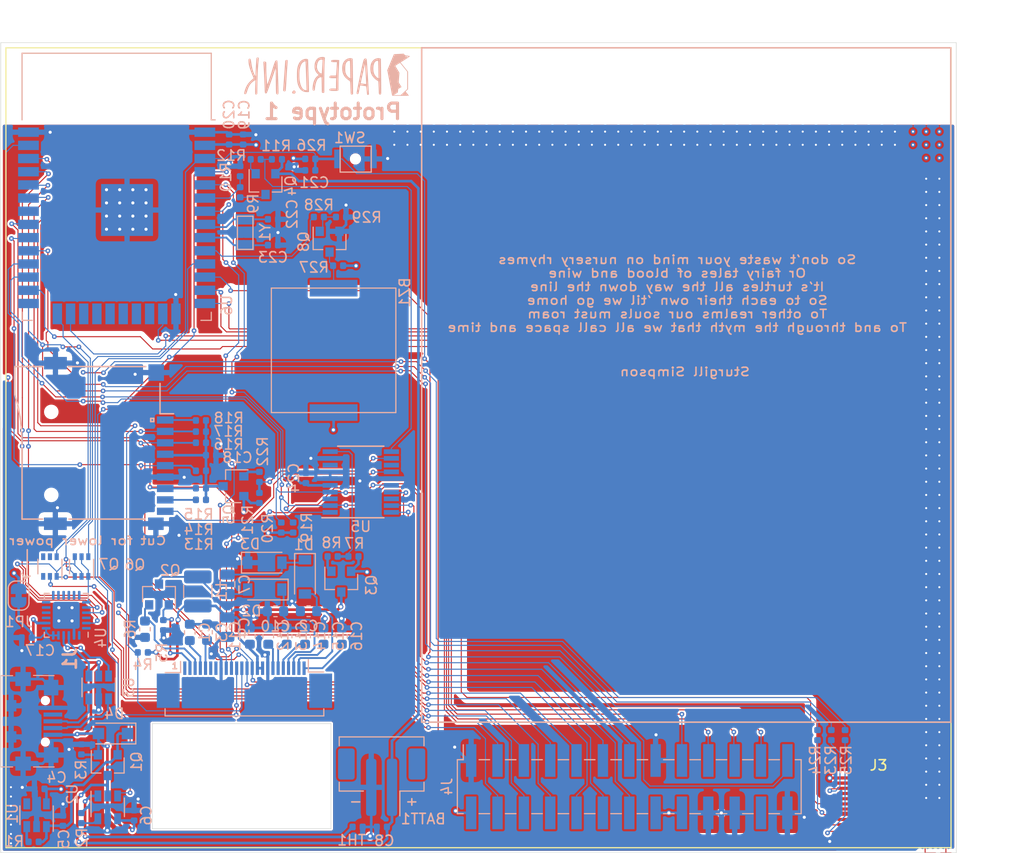
<source format=kicad_pcb>
(kicad_pcb (version 20190905) (host pcbnew "5.99.0-unknown-c3175b4~100~ubuntu16.04.1")
  (layers (0 "F.Cu" signal hide) (1 "In1.Cu" mixed hide) (2 "In2.Cu" power hide) (31 "B.Cu" signal hide) (34 "B.Paste" user hide) (35 "F.Paste" user hide) (36 "B.SilkS" user) (37 "F.SilkS" user) (38 "B.Mask" user) (39 "F.Mask" user) (44 "Edge.Cuts" user))
  (net 0 "")
  (net 1 "GND")
  (net 2 "+BATT")
  (net 3 "Net-(BZ1-Pad2)")
  (net 4 "+3V3")
  (net 5 "Net-(C1-Pad1)")
  (net 6 "PREVGL")
  (net 7 "Net-(C3-Pad1)")
  (net 8 "Net-(C5-Pad1)")
  (net 9 "VBUS")
  (net 10 "Net-(C7-Pad2)")
  (net 11 "Net-(C7-Pad1)")
  (net 12 "V_EPD")
  (net 13 "PREVGH")
  (net 14 "Net-(C12-Pad1)")
  (net 15 "Net-(C13-Pad1)")
  (net 16 "Net-(C14-Pad1)")
  (net 17 "Net-(C15-Pad1)")
  (net 18 "Net-(C16-Pad1)")
  (net 19 "Net-(C17-Pad1)")
  (net 20 "ESP_EN")
  (net 21 "/xtal_P")
  (net 22 "/xtal_N")
  (net 23 "GDR")
  (net 24 "RESE")
  (net 25 "EPD_BUSY")
  (net 26 "~EPD_RES")
  (net 27 "~EPD_DC")
  (net 28 "~EPD_CS")
  (net 29 "SPI_SCLK")
  (net 30 "SPI_MOSI")
  (net 31 "/D_P")
  (net 32 "/D_N")
  (net 33 "RTS")
  (net 34 "UART_RXD0")
  (net 35 "EXT_GPIO0")
  (net 36 "I2C_SCL")
  (net 37 "EXT_GPIO2")
  (net 38 "JTAG_TDI")
  (net 39 "JTAG_TDO")
  (net 40 "JTAG_TCK")
  (net 41 "JTAG_TMS")
  (net 42 "EXT_GPIO1")
  (net 43 "I2C_SDA")
  (net 44 "SPI_MISO")
  (net 45 "UART_TXD0")
  (net 46 "DTR")
  (net 47 "~SD_CS")
  (net 48 "Net-(MICRO_SD1-Pad1)")
  (net 49 "V_SD")
  (net 50 "Net-(MICRO_SD1-Pad8)")
  (net 51 "Net-(Q3-Pad1)")
  (net 52 "Net-(Q4-Pad3)")
  (net 53 "Net-(Q4-Pad1)")
  (net 54 "Net-(Q5-Pad1)")
  (net 55 "GPIO_0")
  (net 56 "GPIO_2")
  (net 57 "Net-(Q8-Pad1)")
  (net 58 "Net-(R1-Pad1)")
  (net 59 "Net-(R2-Pad1)")
  (net 60 "~EPD_EN")
  (net 61 "BATT")
  (net 62 "~BATT_EN")
  (net 63 "~SD_EN")
  (net 64 "~LED_R")
  (net 65 "BUZZ")
  (net 66 "CAPBTN_1")
  (net 67 "CAPBTN_2")
  (net 68 "Net-(TH1-Pad1)")
  (net 69 "~CHG")
  (net 70 "USB_P")
  (net 71 "USB_N")
  (net 72 "~PCF_INT")
  (net 73 "~SD_CD")
  (net 74 "~FPC_LED_R")
  (net 75 "~FPC_LED_B")
  (net 76 "Net-(J3-Pad7)")
  (net 77 "Net-(J1-Pad4)")
  (net 78 "Net-(DS1-Pad1)")
  (net 79 "Net-(DS1-Pad6)")
  (net 80 "Net-(DS1-Pad7)")
  (net 81 "Net-(U6-Pad32)")
  (net 82 "Net-(U6-Pad22)")
  (net 83 "Net-(U6-Pad21)")
  (net 84 "Net-(U6-Pad20)")
  (net 85 "Net-(U6-Pad19)")
  (net 86 "Net-(U6-Pad18)")
  (net 87 "Net-(U6-Pad17)")
  (net 88 "Net-(Q7-Pad4)")
  (net 89 "Net-(Q7-Pad5)")
  (net 90 "Net-(Q7-Pad3)")
  (net 91 "Net-(U1-Pad4)")
  (net 92 "Net-(U5-Pad18)")
  (net 93 "Net-(U5-Pad13)")
  (net 94 "Net-(U5-Pad8)")
  (net 95 "Net-(U5-Pad3)")
  (net 96 "Net-(U4-Pad24)")
  (net 97 "Net-(U4-Pad18)")
  (net 98 "Net-(U4-Pad17)")
  (net 99 "Net-(U4-Pad16)")
  (net 100 "Net-(U4-Pad15)")
  (net 101 "Net-(U4-Pad14)")
  (net 102 "Net-(U4-Pad13)")
  (net 103 "Net-(U4-Pad12)")
  (net 104 "Net-(U4-Pad11)")
  (net 105 "Net-(U4-Pad10)")
  (net 106 "Net-(U4-Pad9)")
  (net 107 "Net-(U4-Pad1)")
  (net 108 "Net-(J4-Pad24)")
  (net 109 "Net-(U4-Pad22)")
  (module "karo_industries:4.2_inch_e_paper_bottom_layer" (layer "F.Cu") (at 125.476 125.73)
    (fp_text reference "DS1" hide)
    (fp_text value "E-paper_24_pins")
    (fp_text user "1" (at -6.74 -3.47) (layer "B.SilkS") (effects (font (size 0.6 0.6))))
    (pad "MP" smd rect (at 7.32 -1.08) (size 2.2 3.3) (layers "B.Cu" "B.Paste" "B.Mask"))
    (pad "1" smd rect (at -5.78 -3.25) (size 0.3 1.3) (layers "B.Cu" "B.Paste" "B.Mask") (net 78 "Net-(DS1-Pad1)"))
    (pad "MP" smd rect (at -7.38 -1.08) (size 2.2 3.3) (layers "B.Cu" "B.Paste" "B.Mask"))
    (pad "2" smd rect (at -5.28 -3.25) (size 0.3 1.3) (layers "B.Cu" "B.Paste" "B.Mask") (net 23 "GDR"))
    (pad "3" smd rect (at -4.78 -3.25) (size 0.3 1.3) (layers "B.Cu" "B.Paste" "B.Mask") (net 24 "RESE"))
    (pad "4" smd rect (at -4.28 -3.25) (size 0.3 1.3) (layers "B.Cu" "B.Paste" "B.Mask") (net 5 "Net-(C1-Pad1)"))
    (pad "5" smd rect (at -3.78 -3.25) (size 0.3 1.3) (layers "B.Cu" "B.Paste" "B.Mask") (net 7 "Net-(C3-Pad1)"))
    (pad "6" smd rect (at -3.28 -3.25) (size 0.3 1.3) (layers "B.Cu" "B.Paste" "B.Mask") (net 79 "Net-(DS1-Pad6)"))
    (pad "7" smd rect (at -2.78 -3.25) (size 0.3 1.3) (layers "B.Cu" "B.Paste" "B.Mask") (net 80 "Net-(DS1-Pad7)"))
    (pad "8" smd rect (at -2.28 -3.25) (size 0.3 1.3) (layers "B.Cu" "B.Paste" "B.Mask") (net 1 "GND"))
    (pad "9" smd rect (at -1.78 -3.25) (size 0.3 1.3) (layers "B.Cu" "B.Paste" "B.Mask") (net 25 "EPD_BUSY"))
    (pad "10" smd rect (at -1.28 -3.25) (size 0.3 1.3) (layers "B.Cu" "B.Paste" "B.Mask") (net 26 "~EPD_RES"))
    (pad "11" smd rect (at -0.78 -3.25) (size 0.3 1.3) (layers "B.Cu" "B.Paste" "B.Mask") (net 27 "~EPD_DC"))
    (pad "12" smd rect (at -0.28 -3.25) (size 0.3 1.3) (layers "B.Cu" "B.Paste" "B.Mask") (net 28 "~EPD_CS"))
    (pad "13" smd rect (at 0.22 -3.25) (size 0.3 1.3) (layers "B.Cu" "B.Paste" "B.Mask") (net 29 "SPI_SCLK"))
    (pad "14" smd rect (at 0.72 -3.25) (size 0.3 1.3) (layers "B.Cu" "B.Paste" "B.Mask") (net 30 "SPI_MOSI"))
    (pad "15" smd rect (at 1.22 -3.25) (size 0.3 1.3) (layers "B.Cu" "B.Paste" "B.Mask") (net 12 "V_EPD"))
    (pad "16" smd rect (at 1.72 -3.25) (size 0.3 1.3) (layers "B.Cu" "B.Paste" "B.Mask") (net 12 "V_EPD"))
    (pad "17" smd rect (at 2.22 -3.25) (size 0.3 1.3) (layers "B.Cu" "B.Paste" "B.Mask") (net 1 "GND"))
    (pad "18" smd rect (at 2.72 -3.25) (size 0.3 1.3) (layers "B.Cu" "B.Paste" "B.Mask") (net 14 "Net-(C12-Pad1)"))
    (pad "19" smd rect (at 3.22 -3.25) (size 0.3 1.3) (layers "B.Cu" "B.Paste" "B.Mask") (net 15 "Net-(C13-Pad1)"))
    (pad "20" smd rect (at 3.72 -3.25) (size 0.3 1.3) (layers "B.Cu" "B.Paste" "B.Mask") (net 16 "Net-(C14-Pad1)"))
    (pad "21" smd rect (at 4.22 -3.25) (size 0.3 1.3) (layers "B.Cu" "B.Paste" "B.Mask") (net 13 "PREVGH"))
    (pad "22" smd rect (at 4.72 -3.25) (size 0.3 1.3) (layers "B.Cu" "B.Paste" "B.Mask") (net 17 "Net-(C15-Pad1)"))
    (pad "23" smd rect (at 5.22 -3.25) (size 0.3 1.3) (layers "B.Cu" "B.Paste" "B.Mask") (net 6 "PREVGL"))
    (pad "24" smd rect (at 5.72 -3.25) (size 0.3 1.3) (layers "B.Cu" "B.Paste" "B.Mask") (net 18 "Net-(C16-Pad1)"))
  )
  (module "karo_industries:KLJ-1230" (layer "B.Cu") (at 134.112 91.77 90)
    (fp_text reference "BZ1" (at 5.5 6.79 90) (layer "B.SilkS") (effects (justify mirror)))
    (fp_text value "Piezo_Buzzer")
    (pad "2" smd rect (at 5.92 -0.07 90) (size 1.6 4.6) (layers "B.Cu" "B.Paste" "B.Mask") (net 3 "Net-(BZ1-Pad2)"))
    (pad "1" smd rect (at -6.07 -0.07 90) (size 1.6 4.6) (layers "B.Cu" "B.Paste" "B.Mask") (net 4 "+3V3"))
  )
  (module "karo_industries:K2-1822SA-A3DW-06" (layer "B.Cu") (at 136.14 73.39 180)
    (fp_text reference "SW1" (at 0.54 2.032) (layer "B.SilkS") (effects (justify mirror)))
    (fp_text value "RESET")
    (pad "" np_thru_hole circle (at -0.01 0 180) (size 0.7 0.7) (drill 0.7) (layers *.Cu *.Mask))
    (pad "2" smd rect (at 1.715 0 180) (size 0.65 1.8) (layers "B.Cu" "B.Paste" "B.Mask") (net 20 "ESP_EN"))
    (pad "1" smd rect (at -1.735 0 180) (size 0.65 1.8) (layers "B.Cu" "B.Paste" "B.Mask") (net 1 "GND"))
  )
  (module "karo_industries:Q13FC1350000400" (layer "B.Cu") (at 125.54 80.51 90)
    (fp_text reference "Y1" (at 0.02 1.9 90) (layer "B.SilkS") (effects (justify mirror)))
    (fp_text value "32.768KHz")
    (pad "2" smd rect (at 1.3 -0.03 90) (size 1 1.8) (layers "B.Cu" "B.Paste" "B.Mask") (net 21 "/xtal_P"))
    (pad "1" smd rect (at -1.2 -0.03 90) (size 1 1.8) (layers "B.Cu" "B.Paste" "B.Mask") (net 22 "/xtal_N"))
  )
  (module "karo_industries:papered_ink_logo_horizontal" (layer "B.Cu") (at 133.42 65.27 180)
    (fp_text reference "G***" hide)
    (fp_text value "LOGO" hide)
  )
  (module "Package_TO_SOT_SMD:SOT-23" (layer "B.Cu") (at 117.21 115.37 90)
    (fp_text reference "Q2" (at 2.318 1.084 180) (layer "B.SilkS") (effects (justify mirror)))
    (fp_text value "T2N7002BK")
    (pad "3" smd rect (at 1 0 90) (size 0.9 0.8) (layers "B.Cu" "B.Paste" "B.Mask") (net 11 "Net-(C7-Pad1)"))
    (pad "2" smd rect (at -1 -0.95 90) (size 0.9 0.8) (layers "B.Cu" "B.Paste" "B.Mask") (net 24 "RESE"))
    (pad "1" smd rect (at -1 0.95 90) (size 0.9 0.8) (layers "B.Cu" "B.Paste" "B.Mask") (net 23 "GDR"))
  )
  (module "Resistor_SMD:R_0603_1608Metric" (layer "B.Cu") (at 115.86 118.72 -90)
    (fp_text reference "R6" (at 0 1.43 90) (layer "B.SilkS") (effects (justify mirror)))
    (fp_text value "0.47")
    (pad "2" smd roundrect (at 0.7875 0 270) (size 0.875 0.95) (layers "B.Cu" "B.Paste" "B.Mask") (net 1 "GND"))
    (pad "1" smd roundrect (at -0.7875 0 270) (size 0.875 0.95) (layers "B.Cu" "B.Paste" "B.Mask") (net 24 "RESE"))
  )
  (module "Capacitor_SMD:C_0603_1608Metric" (layer "B.Cu") (at 125.97 119.3825 -90)
    (fp_text reference "C11" (at 0 1.43 90) (layer "B.SilkS") (effects (justify mirror)))
    (fp_text value "1uF/50V")
    (pad "2" smd roundrect (at 0.7875 0 270) (size 0.875 0.95) (layers "B.Cu" "B.Paste" "B.Mask") (net 12 "V_EPD"))
    (pad "1" smd roundrect (at -0.7875 0 270) (size 0.875 0.95) (layers "B.Cu" "B.Paste" "B.Mask") (net 1 "GND"))
  )
  (module "Capacitor_SMD:C_0603_1608Metric" (layer "B.Cu") (at 121.84 119.01 90)
    (fp_text reference "C3" (at 0 1.43 90) (layer "B.SilkS") (effects (justify mirror)))
    (fp_text value "1uF/50V")
    (pad "2" smd roundrect (at 0.7875 0 90) (size 0.875 0.95) (layers "B.Cu" "B.Paste" "B.Mask") (net 1 "GND"))
    (pad "1" smd roundrect (at -0.7875 0 90) (size 0.875 0.95) (layers "B.Cu" "B.Paste" "B.Mask") (net 7 "Net-(C3-Pad1)"))
  )
  (module "Capacitor_SMD:C_0603_1608Metric" (layer "B.Cu") (at 131.292 119.3825 90)
    (fp_text reference "C14" (at 0 1.43 90) (layer "B.SilkS") (effects (justify mirror)))
    (fp_text value "1uF/50V")
    (pad "2" smd roundrect (at 0.7875 0 90) (size 0.875 0.95) (layers "B.Cu" "B.Paste" "B.Mask") (net 1 "GND"))
    (pad "1" smd roundrect (at -0.7875 0 90) (size 0.875 0.95) (layers "B.Cu" "B.Paste" "B.Mask") (net 16 "Net-(C14-Pad1)"))
  )
  (module "Capacitor_SMD:C_0603_1608Metric" (layer "B.Cu") (at 127.744 119.3825 90)
    (fp_text reference "C12" (at 0 1.43 90) (layer "B.SilkS") (effects (justify mirror)))
    (fp_text value "1uF/50V")
    (pad "2" smd roundrect (at 0.7875 0 90) (size 0.875 0.95) (layers "B.Cu" "B.Paste" "B.Mask") (net 1 "GND"))
    (pad "1" smd roundrect (at -0.7875 0 90) (size 0.875 0.95) (layers "B.Cu" "B.Paste" "B.Mask") (net 14 "Net-(C12-Pad1)"))
  )
  (module "Capacitor_SMD:C_0603_1608Metric" (layer "B.Cu") (at 129.518 119.3825 90)
    (fp_text reference "C13" (at 0 1.43 90) (layer "B.SilkS") (effects (justify mirror)))
    (fp_text value "1uF/50V")
    (pad "2" smd roundrect (at 0.7875 0 90) (size 0.875 0.95) (layers "B.Cu" "B.Paste" "B.Mask") (net 1 "GND"))
    (pad "1" smd roundrect (at -0.7875 0 90) (size 0.875 0.95) (layers "B.Cu" "B.Paste" "B.Mask") (net 15 "Net-(C13-Pad1)"))
  )
  (module "Capacitor_SMD:C_0603_1608Metric" (layer "B.Cu") (at 131.63 116.99)
    (fp_text reference "C2" (at 0 1.43) (layer "B.SilkS") (effects (justify mirror)))
    (fp_text value "1uF/50V")
    (pad "2" smd roundrect (at 0.7875 0) (size 0.875 0.95) (layers "B.Cu" "B.Paste" "B.Mask") (net 6 "PREVGL"))
    (pad "1" smd roundrect (at -0.7875 0) (size 0.875 0.95) (layers "B.Cu" "B.Paste" "B.Mask") (net 1 "GND"))
  )
  (module "Capacitor_SMD:C_0603_1608Metric" (layer "B.Cu") (at 128.44 117)
    (fp_text reference "C10" (at 0 1.43) (layer "B.SilkS") (effects (justify mirror)))
    (fp_text value "1uF/50V")
    (pad "2" smd roundrect (at 0.7875 0) (size 0.875 0.95) (layers "B.Cu" "B.Paste" "B.Mask") (net 13 "PREVGH"))
    (pad "1" smd roundrect (at -0.7875 0) (size 0.875 0.95) (layers "B.Cu" "B.Paste" "B.Mask") (net 1 "GND"))
  )
  (module "Capacitor_SMD:C_0603_1608Metric" (layer "B.Cu") (at 134.84 119.3825 90)
    (fp_text reference "C16" (at 0 1.43 90) (layer "B.SilkS") (effects (justify mirror)))
    (fp_text value "1uF/50V")
    (pad "2" smd roundrect (at 0.7875 0 90) (size 0.875 0.95) (layers "B.Cu" "B.Paste" "B.Mask") (net 1 "GND"))
    (pad "1" smd roundrect (at -0.7875 0 90) (size 0.875 0.95) (layers "B.Cu" "B.Paste" "B.Mask") (net 18 "Net-(C16-Pad1)"))
  )
  (module "Capacitor_SMD:C_0603_1608Metric" (layer "B.Cu") (at 133.066 119.3825 90)
    (fp_text reference "C15" (at 0 1.43 90) (layer "B.SilkS") (effects (justify mirror)))
    (fp_text value "1uF/50V")
    (pad "2" smd roundrect (at 0.7875 0 90) (size 0.875 0.95) (layers "B.Cu" "B.Paste" "B.Mask") (net 1 "GND"))
    (pad "1" smd roundrect (at -0.7875 0 90) (size 0.875 0.95) (layers "B.Cu" "B.Paste" "B.Mask") (net 17 "Net-(C15-Pad1)"))
  )
  (module "Capacitor_SMD:C_0603_1608Metric" (layer "B.Cu") (at 120.18 119.03 90)
    (fp_text reference "C1" (at 0 1.43 90) (layer "B.SilkS") (effects (justify mirror)))
    (fp_text value "1uF/50V")
    (pad "2" smd roundrect (at 0.7875 0 90) (size 0.875 0.95) (layers "B.Cu" "B.Paste" "B.Mask") (net 1 "GND"))
    (pad "1" smd roundrect (at -0.7875 0 90) (size 0.875 0.95) (layers "B.Cu" "B.Paste" "B.Mask") (net 5 "Net-(C1-Pad1)"))
  )
  (module "Capacitor_SMD:C_0805_2012Metric" (layer "B.Cu") (at 123.81 114.395 90)
    (fp_text reference "C7" (at 0 1.65 90) (layer "B.SilkS") (effects (justify mirror)))
    (fp_text value "4.7uF/50V")
    (pad "2" smd roundrect (at 0.9375 0 90) (size 0.975 1.4) (layers "B.Cu" "B.Paste" "B.Mask") (net 10 "Net-(C7-Pad2)"))
    (pad "1" smd roundrect (at -0.9375 0 90) (size 0.975 1.4) (layers "B.Cu" "B.Paste" "B.Mask") (net 11 "Net-(C7-Pad1)"))
  )
  (module "Capacitor_SMD:C_0805_2012Metric" (layer "B.Cu") (at 123.78 118.525 90)
    (fp_text reference "C9" (at 0 1.65 90) (layer "B.SilkS") (effects (justify mirror)))
    (fp_text value "4.7uF/50V")
    (pad "2" smd roundrect (at 0.9375 0 90) (size 0.975 1.4) (layers "B.Cu" "B.Paste" "B.Mask") (net 12 "V_EPD"))
    (pad "1" smd roundrect (at -0.9375 0 90) (size 0.975 1.4) (layers "B.Cu" "B.Paste" "B.Mask") (net 1 "GND"))
  )
  (module "Capacitor_SMD:C_0402_1005Metric" (layer "B.Cu") (at 131.37 104.15 -90)
    (fp_text reference "C24" (at 0 1.17 -90) (layer "B.SilkS") (effects (justify mirror)))
    (fp_text value "0.1uF/50V")
    (pad "2" smd roundrect (at 0.485 0 270) (size 0.59 0.64) (layers "B.Cu" "B.Paste" "B.Mask") (net 4 "+3V3"))
    (pad "1" smd roundrect (at -0.485 0 270) (size 0.59 0.64) (layers "B.Cu" "B.Paste" "B.Mask") (net 1 "GND"))
  )
  (module "RF_Module:ESP32-WROOM-32" (layer "B.Cu") (at 113.13 79.07 180)
    (fp_text reference "U6" (at -10.61 -8.43 270) (layer "B.SilkS") (effects (justify mirror)))
    (fp_text value "OLIMEX_Cases_ESP-WROOM-32")
    (pad "38" smd rect (at 8.5 8.255 180) (size 2 0.9) (layers "B.Cu" "B.Paste" "B.Mask") (net 1 "GND"))
    (pad "37" smd rect (at 8.5 6.985 180) (size 2 0.9) (layers "B.Cu" "B.Paste" "B.Mask") (net 30 "SPI_MOSI"))
    (pad "36" smd rect (at 8.5 5.715 180) (size 2 0.9) (layers "B.Cu" "B.Paste" "B.Mask") (net 28 "~EPD_CS"))
    (pad "35" smd rect (at 8.5 4.445 180) (size 2 0.9) (layers "B.Cu" "B.Paste" "B.Mask") (net 45 "UART_TXD0"))
    (pad "34" smd rect (at 8.5 3.175 180) (size 2 0.9) (layers "B.Cu" "B.Paste" "B.Mask") (net 34 "UART_RXD0"))
    (pad "33" smd rect (at 8.5 1.905 180) (size 2 0.9) (layers "B.Cu" "B.Paste" "B.Mask") (net 47 "~SD_CS"))
    (pad "32" smd rect (at 8.5 0.635 180) (size 2 0.9) (layers "B.Cu" "B.Paste" "B.Mask") (net 81 "Net-(U6-Pad32)"))
    (pad "31" smd rect (at 8.5 -0.635 180) (size 2 0.9) (layers "B.Cu" "B.Paste" "B.Mask") (net 44 "SPI_MISO"))
    (pad "30" smd rect (at 8.5 -1.905 180) (size 2 0.9) (layers "B.Cu" "B.Paste" "B.Mask") (net 29 "SPI_SCLK"))
    (pad "29" smd rect (at 8.5 -3.175 180) (size 2 0.9) (layers "B.Cu" "B.Paste" "B.Mask") (net 64 "~LED_R"))
    (pad "28" smd rect (at 8.5 -4.445 180) (size 2 0.9) (layers "B.Cu" "B.Paste" "B.Mask") (net 36 "I2C_SCL"))
    (pad "27" smd rect (at 8.5 -5.715 180) (size 2 0.9) (layers "B.Cu" "B.Paste" "B.Mask") (net 43 "I2C_SDA"))
    (pad "26" smd rect (at 8.5 -6.985 180) (size 2 0.9) (layers "B.Cu" "B.Paste" "B.Mask") (net 66 "CAPBTN_1"))
    (pad "25" smd rect (at 8.5 -8.255 180) (size 2 0.9) (layers "B.Cu" "B.Paste" "B.Mask") (net 55 "GPIO_0"))
    (pad "24" smd rect (at 5.715 -9.255 90) (size 2 0.9) (layers "B.Cu" "B.Paste" "B.Mask") (net 56 "GPIO_2"))
    (pad "23" smd rect (at 4.445 -9.255 90) (size 2 0.9) (layers "B.Cu" "B.Paste" "B.Mask") (net 39 "JTAG_TDO"))
    (pad "22" smd rect (at 3.175 -9.255 90) (size 2 0.9) (layers "B.Cu" "B.Paste" "B.Mask") (net 82 "Net-(U6-Pad22)"))
    (pad "21" smd rect (at 1.905 -9.255 90) (size 2 0.9) (layers "B.Cu" "B.Paste" "B.Mask") (net 83 "Net-(U6-Pad21)"))
    (pad "20" smd rect (at 0.635 -9.255 90) (size 2 0.9) (layers "B.Cu" "B.Paste" "B.Mask") (net 84 "Net-(U6-Pad20)"))
    (pad "19" smd rect (at -0.635 -9.255 90) (size 2 0.9) (layers "B.Cu" "B.Paste" "B.Mask") (net 85 "Net-(U6-Pad19)"))
    (pad "18" smd rect (at -1.905 -9.255 90) (size 2 0.9) (layers "B.Cu" "B.Paste" "B.Mask") (net 86 "Net-(U6-Pad18)"))
    (pad "17" smd rect (at -3.175 -9.255 90) (size 2 0.9) (layers "B.Cu" "B.Paste" "B.Mask") (net 87 "Net-(U6-Pad17)"))
    (pad "16" smd rect (at -4.445 -9.255 90) (size 2 0.9) (layers "B.Cu" "B.Paste" "B.Mask") (net 40 "JTAG_TCK"))
    (pad "15" smd rect (at -5.715 -9.255 90) (size 2 0.9) (layers "B.Cu" "B.Paste" "B.Mask") (net 1 "GND"))
    (pad "14" smd rect (at -8.5 -8.255 180) (size 2 0.9) (layers "B.Cu" "B.Paste" "B.Mask") (net 38 "JTAG_TDI"))
    (pad "13" smd rect (at -8.5 -6.985 180) (size 2 0.9) (layers "B.Cu" "B.Paste" "B.Mask") (net 41 "JTAG_TMS"))
    (pad "12" smd rect (at -8.5 -5.715 180) (size 2 0.9) (layers "B.Cu" "B.Paste" "B.Mask") (net 67 "CAPBTN_2"))
    (pad "11" smd rect (at -8.5 -4.445 180) (size 2 0.9) (layers "B.Cu" "B.Paste" "B.Mask") (net 27 "~EPD_DC"))
    (pad "10" smd rect (at -8.5 -3.175 180) (size 2 0.9) (layers "B.Cu" "B.Paste" "B.Mask") (net 65 "BUZZ"))
    (pad "9" smd rect (at -8.5 -1.905 180) (size 2 0.9) (layers "B.Cu" "B.Paste" "B.Mask") (net 22 "/xtal_N"))
    (pad "8" smd rect (at -8.5 -0.635 180) (size 2 0.9) (layers "B.Cu" "B.Paste" "B.Mask") (net 21 "/xtal_P"))
    (pad "7" smd rect (at -8.5 0.635 180) (size 2 0.9) (layers "B.Cu" "B.Paste" "B.Mask") (net 25 "EPD_BUSY"))
    (pad "6" smd rect (at -8.5 1.905 180) (size 2 0.9) (layers "B.Cu" "B.Paste" "B.Mask") (net 61 "BATT"))
    (pad "5" smd rect (at -8.5 3.175 180) (size 2 0.9) (layers "B.Cu" "B.Paste" "B.Mask") (net 72 "~PCF_INT"))
    (pad "4" smd rect (at -8.5 4.445 180) (size 2 0.9) (layers "B.Cu" "B.Paste" "B.Mask") (net 69 "~CHG"))
    (pad "3" smd rect (at -8.5 5.715 180) (size 2 0.9) (layers "B.Cu" "B.Paste" "B.Mask") (net 20 "ESP_EN"))
    (pad "2" smd rect (at -8.5 6.985 180) (size 2 0.9) (layers "B.Cu" "B.Paste" "B.Mask") (net 4 "+3V3"))
    (pad "1" smd rect (at -8.5 8.255 180) (size 2 0.9) (layers "B.Cu" "B.Paste" "B.Mask") (net 1 "GND"))
    (pad "39" smd rect (at -1 0.755 180) (size 5 5) (layers "B.Cu" "B.Paste" "B.Mask") (net 1 "GND"))
  )
  (module "Package_SO:TSSOP-20_4.4x6.5mm_P0.65mm" (layer "B.Cu") (at 136.66 104.53)
    (fp_text reference "U5" (at 0 4.3) (layer "B.SilkS") (effects (justify mirror)))
    (fp_text value "PCF8574APWR")
    (pad "20" smd rect (at 2.95 2.925) (size 1.45 0.45) (layers "B.Cu" "B.Paste" "B.Mask") (net 37 "EXT_GPIO2"))
    (pad "19" smd rect (at 2.95 2.275) (size 1.45 0.45) (layers "B.Cu" "B.Paste" "B.Mask") (net 42 "EXT_GPIO1"))
    (pad "18" smd rect (at 2.95 1.625) (size 1.45 0.45) (layers "B.Cu" "B.Paste" "B.Mask") (net 92 "Net-(U5-Pad18)"))
    (pad "17" smd rect (at 2.95 0.975) (size 1.45 0.45) (layers "B.Cu" "B.Paste" "B.Mask") (net 35 "EXT_GPIO0"))
    (pad "16" smd rect (at 2.95 0.325) (size 1.45 0.45) (layers "B.Cu" "B.Paste" "B.Mask") (net 73 "~SD_CD"))
    (pad "15" smd rect (at 2.95 -0.325) (size 1.45 0.45) (layers "B.Cu" "B.Paste" "B.Mask") (net 1 "GND"))
    (pad "14" smd rect (at 2.95 -0.975) (size 1.45 0.45) (layers "B.Cu" "B.Paste" "B.Mask") (net 26 "~EPD_RES"))
    (pad "13" smd rect (at 2.95 -1.625) (size 1.45 0.45) (layers "B.Cu" "B.Paste" "B.Mask") (net 93 "Net-(U5-Pad13)"))
    (pad "12" smd rect (at 2.95 -2.275) (size 1.45 0.45) (layers "B.Cu" "B.Paste" "B.Mask") (net 63 "~SD_EN"))
    (pad "11" smd rect (at 2.95 -2.925) (size 1.45 0.45) (layers "B.Cu" "B.Paste" "B.Mask") (net 62 "~BATT_EN"))
    (pad "10" smd rect (at -2.95 -2.925) (size 1.45 0.45) (layers "B.Cu" "B.Paste" "B.Mask") (net 60 "~EPD_EN"))
    (pad "9" smd rect (at -2.95 -2.275) (size 1.45 0.45) (layers "B.Cu" "B.Paste" "B.Mask") (net 1 "GND"))
    (pad "8" smd rect (at -2.95 -1.625) (size 1.45 0.45) (layers "B.Cu" "B.Paste" "B.Mask") (net 94 "Net-(U5-Pad8)"))
    (pad "7" smd rect (at -2.95 -0.975) (size 1.45 0.45) (layers "B.Cu" "B.Paste" "B.Mask") (net 1 "GND"))
    (pad "6" smd rect (at -2.95 -0.325) (size 1.45 0.45) (layers "B.Cu" "B.Paste" "B.Mask") (net 1 "GND"))
    (pad "5" smd rect (at -2.95 0.325) (size 1.45 0.45) (layers "B.Cu" "B.Paste" "B.Mask") (net 4 "+3V3"))
    (pad "4" smd rect (at -2.95 0.975) (size 1.45 0.45) (layers "B.Cu" "B.Paste" "B.Mask") (net 43 "I2C_SDA"))
    (pad "3" smd rect (at -2.95 1.625) (size 1.45 0.45) (layers "B.Cu" "B.Paste" "B.Mask") (net 95 "Net-(U5-Pad3)"))
    (pad "2" smd rect (at -2.95 2.275) (size 1.45 0.45) (layers "B.Cu" "B.Paste" "B.Mask") (net 36 "I2C_SCL"))
    (pad "1" smd rect (at -2.95 2.925) (size 1.45 0.45) (layers "B.Cu" "B.Paste" "B.Mask") (net 72 "~PCF_INT"))
  )
  (module "karo_industries:micro_SD_card" (layer "B.Cu") (at 107.31 100.756 90)
    (fp_text reference "MICRO_SD1")
    (fp_text value "micro_sd_card")
    (pad "3" smd rect (at 0 10.5 90) (size 0.7 1.6) (layers "B.Cu" "B.Paste" "B.Mask") (net 30 "SPI_MOSI"))
    (pad "" np_thru_hole circle (at -5.02 -0.48 90) (size 1 1) (drill 1) (layers *.Cu *.Mask))
    (pad "" np_thru_hole circle (at 2.98 -0.48 90) (size 1 1) (drill 1) (layers *.Cu *.Mask))
    (pad "2" smd rect (at 1.1 10.5 90) (size 0.7 1.6) (layers "B.Cu" "B.Paste" "B.Mask") (net 47 "~SD_CS"))
    (pad "1" smd rect (at 2.2 10.5 90) (size 0.7 1.6) (layers "B.Cu" "B.Paste" "B.Mask") (net 48 "Net-(MICRO_SD1-Pad1)"))
    (pad "4" smd rect (at -1.1 10.5 90) (size 0.7 1.6) (layers "B.Cu" "B.Paste" "B.Mask") (net 49 "V_SD"))
    (pad "5" smd rect (at -2.2 10.5 90) (size 0.7 1.6) (layers "B.Cu" "B.Paste" "B.Mask") (net 29 "SPI_SCLK"))
    (pad "6" smd rect (at -3.3 10.5 90) (size 0.7 1.6) (layers "B.Cu" "B.Paste" "B.Mask") (net 1 "GND"))
    (pad "8" smd rect (at -5.5 10.5 90) (size 0.7 1.6) (layers "B.Cu" "B.Paste" "B.Mask") (net 50 "Net-(MICRO_SD1-Pad8)"))
    (pad "7" smd rect (at -4.4 10.5 90) (size 0.7 1.6) (layers "B.Cu" "B.Paste" "B.Mask") (net 44 "SPI_MISO"))
    (pad "9" smd rect (at -6.6 10.5 90) (size 0.7 1.6) (layers "B.Cu" "B.Paste" "B.Mask") (net 73 "~SD_CD"))
    (pad "10" smd rect (at -7.8 9.6 90) (size 1.2 1.5) (layers "B.Cu" "B.Paste" "B.Mask") (net 1 "GND"))
    (pad "10" smd rect (at 6.77 9.63 90) (size 1.6 1.5) (layers "B.Cu" "B.Paste" "B.Mask") (net 1 "GND"))
    (pad "10" smd rect (at -7.8 -0.09 90) (size 1.2 2.2) (layers "B.Cu" "B.Paste" "B.Mask") (net 1 "GND"))
    (pad "10" smd rect (at 7.68 -0.08 90) (size 1.2 2.2) (layers "B.Cu" "B.Paste" "B.Mask") (net 1 "GND"))
  )
  (module "Capacitor_SMD:C_0402_1005Metric" (layer "B.Cu") (at 128.195 81.7)
    (fp_text reference "C23" (at 0 1.17) (layer "B.SilkS") (effects (justify mirror)))
    (fp_text value "12pF/50V")
    (pad "2" smd roundrect (at 0.485 0) (size 0.59 0.64) (layers "B.Cu" "B.Paste" "B.Mask") (net 1 "GND"))
    (pad "1" smd roundrect (at -0.485 0) (size 0.59 0.64) (layers "B.Cu" "B.Paste" "B.Mask") (net 22 "/xtal_N"))
  )
  (module "Diode_SMD:D_SOD-123" (layer "B.Cu") (at 127.41 112.31)
    (fp_text reference "D2" (at -1.28 4.65) (layer "B.SilkS") (effects (justify mirror)))
    (fp_text value "LMBR130")
    (pad "2" smd rect (at 1.65 0) (size 0.9 1.2) (layers "B.Cu" "B.Paste" "B.Mask") (net 10 "Net-(C7-Pad2)"))
    (pad "1" smd rect (at -1.65 0) (size 0.9 1.2) (layers "B.Cu" "B.Paste" "B.Mask") (net 1 "GND"))
  )
  (module "Package_DFN_QFN:QFN-24-1EP_4x4mm_P0.5mm_EP2.6x2.6mm" (layer "B.Cu") (at 108.27 117.38 90)
    (fp_text reference "U4" (at -2.15 3.33 90) (layer "B.SilkS") (effects (justify mirror)))
    (fp_text value "CP2104")
    (pad "24" smd roundrect (at -1.25 1.9375 90) (size 0.25 0.825) (layers "B.Cu" "B.Paste" "B.Mask") (net 96 "Net-(U4-Pad24)"))
    (pad "23" smd roundrect (at -0.75 1.9375 90) (size 0.25 0.825) (layers "B.Cu" "B.Paste" "B.Mask") (net 46 "DTR"))
    (pad "22" smd roundrect (at -0.25 1.9375 90) (size 0.25 0.825) (layers "B.Cu" "B.Paste" "B.Mask") (net 109 "Net-(U4-Pad22)"))
    (pad "21" smd roundrect (at 0.25 1.9375 90) (size 0.25 0.825) (layers "B.Cu" "B.Paste" "B.Mask") (net 34 "UART_RXD0"))
    (pad "20" smd roundrect (at 0.75 1.9375 90) (size 0.25 0.825) (layers "B.Cu" "B.Paste" "B.Mask") (net 45 "UART_TXD0"))
    (pad "19" smd roundrect (at 1.25 1.9375 90) (size 0.25 0.825) (layers "B.Cu" "B.Paste" "B.Mask") (net 33 "RTS"))
    (pad "18" smd roundrect (at 1.9375 1.25 90) (size 0.825 0.25) (layers "B.Cu" "B.Paste" "B.Mask") (net 97 "Net-(U4-Pad18)"))
    (pad "17" smd roundrect (at 1.9375 0.75 90) (size 0.825 0.25) (layers "B.Cu" "B.Paste" "B.Mask") (net 98 "Net-(U4-Pad17)"))
    (pad "16" smd roundrect (at 1.9375 0.25 90) (size 0.825 0.25) (layers "B.Cu" "B.Paste" "B.Mask") (net 99 "Net-(U4-Pad16)"))
    (pad "15" smd roundrect (at 1.9375 -0.25 90) (size 0.825 0.25) (layers "B.Cu" "B.Paste" "B.Mask") (net 100 "Net-(U4-Pad15)"))
    (pad "14" smd roundrect (at 1.9375 -0.75 90) (size 0.825 0.25) (layers "B.Cu" "B.Paste" "B.Mask") (net 101 "Net-(U4-Pad14)"))
    (pad "13" smd roundrect (at 1.9375 -1.25 90) (size 0.825 0.25) (layers "B.Cu" "B.Paste" "B.Mask") (net 102 "Net-(U4-Pad13)"))
    (pad "12" smd roundrect (at 1.25 -1.9375 90) (size 0.25 0.825) (layers "B.Cu" "B.Paste" "B.Mask") (net 103 "Net-(U4-Pad12)"))
    (pad "11" smd roundrect (at 0.75 -1.9375 90) (size 0.25 0.825) (layers "B.Cu" "B.Paste" "B.Mask") (net 104 "Net-(U4-Pad11)"))
    (pad "10" smd roundrect (at 0.25 -1.9375 90) (size 0.25 0.825) (layers "B.Cu" "B.Paste" "B.Mask") (net 105 "Net-(U4-Pad10)"))
    (pad "9" smd roundrect (at -0.25 -1.9375 90) (size 0.25 0.825) (layers "B.Cu" "B.Paste" "B.Mask") (net 106 "Net-(U4-Pad9)"))
    (pad "8" smd roundrect (at -0.75 -1.9375 90) (size 0.25 0.825) (layers "B.Cu" "B.Paste" "B.Mask") (net 9 "VBUS"))
    (pad "7" smd roundrect (at -1.25 -1.9375 90) (size 0.25 0.825) (layers "B.Cu" "B.Paste" "B.Mask") (net 19 "Net-(C17-Pad1)"))
    (pad "6" smd roundrect (at -1.9375 -1.25 90) (size 0.825 0.25) (layers "B.Cu" "B.Paste" "B.Mask") (net 19 "Net-(C17-Pad1)"))
    (pad "5" smd roundrect (at -1.9375 -0.75 90) (size 0.825 0.25) (layers "B.Cu" "B.Paste" "B.Mask") (net 19 "Net-(C17-Pad1)"))
    (pad "4" smd roundrect (at -1.9375 -0.25 90) (size 0.825 0.25) (layers "B.Cu" "B.Paste" "B.Mask") (net 71 "USB_N"))
    (pad "3" smd roundrect (at -1.9375 0.25 90) (size 0.825 0.25) (layers "B.Cu" "B.Paste" "B.Mask") (net 70 "USB_P"))
    (pad "2" smd roundrect (at -1.9375 0.75 90) (size 0.825 0.25) (layers "B.Cu" "B.Paste" "B.Mask") (net 1 "GND"))
    (pad "1" smd roundrect (at -1.9375 1.25 90) (size 0.825 0.25) (layers "B.Cu" "B.Paste" "B.Mask") (net 107 "Net-(U4-Pad1)"))
    (pad "25" smd roundrect (at 0 0 90) (size 2.6 2.6) (layers "B.Cu" "B.Mask") (roundrect_rratio 0.096154) (net 1 "GND"))
  )
  (module "Package_TO_SOT_SMD:SOT-23-6" (layer "B.Cu") (at 111.4 124.33 90)
    (fp_text reference "U3" (at 0 2.9 90) (layer "B.SilkS") (effects (justify mirror)))
    (fp_text value "USBLC6-2SC6")
    (pad "5" smd rect (at 1.1 0 90) (size 1.06 0.65) (layers "B.Cu" "B.Paste" "B.Mask") (net 9 "VBUS"))
    (pad "6" smd rect (at 1.1 0.95 90) (size 1.06 0.65) (layers "B.Cu" "B.Paste" "B.Mask") (net 71 "USB_N"))
    (pad "4" smd rect (at 1.1 -0.95 90) (size 1.06 0.65) (layers "B.Cu" "B.Paste" "B.Mask") (net 70 "USB_P"))
    (pad "3" smd rect (at -1.1 -0.95 90) (size 1.06 0.65) (layers "B.Cu" "B.Paste" "B.Mask") (net 31 "/D_P"))
    (pad "2" smd rect (at -1.1 0 90) (size 1.06 0.65) (layers "B.Cu" "B.Paste" "B.Mask") (net 1 "GND"))
    (pad "1" smd rect (at -1.1 0.95 90) (size 1.06 0.65) (layers "B.Cu" "B.Paste" "B.Mask") (net 32 "/D_N"))
  )
  (module "Package_TO_SOT_SMD:SOT-23-6" (layer "B.Cu") (at 112.268 135.89 -90)
    (fp_text reference "U2" (at -1.28 3.418 90) (layer "B.SilkS") (effects (justify mirror)))
    (fp_text value "BQ21040")
    (pad "5" smd rect (at 1.1 0 270) (size 1.06 0.65) (layers "B.Cu" "B.Paste" "B.Mask") (net 1 "GND"))
    (pad "6" smd rect (at 1.1 0.95 270) (size 1.06 0.65) (layers "B.Cu" "B.Paste" "B.Mask") (net 59 "Net-(R2-Pad1)"))
    (pad "4" smd rect (at 1.1 -0.95 270) (size 1.06 0.65) (layers "B.Cu" "B.Paste" "B.Mask") (net 9 "VBUS"))
    (pad "3" smd rect (at -1.1 -0.95 270) (size 1.06 0.65) (layers "B.Cu" "B.Paste" "B.Mask") (net 69 "~CHG"))
    (pad "2" smd rect (at -1.1 0 270) (size 1.06 0.65) (layers "B.Cu" "B.Paste" "B.Mask") (net 2 "+BATT"))
    (pad "1" smd rect (at -1.1 0.95 270) (size 1.06 0.65) (layers "B.Cu" "B.Paste" "B.Mask") (net 68 "Net-(TH1-Pad1)"))
  )
  (module "Package_TO_SOT_SMD:SOT-23-5" (layer "B.Cu") (at 105.41 136.652 90)
    (fp_text reference "U1" (at 0.162 -2.33 90) (layer "B.SilkS") (effects (justify mirror)))
    (fp_text value "AP2112K-3.3")
    (pad "5" smd rect (at 1.1 0.95 90) (size 1.06 0.65) (layers "B.Cu" "B.Paste" "B.Mask") (net 4 "+3V3"))
    (pad "4" smd rect (at 1.1 -0.95 90) (size 1.06 0.65) (layers "B.Cu" "B.Paste" "B.Mask") (net 91 "Net-(U1-Pad4)"))
    (pad "3" smd rect (at -1.1 -0.95 90) (size 1.06 0.65) (layers "B.Cu" "B.Paste" "B.Mask") (net 58 "Net-(R1-Pad1)"))
    (pad "2" smd rect (at -1.1 0 90) (size 1.06 0.65) (layers "B.Cu" "B.Paste" "B.Mask") (net 1 "GND"))
    (pad "1" smd rect (at -1.1 0.95 90) (size 1.06 0.65) (layers "B.Cu" "B.Paste" "B.Mask") (net 8 "Net-(C5-Pad1)"))
  )
  (module "Resistor_SMD:R_0402_1005Metric" (layer "B.Cu") (at 136.361 137.782)
    (fp_text reference "TH1" (at -0.591 1.278) (layer "B.SilkS") (effects (justify mirror)))
    (fp_text value "10K NTC")
    (pad "2" smd roundrect (at 0.485 0) (size 0.59 0.64) (layers "B.Cu" "B.Paste" "B.Mask") (net 1 "GND"))
    (pad "1" smd roundrect (at -0.485 0) (size 0.59 0.64) (layers "B.Cu" "B.Paste" "B.Mask") (net 68 "Net-(TH1-Pad1)"))
  )
  (module "Resistor_SMD:R_0402_1005Metric" (layer "B.Cu") (at 134.755 78.99)
    (fp_text reference "R29" (at 2.475 0.03) (layer "B.SilkS") (effects (justify mirror)))
    (fp_text value "470k")
    (pad "2" smd roundrect (at 0.485 0) (size 0.59 0.64) (layers "B.Cu" "B.Paste" "B.Mask") (net 1 "GND"))
    (pad "1" smd roundrect (at -0.485 0) (size 0.59 0.64) (layers "B.Cu" "B.Paste" "B.Mask") (net 57 "Net-(Q8-Pad1)"))
  )
  (module "Resistor_SMD:R_0402_1005Metric" (layer "B.Cu") (at 132.62 78.99 180)
    (fp_text reference "R28" (at 0 1.17) (layer "B.SilkS") (effects (justify mirror)))
    (fp_text value "120")
    (pad "2" smd roundrect (at 0.485 0 180) (size 0.59 0.64) (layers "B.Cu" "B.Paste" "B.Mask") (net 65 "BUZZ"))
    (pad "1" smd roundrect (at -0.485 0 180) (size 0.59 0.64) (layers "B.Cu" "B.Paste" "B.Mask") (net 57 "Net-(Q8-Pad1)"))
  )
  (module "Resistor_SMD:R_0402_1005Metric" (layer "B.Cu") (at 134.475 83.68 180)
    (fp_text reference "R27" (at 2.335 -0.16) (layer "B.SilkS") (effects (justify mirror)))
    (fp_text value "1.2k")
    (pad "2" smd roundrect (at 0.485 0 180) (size 0.59 0.64) (layers "B.Cu" "B.Paste" "B.Mask") (net 3 "Net-(BZ1-Pad2)"))
    (pad "1" smd roundrect (at -0.485 0 180) (size 0.59 0.64) (layers "B.Cu" "B.Paste" "B.Mask") (net 4 "+3V3"))
  )
  (module "Resistor_SMD:R_0402_1005Metric" (layer "B.Cu") (at 131.79 73.39)
    (fp_text reference "R26" (at 0.12 -1.31) (layer "B.SilkS") (effects (justify mirror)))
    (fp_text value "10k")
    (pad "2" smd roundrect (at 0.485 0) (size 0.59 0.64) (layers "B.Cu" "B.Paste" "B.Mask") (net 20 "ESP_EN"))
    (pad "1" smd roundrect (at -0.485 0) (size 0.59 0.64) (layers "B.Cu" "B.Paste" "B.Mask") (net 4 "+3V3"))
  )
  (module "Resistor_SMD:R_0402_1005Metric" (layer "B.Cu") (at 183.34 128.93 -90)
    (fp_text reference "R25" (at 2.42 -0.11 90) (layer "B.SilkS") (effects (justify mirror)))
    (fp_text value "120")
    (pad "2" smd roundrect (at 0.485 0 270) (size 0.59 0.64) (layers "B.Cu" "B.Paste" "B.Mask") (net 75 "~FPC_LED_B"))
    (pad "1" smd roundrect (at -0.485 0 270) (size 0.59 0.64) (layers "B.Cu" "B.Paste" "B.Mask") (net 56 "GPIO_2"))
  )
  (module "Resistor_SMD:R_0402_1005Metric" (layer "B.Cu") (at 180.69 128.93 -90)
    (fp_text reference "R24" (at 2.42 0.23 90) (layer "B.SilkS") (effects (justify mirror)))
    (fp_text value "120")
    (pad "2" smd roundrect (at 0.485 0 270) (size 0.59 0.64) (layers "B.Cu" "B.Paste" "B.Mask") (net 76 "Net-(J3-Pad7)"))
    (pad "1" smd roundrect (at -0.485 0 270) (size 0.59 0.64) (layers "B.Cu" "B.Paste" "B.Mask") (net 55 "GPIO_0"))
  )
  (module "Resistor_SMD:R_0402_1005Metric" (layer "B.Cu") (at 182.015 128.93 -90)
    (fp_text reference "R23" (at 2.42 0.06 90) (layer "B.SilkS") (effects (justify mirror)))
    (fp_text value "120")
    (pad "2" smd roundrect (at 0.485 0 270) (size 0.59 0.64) (layers "B.Cu" "B.Paste" "B.Mask") (net 74 "~FPC_LED_R"))
    (pad "1" smd roundrect (at -0.485 0 270) (size 0.59 0.64) (layers "B.Cu" "B.Paste" "B.Mask") (net 64 "~LED_R"))
  )
  (module "Resistor_SMD:R_0402_1005Metric" (layer "B.Cu") (at 126.89 104.045 -90)
    (fp_text reference "R22" (at -2.455 -0.31 90) (layer "B.SilkS") (effects (justify mirror)))
    (fp_text value "1.2k")
    (pad "2" smd roundrect (at 0.485 0 270) (size 0.59 0.64) (layers "B.Cu" "B.Paste" "B.Mask") (net 63 "~SD_EN"))
    (pad "1" smd roundrect (at -0.485 0 270) (size 0.59 0.64) (layers "B.Cu" "B.Paste" "B.Mask") (net 54 "Net-(Q5-Pad1)"))
  )
  (module "Resistor_SMD:R_0402_1005Metric" (layer "B.Cu") (at 126.89 106.07 -90)
    (fp_text reference "R21" (at 2.12 1.14 90) (layer "B.SilkS") (effects (justify mirror)))
    (fp_text value "1M")
    (pad "2" smd roundrect (at 0.485 0 270) (size 0.59 0.64) (layers "B.Cu" "B.Paste" "B.Mask") (net 4 "+3V3"))
    (pad "1" smd roundrect (at -0.485 0 270) (size 0.59 0.64) (layers "B.Cu" "B.Paste" "B.Mask") (net 63 "~SD_EN"))
  )
  (module "Resistor_SMD:R_0402_1005Metric" (layer "B.Cu") (at 128.997001 108.925 -90)
    (fp_text reference "R20" (at 0.075 1.327001 90) (layer "B.SilkS") (effects (justify mirror)))
    (fp_text value "10k")
    (pad "2" smd roundrect (at 0.485 0 270) (size 0.59 0.64) (layers "B.Cu" "B.Paste" "B.Mask") (net 4 "+3V3"))
    (pad "1" smd roundrect (at -0.485 0 270) (size 0.59 0.64) (layers "B.Cu" "B.Paste" "B.Mask") (net 43 "I2C_SDA"))
  )
  (module "Resistor_SMD:R_0402_1005Metric" (layer "B.Cu") (at 130.14 108.925 -90)
    (fp_text reference "R19" (at -0.015 -1.31 90) (layer "B.SilkS") (effects (justify mirror)))
    (fp_text value "10k")
    (pad "2" smd roundrect (at 0.485 0 270) (size 0.59 0.64) (layers "B.Cu" "B.Paste" "B.Mask") (net 4 "+3V3"))
    (pad "1" smd roundrect (at -0.485 0 270) (size 0.59 0.64) (layers "B.Cu" "B.Paste" "B.Mask") (net 36 "I2C_SCL"))
  )
  (module "Resistor_SMD:R_0402_1005Metric" (layer "B.Cu") (at 121.255 98.6 180)
    (fp_text reference "R18" (at -2.685 0.24) (layer "B.SilkS") (effects (justify mirror)))
    (fp_text value "10k")
    (pad "2" smd roundrect (at 0.485 0 180) (size 0.59 0.64) (layers "B.Cu" "B.Paste" "B.Mask") (net 48 "Net-(MICRO_SD1-Pad1)"))
    (pad "1" smd roundrect (at -0.485 0 180) (size 0.59 0.64) (layers "B.Cu" "B.Paste" "B.Mask") (net 49 "V_SD"))
  )
  (module "Resistor_SMD:R_0402_1005Metric" (layer "B.Cu") (at 121.255 99.675 180)
    (fp_text reference "R17" (at -2.665 0.035) (layer "B.SilkS") (effects (justify mirror)))
    (fp_text value "10k")
    (pad "2" smd roundrect (at 0.485 0 180) (size 0.59 0.64) (layers "B.Cu" "B.Paste" "B.Mask") (net 47 "~SD_CS"))
    (pad "1" smd roundrect (at -0.485 0 180) (size 0.59 0.64) (layers "B.Cu" "B.Paste" "B.Mask") (net 49 "V_SD"))
  )
  (module "Resistor_SMD:R_0402_1005Metric" (layer "B.Cu") (at 121.255 100.75 180)
    (fp_text reference "R16" (at -2.675 -0.15) (layer "B.SilkS") (effects (justify mirror)))
    (fp_text value "10k")
    (pad "2" smd roundrect (at 0.485 0 180) (size 0.59 0.64) (layers "B.Cu" "B.Paste" "B.Mask") (net 30 "SPI_MOSI"))
    (pad "1" smd roundrect (at -0.485 0 180) (size 0.59 0.64) (layers "B.Cu" "B.Paste" "B.Mask") (net 49 "V_SD"))
  )
  (module "Resistor_SMD:R_0402_1005Metric" (layer "B.Cu") (at 121.255 103.45 180)
    (fp_text reference "R15" (at 0.225 -4.2) (layer "B.SilkS") (effects (justify mirror)))
    (fp_text value "10k")
    (pad "2" smd roundrect (at 0.485 0 180) (size 0.59 0.64) (layers "B.Cu" "B.Paste" "B.Mask") (net 29 "SPI_SCLK"))
    (pad "1" smd roundrect (at -0.485 0 180) (size 0.59 0.64) (layers "B.Cu" "B.Paste" "B.Mask") (net 49 "V_SD"))
  )
  (module "Resistor_SMD:R_0402_1005Metric" (layer "B.Cu") (at 121.255 105.13 180)
    (fp_text reference "R14" (at 0.205 -3.99) (layer "B.SilkS") (effects (justify mirror)))
    (fp_text value "10k")
    (pad "2" smd roundrect (at 0.485 0 180) (size 0.59 0.64) (layers "B.Cu" "B.Paste" "B.Mask") (net 44 "SPI_MISO"))
    (pad "1" smd roundrect (at -0.485 0 180) (size 0.59 0.64) (layers "B.Cu" "B.Paste" "B.Mask") (net 49 "V_SD"))
  )
  (module "Resistor_SMD:R_0402_1005Metric" (layer "B.Cu") (at 121.255 106.25 180)
    (fp_text reference "R13" (at 0.205 -4.29) (layer "B.SilkS") (effects (justify mirror)))
    (fp_text value "10k")
    (pad "2" smd roundrect (at 0.485 0 180) (size 0.59 0.64) (layers "B.Cu" "B.Paste" "B.Mask") (net 50 "Net-(MICRO_SD1-Pad8)"))
    (pad "1" smd roundrect (at -0.485 0 180) (size 0.59 0.64) (layers "B.Cu" "B.Paste" "B.Mask") (net 49 "V_SD"))
  )
  (module "Resistor_SMD:R_0402_1005Metric" (layer "B.Cu") (at 126.535 73.43)
    (fp_text reference "R12" (at -2.365 -0.37 180) (layer "B.SilkS") (effects (justify mirror)))
    (fp_text value "1.2k")
    (pad "2" smd roundrect (at 0.485 0) (size 0.59 0.64) (layers "B.Cu" "B.Paste" "B.Mask") (net 62 "~BATT_EN"))
    (pad "1" smd roundrect (at -0.485 0) (size 0.59 0.64) (layers "B.Cu" "B.Paste" "B.Mask") (net 53 "Net-(Q4-Pad1)"))
  )
  (module "Resistor_SMD:R_0402_1005Metric" (layer "B.Cu") (at 128.575 73.43)
    (fp_text reference "R11" (at -0.065 -1.3) (layer "B.SilkS") (effects (justify mirror)))
    (fp_text value "1M")
    (pad "2" smd roundrect (at 0.485 0) (size 0.59 0.64) (layers "B.Cu" "B.Paste" "B.Mask") (net 2 "+BATT"))
    (pad "1" smd roundrect (at -0.485 0) (size 0.59 0.64) (layers "B.Cu" "B.Paste" "B.Mask") (net 62 "~BATT_EN"))
  )
  (module "Resistor_SMD:R_0402_1005Metric" (layer "B.Cu") (at 125.03 74.575 -90)
    (fp_text reference "R10" (at 0.575 1.37 90) (layer "B.SilkS") (effects (justify mirror)))
    (fp_text value "1.6M")
    (pad "2" smd roundrect (at 0.485 0 270) (size 0.59 0.64) (layers "B.Cu" "B.Paste" "B.Mask") (net 61 "BATT"))
    (pad "1" smd roundrect (at -0.485 0 270) (size 0.59 0.64) (layers "B.Cu" "B.Paste" "B.Mask") (net 1 "GND"))
  )
  (module "Resistor_SMD:R_0402_1005Metric" (layer "B.Cu") (at 125.03 76.605 -90)
    (fp_text reference "R9" (at 1.095 -1.26 -90) (layer "B.SilkS") (effects (justify mirror)))
    (fp_text value "470k")
    (pad "2" smd roundrect (at 0.485 0 270) (size 0.59 0.64) (layers "B.Cu" "B.Paste" "B.Mask") (net 52 "Net-(Q4-Pad3)"))
    (pad "1" smd roundrect (at -0.485 0 270) (size 0.59 0.64) (layers "B.Cu" "B.Paste" "B.Mask") (net 61 "BATT"))
  )
  (module "Resistor_SMD:R_0402_1005Metric" (layer "B.Cu") (at 133.95 111.71)
    (fp_text reference "R8" (at -0.1 -1.32) (layer "B.SilkS") (effects (justify mirror)))
    (fp_text value "1.2k")
    (pad "2" smd roundrect (at 0.485 0) (size 0.59 0.64) (layers "B.Cu" "B.Paste" "B.Mask") (net 60 "~EPD_EN"))
    (pad "1" smd roundrect (at -0.485 0) (size 0.59 0.64) (layers "B.Cu" "B.Paste" "B.Mask") (net 51 "Net-(Q3-Pad1)"))
  )
  (module "Resistor_SMD:R_0402_1005Metric" (layer "B.Cu") (at 135.955 111.71)
    (fp_text reference "R7" (at 0.085 -1.26) (layer "B.SilkS") (effects (justify mirror)))
    (fp_text value "1M")
    (pad "2" smd roundrect (at 0.485 0) (size 0.59 0.64) (layers "B.Cu" "B.Paste" "B.Mask") (net 4 "+3V3"))
    (pad "1" smd roundrect (at -0.485 0) (size 0.59 0.64) (layers "B.Cu" "B.Paste" "B.Mask") (net 60 "~EPD_EN"))
  )
  (module "Resistor_SMD:R_0402_1005Metric" (layer "B.Cu") (at 117.63 118.33 -90)
    (fp_text reference "R5" (at 2.666 0.144 90) (layer "B.SilkS") (effects (justify mirror)))
    (fp_text value "10k")
    (pad "2" smd roundrect (at 0.485 0 270) (size 0.59 0.64) (layers "B.Cu" "B.Paste" "B.Mask") (net 1 "GND"))
    (pad "1" smd roundrect (at -0.485 0 270) (size 0.59 0.64) (layers "B.Cu" "B.Paste" "B.Mask") (net 23 "GDR"))
  )
  (module "Resistor_SMD:R_0402_1005Metric" (layer "B.Cu") (at 115.65 120.96)
    (fp_text reference "R4" (at 0 1.17) (layer "B.SilkS") (effects (justify mirror)))
    (fp_text value "10k")
    (pad "2" smd roundrect (at 0.485 0) (size 0.59 0.64) (layers "B.Cu" "B.Paste" "B.Mask") (net 12 "V_EPD"))
    (pad "1" smd roundrect (at -0.485 0) (size 0.59 0.64) (layers "B.Cu" "B.Paste" "B.Mask") (net 28 "~EPD_CS"))
  )
  (module "Resistor_SMD:R_0402_1005Metric" (layer "B.Cu") (at 109.728 130.302 90)
    (fp_text reference "R3" (at -1.968 -0.028 90) (layer "B.SilkS") (effects (justify mirror)))
    (fp_text value "470k")
    (pad "2" smd roundrect (at 0.485 0 90) (size 0.59 0.64) (layers "B.Cu" "B.Paste" "B.Mask") (net 1 "GND"))
    (pad "1" smd roundrect (at -0.485 0 90) (size 0.59 0.64) (layers "B.Cu" "B.Paste" "B.Mask") (net 9 "VBUS"))
  )
  (module "Resistor_SMD:R_0402_1005Metric" (layer "B.Cu") (at 109.728 136.929 90)
    (fp_text reference "R2" (at -1.901 0.052 90) (layer "B.SilkS") (effects (justify mirror)))
    (fp_text value "1.2k")
    (pad "2" smd roundrect (at 0.485 0 90) (size 0.59 0.64) (layers "B.Cu" "B.Paste" "B.Mask") (net 1 "GND"))
    (pad "1" smd roundrect (at -0.485 0 90) (size 0.59 0.64) (layers "B.Cu" "B.Paste" "B.Mask") (net 59 "Net-(R2-Pad1)"))
  )
  (module "Resistor_SMD:R_0402_1005Metric" (layer "B.Cu") (at 105.13 139.22)
    (fp_text reference "R1" (at -1.9 -0.05) (layer "B.SilkS") (effects (justify mirror)))
    (fp_text value "470k")
    (pad "2" smd roundrect (at 0.485 0) (size 0.59 0.64) (layers "B.Cu" "B.Paste" "B.Mask") (net 8 "Net-(C5-Pad1)"))
    (pad "1" smd roundrect (at -0.485 0) (size 0.59 0.64) (layers "B.Cu" "B.Paste" "B.Mask") (net 58 "Net-(R1-Pad1)"))
  )
  (module "Package_TO_SOT_SMD:SOT-23" (layer "B.Cu") (at 133.65 81.37 -90)
    (fp_text reference "Q8" (at 0 2.5 90) (layer "B.SilkS") (effects (justify mirror)))
    (fp_text value "T2N7002BK")
    (pad "3" smd rect (at 1 0 270) (size 0.9 0.8) (layers "B.Cu" "B.Paste" "B.Mask") (net 3 "Net-(BZ1-Pad2)"))
    (pad "2" smd rect (at -1 -0.95 270) (size 0.9 0.8) (layers "B.Cu" "B.Paste" "B.Mask") (net 1 "GND"))
    (pad "1" smd rect (at -1 0.95 270) (size 0.9 0.8) (layers "B.Cu" "B.Paste" "B.Mask") (net 57 "Net-(Q8-Pad1)"))
  )
  (module "Package_TO_SOT_SMD:SOT-363_SC-70-6" (layer "B.Cu") (at 106.698 112.682 90)
    (fp_text reference "Q7" (at 0.222 5.692 180) (layer "B.SilkS") (effects (justify mirror)))
    (fp_text value "UMH3N")
    (pad "6" smd rect (at 0.95 0.65 90) (size 0.65 0.4) (layers "B.Cu" "B.Paste" "B.Mask") (net 56 "GPIO_2"))
    (pad "4" smd rect (at 0.95 -0.65 90) (size 0.65 0.4) (layers "B.Cu" "B.Paste" "B.Mask") (net 88 "Net-(Q7-Pad4)"))
    (pad "2" smd rect (at -0.95 0 90) (size 0.65 0.4) (layers "B.Cu" "B.Paste" "B.Mask") (net 33 "RTS"))
    (pad "5" smd rect (at 0.95 0 90) (size 0.65 0.4) (layers "B.Cu" "B.Paste" "B.Mask") (net 89 "Net-(Q7-Pad5)"))
    (pad "3" smd rect (at -0.95 -0.65 90) (size 0.65 0.4) (layers "B.Cu" "B.Paste" "B.Mask") (net 90 "Net-(Q7-Pad3)"))
    (pad "1" smd rect (at -0.95 0.65 90) (size 0.65 0.4) (layers "B.Cu" "B.Paste" "B.Mask") (net 46 "DTR"))
  )
  (module "Package_TO_SOT_SMD:SOT-363_SC-70-6" (layer "B.Cu") (at 109.746 112.682 90)
    (fp_text reference "Q6" (at 0.182 5.144 180) (layer "B.SilkS") (effects (justify mirror)))
    (fp_text value "UMH3N")
    (pad "6" smd rect (at 0.95 0.65 90) (size 0.65 0.4) (layers "B.Cu" "B.Paste" "B.Mask") (net 20 "ESP_EN"))
    (pad "4" smd rect (at 0.95 -0.65 90) (size 0.65 0.4) (layers "B.Cu" "B.Paste" "B.Mask") (net 46 "DTR"))
    (pad "2" smd rect (at -0.95 0 90) (size 0.65 0.4) (layers "B.Cu" "B.Paste" "B.Mask") (net 46 "DTR"))
    (pad "5" smd rect (at 0.95 0 90) (size 0.65 0.4) (layers "B.Cu" "B.Paste" "B.Mask") (net 33 "RTS"))
    (pad "3" smd rect (at -0.95 -0.65 90) (size 0.65 0.4) (layers "B.Cu" "B.Paste" "B.Mask") (net 55 "GPIO_0"))
    (pad "1" smd rect (at -0.95 0.65 90) (size 0.65 0.4) (layers "B.Cu" "B.Paste" "B.Mask") (net 33 "RTS"))
  )
  (module "Package_TO_SOT_SMD:SOT-23" (layer "B.Cu") (at 124.39 104.94 180)
    (fp_text reference "Q5" (at 0.44 -2.72 90) (layer "B.SilkS") (effects (justify mirror)))
    (fp_text value "DMP2035")
    (pad "3" smd rect (at 1 0 180) (size 0.9 0.8) (layers "B.Cu" "B.Paste" "B.Mask") (net 49 "V_SD"))
    (pad "2" smd rect (at -1 -0.95 180) (size 0.9 0.8) (layers "B.Cu" "B.Paste" "B.Mask") (net 4 "+3V3"))
    (pad "1" smd rect (at -1 0.95 180) (size 0.9 0.8) (layers "B.Cu" "B.Paste" "B.Mask") (net 54 "Net-(Q5-Pad1)"))
  )
  (module "Package_TO_SOT_SMD:SOT-23" (layer "B.Cu") (at 127.48 75.82 -90)
    (fp_text reference "Q4" (at 0.15 -2.42 -90) (layer "B.SilkS") (effects (justify mirror)))
    (fp_text value "DMP2035")
    (pad "3" smd rect (at 1 0 270) (size 0.9 0.8) (layers "B.Cu" "B.Paste" "B.Mask") (net 52 "Net-(Q4-Pad3)"))
    (pad "2" smd rect (at -1 -0.95 270) (size 0.9 0.8) (layers "B.Cu" "B.Paste" "B.Mask") (net 2 "+BATT"))
    (pad "1" smd rect (at -1 0.95 270) (size 0.9 0.8) (layers "B.Cu" "B.Paste" "B.Mask") (net 53 "Net-(Q4-Pad1)"))
  )
  (module "Package_TO_SOT_SMD:SOT-23" (layer "B.Cu") (at 134.78 114.14 -90)
    (fp_text reference "Q3" (at 0.33 -2.9 90) (layer "B.SilkS") (effects (justify mirror)))
    (fp_text value "DMP2035")
    (pad "3" smd rect (at 1 0 270) (size 0.9 0.8) (layers "B.Cu" "B.Paste" "B.Mask") (net 12 "V_EPD"))
    (pad "2" smd rect (at -1 -0.95 270) (size 0.9 0.8) (layers "B.Cu" "B.Paste" "B.Mask") (net 4 "+3V3"))
    (pad "1" smd rect (at -1 0.95 270) (size 0.9 0.8) (layers "B.Cu" "B.Paste" "B.Mask") (net 51 "Net-(Q3-Pad1)"))
  )
  (module "Package_TO_SOT_SMD:SOT-23" (layer "B.Cu") (at 112.268 131.826 -90)
    (fp_text reference "Q1" (at -0.316 -2.772 -90) (layer "B.SilkS") (effects (justify mirror)))
    (fp_text value "DMP2035")
    (pad "3" smd rect (at 1 0 270) (size 0.9 0.8) (layers "B.Cu" "B.Paste" "B.Mask") (net 2 "+BATT"))
    (pad "2" smd rect (at -1 -0.95 270) (size 0.9 0.8) (layers "B.Cu" "B.Paste" "B.Mask") (net 8 "Net-(C5-Pad1)"))
    (pad "1" smd rect (at -1 0.95 270) (size 0.9 0.8) (layers "B.Cu" "B.Paste" "B.Mask") (net 9 "VBUS"))
  )
  (module "Inductor_SMD:L_1210_3225Metric" (layer "B.Cu") (at 120.95 115.08 90)
    (fp_text reference "L1" (at 0 2.28 90) (layer "B.SilkS") (effects (justify mirror)))
    (fp_text value "68uH/1A")
    (pad "2" smd roundrect (at 1.4 0 90) (size 1.25 2.65) (layers "B.Cu" "B.Paste" "B.Mask") (roundrect_rratio 0.2) (net 11 "Net-(C7-Pad1)"))
    (pad "1" smd roundrect (at -1.4 0 90) (size 1.25 2.65) (layers "B.Cu" "B.Paste" "B.Mask") (roundrect_rratio 0.2) (net 12 "V_EPD"))
  )
  (module "Jumper:SolderJumper-2_P1.3mm_Bridged_RoundedPad1.0x1.5mm" (layer "B.Cu") (at 103.68 115.48 -90)
    (fp_text reference "JP1" (at 2.53 -0.02 180) (layer "B.SilkS") (effects (justify mirror)))
    (fp_text value "SolderJumper_2_Bridged")
    (fp_poly (pts (xy 0.25 0.3) (xy -0.25 0.3) (xy -0.25 -0.3) (xy 0.25 -0.3)) (layer "B.Cu") (width 0))
    (pad "1" smd custom (at -0.65 0 270) (size 1 0.5) (layers "B.Cu" "B.Mask") (net 4 "+3V3") (options (clearance outline) (anchor rect)) (primitives (gr_circle (center 0 -0.25) (end 0.5 -0.25) (width 0)) (gr_circle (center 0 0.25) (end 0.5 0.25) (width 0)) (gr_poly (pts (xy 0 0.75) (xy 0.5 0.75) (xy 0.5 -0.75) (xy 0 -0.75)) (width 0))))
    (pad "2" smd custom (at 0.65 0 270) (size 1 0.5) (layers "B.Cu" "B.Mask") (net 19 "Net-(C17-Pad1)") (options (clearance outline) (anchor rect)) (primitives (gr_circle (center 0 -0.25) (end 0.5 -0.25) (width 0)) (gr_circle (center 0 0.25) (end 0.5 0.25) (width 0)) (gr_poly (pts (xy 0 0.75) (xy -0.5 0.75) (xy -0.5 -0.75) (xy 0 -0.75)) (width 0))))
  )
  (module "karo_industries:C77238" (layer "B.Cu") (at 104.92 127.6 90)
    (fp_text reference "J1" (at 6.02 3.7 270) (layer "B.SilkS") (effects (font (size 1.27 1.27) (thickness 0.254)) (justify mirror)))
    (fp_text value "USB_B_Micro" hide)
    (pad "6" smd rect (at 1.5 -1.96) (size 1 1.1) (layers "B.Cu" "B.Paste" "B.Mask") (net 1 "GND"))
    (pad "6" smd rect (at -1.5 -1.96) (size 1 1.1) (layers "B.Cu" "B.Paste" "B.Mask") (net 1 "GND"))
    (pad "6" smd rect (at 4.075 -0.81 90) (size 1.35 1.5) (layers "B.Cu" "B.Paste" "B.Mask") (net 1 "GND"))
    (pad "6" smd rect (at -4.075 -0.81 90) (size 1.35 1.5) (layers "B.Cu" "B.Paste" "B.Mask") (net 1 "GND"))
    (pad "6" smd rect (at 3.25 1.89) (size 1.4 1.5) (layers "B.Cu" "B.Paste" "B.Mask") (net 1 "GND"))
    (pad "6" smd rect (at -3.25 1.89) (size 1.4 1.5) (layers "B.Cu" "B.Paste" "B.Mask") (net 1 "GND"))
    (pad "" np_thru_hole circle (at 2 1.34 90) (size 0.5 0.5) (drill 0.5) (layers *.Cu *.Mask))
    (pad "" np_thru_hole circle (at -2 1.34 90) (size 0.5 0.5) (drill 0.5) (layers *.Cu *.Mask))
    (pad "5" smd rect (at 1.3 2.06 90) (size 0.4 1.8) (layers "B.Cu" "B.Paste" "B.Mask") (net 1 "GND"))
    (pad "4" smd rect (at 0.65 2.06 90) (size 0.4 1.8) (layers "B.Cu" "B.Paste" "B.Mask") (net 77 "Net-(J1-Pad4)"))
    (pad "3" smd rect (at 0 2.06 90) (size 0.4 1.8) (layers "B.Cu" "B.Paste" "B.Mask") (net 31 "/D_P"))
    (pad "2" smd rect (at -0.65 2.06 90) (size 0.4 1.8) (layers "B.Cu" "B.Paste" "B.Mask") (net 32 "/D_N"))
    (pad "1" smd rect (at -1.3 2.06 90) (size 0.4 1.8) (layers "B.Cu" "B.Paste" "B.Mask") (net 9 "VBUS"))
  )
  (module "Diode_SMD:D_SOD-123F" (layer "B.Cu") (at 112.776 128.778 180)
    (fp_text reference "D4" (at -0.127 1.905) (layer "B.SilkS") (effects (justify mirror)))
    (fp_text value "LMBR130")
    (pad "2" smd rect (at 1.4 0 180) (size 1.1 1.1) (layers "B.Cu" "B.Paste" "B.Mask") (net 9 "VBUS"))
    (pad "1" smd rect (at -1.4 0 180) (size 1.1 1.1) (layers "B.Cu" "B.Paste" "B.Mask") (net 8 "Net-(C5-Pad1)"))
  )
  (module "Diode_SMD:D_SOD-123" (layer "B.Cu") (at 127.41 114.9 180)
    (fp_text reference "D3" (at 1.42 4.39 180) (layer "B.SilkS") (effects (justify mirror)))
    (fp_text value "LMBR130")
    (pad "2" smd rect (at 1.65 0 180) (size 0.9 1.2) (layers "B.Cu" "B.Paste" "B.Mask") (net 11 "Net-(C7-Pad1)"))
    (pad "1" smd rect (at -1.65 0 180) (size 0.9 1.2) (layers "B.Cu" "B.Paste" "B.Mask") (net 13 "PREVGH"))
  )
  (module "Diode_SMD:D_SOD-123" (layer "B.Cu") (at 131.28 113.68 -90)
    (fp_text reference "D1" (at -3.1 0.1 180) (layer "B.SilkS") (effects (justify mirror)))
    (fp_text value "LMBR130")
    (pad "2" smd rect (at 1.65 0 270) (size 0.9 1.2) (layers "B.Cu" "B.Paste" "B.Mask") (net 6 "PREVGL"))
    (pad "1" smd rect (at -1.65 0 270) (size 0.9 1.2) (layers "B.Cu" "B.Paste" "B.Mask") (net 10 "Net-(C7-Pad2)"))
  )
  (module "Capacitor_SMD:C_0402_1005Metric" (layer "B.Cu") (at 128.195 79.21 180)
    (fp_text reference "C22" (at -1.845 0.5 270) (layer "B.SilkS") (effects (justify mirror)))
    (fp_text value "12pF/50V")
    (pad "2" smd roundrect (at 0.485 0 180) (size 0.59 0.64) (layers "B.Cu" "B.Paste" "B.Mask") (net 21 "/xtal_P"))
    (pad "1" smd roundrect (at -0.485 0 180) (size 0.59 0.64) (layers "B.Cu" "B.Paste" "B.Mask") (net 1 "GND"))
  )
  (module "Capacitor_SMD:C_0402_1005Metric" (layer "B.Cu") (at 131.79 74.49)
    (fp_text reference "C21" (at 0.39 1.18 180) (layer "B.SilkS") (effects (justify mirror)))
    (fp_text value "0.1uF/50V")
    (pad "2" smd roundrect (at 0.485 0) (size 0.59 0.64) (layers "B.Cu" "B.Paste" "B.Mask") (net 20 "ESP_EN"))
    (pad "1" smd roundrect (at -0.485 0) (size 0.59 0.64) (layers "B.Cu" "B.Paste" "B.Mask") (net 1 "GND"))
  )
  (module "Capacitor_SMD:C_0402_1005Metric" (layer "B.Cu") (at 123.97 71.515 -90)
    (fp_text reference "C20" (at -2.405 0.01 90) (layer "B.SilkS") (effects (justify mirror)))
    (fp_text value "1uF/25V")
    (pad "2" smd roundrect (at 0.485 0 270) (size 0.59 0.64) (layers "B.Cu" "B.Paste" "B.Mask") (net 4 "+3V3"))
    (pad "1" smd roundrect (at -0.485 0 270) (size 0.59 0.64) (layers "B.Cu" "B.Paste" "B.Mask") (net 1 "GND"))
  )
  (module "Capacitor_SMD:C_0402_1005Metric" (layer "B.Cu") (at 125.32 71.515 -90)
    (fp_text reference "C19" (at -2.385 -0.1 90) (layer "B.SilkS") (effects (justify mirror)))
    (fp_text value "10uF/6.3V")
    (pad "2" smd roundrect (at 0.485 0 270) (size 0.59 0.64) (layers "B.Cu" "B.Paste" "B.Mask") (net 4 "+3V3"))
    (pad "1" smd roundrect (at -0.485 0 270) (size 0.59 0.64) (layers "B.Cu" "B.Paste" "B.Mask") (net 1 "GND"))
  )
  (module "Capacitor_SMD:C_0402_1005Metric" (layer "B.Cu") (at 122.225 101.95 180)
    (fp_text reference "C18" (at -2.555 -0.23) (layer "B.SilkS") (effects (justify mirror)))
    (fp_text value "1uF/25V")
    (pad "2" smd roundrect (at 0.485 0 180) (size 0.59 0.64) (layers "B.Cu" "B.Paste" "B.Mask") (net 49 "V_SD"))
    (pad "1" smd roundrect (at -0.485 0 180) (size 0.59 0.64) (layers "B.Cu" "B.Paste" "B.Mask") (net 1 "GND"))
  )
  (module "Capacitor_SMD:C_0402_1005Metric" (layer "B.Cu") (at 104.46 119.53 180)
    (fp_text reference "C17" (at -1.29 -1.24 180) (layer "B.SilkS") (effects (justify mirror)))
    (fp_text value "10uF/6.3V")
    (pad "2" smd roundrect (at 0.485 0 180) (size 0.59 0.64) (layers "B.Cu" "B.Paste" "B.Mask") (net 1 "GND"))
    (pad "1" smd roundrect (at -0.485 0 180) (size 0.59 0.64) (layers "B.Cu" "B.Paste" "B.Mask") (net 19 "Net-(C17-Pad1)"))
  )
  (module "Capacitor_SMD:C_0402_1005Metric" (layer "B.Cu") (at 138.693 137.782 180)
    (fp_text reference "C8" (at -0.237 -1.328) (layer "B.SilkS") (effects (justify mirror)))
    (fp_text value "1uF/25V")
    (pad "2" smd roundrect (at 0.485 0 180) (size 0.59 0.64) (layers "B.Cu" "B.Paste" "B.Mask") (net 1 "GND"))
    (pad "1" smd roundrect (at -0.485 0 180) (size 0.59 0.64) (layers "B.Cu" "B.Paste" "B.Mask") (net 2 "+BATT"))
  )
  (module "Capacitor_SMD:C_0402_1005Metric" (layer "B.Cu") (at 114.808 136.675 90)
    (fp_text reference "C6" (at 0 1.17 90) (layer "B.SilkS") (effects (justify mirror)))
    (fp_text value "1uF/25V")
    (pad "2" smd roundrect (at 0.485 0 90) (size 0.59 0.64) (layers "B.Cu" "B.Paste" "B.Mask") (net 1 "GND"))
    (pad "1" smd roundrect (at -0.485 0 90) (size 0.59 0.64) (layers "B.Cu" "B.Paste" "B.Mask") (net 9 "VBUS"))
  )
  (module "Capacitor_SMD:C_0402_1005Metric" (layer "B.Cu") (at 107.95 137.183 90)
    (fp_text reference "C5" (at -1.767 0.1 90) (layer "B.SilkS") (effects (justify mirror)))
    (fp_text value "1uF/25V")
    (pad "2" smd roundrect (at 0.485 0 90) (size 0.59 0.64) (layers "B.Cu" "B.Paste" "B.Mask") (net 1 "GND"))
    (pad "1" smd roundrect (at -0.485 0 90) (size 0.59 0.64) (layers "B.Cu" "B.Paste" "B.Mask") (net 8 "Net-(C5-Pad1)"))
  )
  (module "Capacitor_SMD:C_0402_1005Metric" (layer "B.Cu") (at 105.687 134.112 180)
    (fp_text reference "C4" (at -1.663 1.092) (layer "B.SilkS") (effects (justify mirror)))
    (fp_text value "1uF/25V")
    (pad "2" smd roundrect (at 0.485 0 180) (size 0.59 0.64) (layers "B.Cu" "B.Paste" "B.Mask") (net 1 "GND"))
    (pad "1" smd roundrect (at -0.485 0 180) (size 0.59 0.64) (layers "B.Cu" "B.Paste" "B.Mask") (net 4 "+3V3"))
  )
  (module "Connector_JST:JST_PH_B2B-PH-SM4-TB_1x02-1MP_P2.00mm_Vertical" (layer "B.Cu") (at 138.67 133.464 180)
    (fp_text reference "BATT1" (at -4.01 -3.546 180) (layer "B.SilkS") (effects (justify mirror)))
    (fp_text value "LiPo")
    (pad "MP" smd roundrect (at 3.4 1.75 180) (size 1.6 3) (layers "B.Cu" "B.Paste" "B.Mask") (roundrect_rratio 0.15625))
    (pad "MP" smd roundrect (at -3.4 1.75 180) (size 1.6 3) (layers "B.Cu" "B.Paste" "B.Mask") (roundrect_rratio 0.15625))
    (pad "2" smd roundrect (at 1 -0.5 180) (size 1 5.5) (layers "B.Cu" "B.Paste" "B.Mask") (net 1 "GND"))
    (pad "1" smd roundrect (at -1 -0.5 180) (size 1 5.5) (layers "B.Cu" "B.Paste" "B.Mask") (net 2 "+BATT"))
  )
  (module "karo_industries:FPC_14P_0.5mm" (layer "F.Cu") (at 185.11 136.19)
    (fp_text reference "J3" (at 1.46 -4.35) (layer "F.SilkS"))
    (fp_text value "Conn_01x14")
    (pad "14" smd roundrect (at -0.05 3.37) (size 5 0.3) (layers "F.Cu" "F.Paste" "F.Mask") (roundrect_rratio 0.5) (net 1 "GND"))
    (pad "13" smd roundrect (at -0.05 2.87) (size 5 0.3) (layers "F.Cu" "F.Paste" "F.Mask") (roundrect_rratio 0.5) (net 1 "GND"))
    (pad "12" smd roundrect (at -0.05 2.37) (size 5 0.3) (layers "F.Cu" "F.Paste" "F.Mask") (roundrect_rratio 0.5) (net 75 "~FPC_LED_B"))
    (pad "11" smd roundrect (at -0.05 1.87) (size 5 0.3) (layers "F.Cu" "F.Paste" "F.Mask") (roundrect_rratio 0.5) (net 75 "~FPC_LED_B"))
    (pad "10" smd roundrect (at -0.05 1.37) (size 5 0.3) (layers "F.Cu" "F.Paste" "F.Mask") (roundrect_rratio 0.5) (net 66 "CAPBTN_1"))
    (pad "9" smd roundrect (at -0.05 0.87) (size 5 0.3) (layers "F.Cu" "F.Paste" "F.Mask") (roundrect_rratio 0.5) (net 66 "CAPBTN_1"))
    (pad "8" smd roundrect (at -0.05 0.37) (size 5 0.3) (layers "F.Cu" "F.Paste" "F.Mask") (roundrect_rratio 0.5) (net 76 "Net-(J3-Pad7)"))
    (pad "7" smd roundrect (at -0.05 -0.13) (size 5 0.3) (layers "F.Cu" "F.Paste" "F.Mask") (roundrect_rratio 0.5) (net 76 "Net-(J3-Pad7)"))
    (pad "6" smd roundrect (at -0.05 -0.63) (size 5 0.3) (layers "F.Cu" "F.Paste" "F.Mask") (roundrect_rratio 0.5) (net 67 "CAPBTN_2"))
    (pad "5" smd roundrect (at -0.05 -1.13) (size 5 0.3) (layers "F.Cu" "F.Paste" "F.Mask") (roundrect_rratio 0.5) (net 67 "CAPBTN_2"))
    (pad "4" smd roundrect (at -0.05 -1.63) (size 5 0.3) (layers "F.Cu" "F.Paste" "F.Mask") (roundrect_rratio 0.5) (net 74 "~FPC_LED_R"))
    (pad "3" smd roundrect (at -0.05 -2.13) (size 5 0.3) (layers "F.Cu" "F.Paste" "F.Mask") (roundrect_rratio 0.5) (net 74 "~FPC_LED_R"))
    (pad "2" smd roundrect (at -0.05 -2.63) (size 5 0.3) (layers "F.Cu" "F.Paste" "F.Mask") (roundrect_rratio 0.5) (net 4 "+3V3"))
    (pad "1" smd roundrect (at -0.05 -3.13) (size 5 0.3) (layers "F.Cu" "F.Paste" "F.Mask") (roundrect_rratio 0.5) (net 4 "+3V3"))
  )
  (module "Connector_PinHeader_2.54mm:PinHeader_2x13_P2.54mm_Vertical_SMD" (layer "B.Cu") (at 162.54 133.9 -90)
    (fp_text reference "J4" (at 0 17.57 -90) (layer "B.SilkS") (effects (justify mirror)))
    (fp_text value "EXT_CONN")
    (pad "26" smd rect (at 2.525 -15.24 270) (size 3.15 1) (layers "B.Cu" "B.Paste" "B.Mask") (net 1 "GND"))
    (pad "25" smd rect (at -2.525 -15.24 270) (size 3.15 1) (layers "B.Cu" "B.Paste" "B.Mask") (net 20 "ESP_EN"))
    (pad "24" smd rect (at 2.525 -12.7 270) (size 3.15 1) (layers "B.Cu" "B.Paste" "B.Mask") (net 108 "Net-(J4-Pad24)"))
    (pad "23" smd rect (at -2.525 -12.7 270) (size 3.15 1) (layers "B.Cu" "B.Paste" "B.Mask") (net 38 "JTAG_TDI"))
    (pad "22" smd rect (at 2.525 -10.16 270) (size 3.15 1) (layers "B.Cu" "B.Paste" "B.Mask") (net 1 "GND"))
    (pad "21" smd rect (at -2.525 -10.16 270) (size 3.15 1) (layers "B.Cu" "B.Paste" "B.Mask") (net 39 "JTAG_TDO"))
    (pad "20" smd rect (at 2.525 -7.62 270) (size 3.15 1) (layers "B.Cu" "B.Paste" "B.Mask") (net 1 "GND"))
    (pad "19" smd rect (at -2.525 -7.62 270) (size 3.15 1) (layers "B.Cu" "B.Paste" "B.Mask") (net 40 "JTAG_TCK"))
    (pad "18" smd rect (at 2.525 -5.08 270) (size 3.15 1) (layers "B.Cu" "B.Paste" "B.Mask") (net 4 "+3V3"))
    (pad "17" smd rect (at -2.525 -5.08 270) (size 3.15 1) (layers "B.Cu" "B.Paste" "B.Mask") (net 41 "JTAG_TMS"))
    (pad "16" smd rect (at 2.525 -2.54 270) (size 3.15 1) (layers "B.Cu" "B.Paste" "B.Mask") (net 4 "+3V3"))
    (pad "15" smd rect (at -2.525 -2.54 270) (size 3.15 1) (layers "B.Cu" "B.Paste" "B.Mask") (net 1 "GND"))
    (pad "14" smd rect (at 2.525 0 270) (size 3.15 1) (layers "B.Cu" "B.Paste" "B.Mask") (net 36 "I2C_SCL"))
    (pad "13" smd rect (at -2.525 0 270) (size 3.15 1) (layers "B.Cu" "B.Paste" "B.Mask") (net 43 "I2C_SDA"))
    (pad "12" smd rect (at 2.525 2.54 270) (size 3.15 1) (layers "B.Cu" "B.Paste" "B.Mask") (net 37 "EXT_GPIO2"))
    (pad "11" smd rect (at -2.525 2.54 270) (size 3.15 1) (layers "B.Cu" "B.Paste" "B.Mask") (net 42 "EXT_GPIO1"))
    (pad "10" smd rect (at 2.525 5.08 270) (size 3.15 1) (layers "B.Cu" "B.Paste" "B.Mask") (net 35 "EXT_GPIO0"))
    (pad "9" smd rect (at -2.525 5.08 270) (size 3.15 1) (layers "B.Cu" "B.Paste" "B.Mask") (net 44 "SPI_MISO"))
    (pad "8" smd rect (at 2.525 7.62 270) (size 3.15 1) (layers "B.Cu" "B.Paste" "B.Mask") (net 29 "SPI_SCLK"))
    (pad "7" smd rect (at -2.525 7.62 270) (size 3.15 1) (layers "B.Cu" "B.Paste" "B.Mask") (net 30 "SPI_MOSI"))
    (pad "6" smd rect (at 2.525 10.16 270) (size 3.15 1) (layers "B.Cu" "B.Paste" "B.Mask") (net 34 "UART_RXD0"))
    (pad "5" smd rect (at -2.525 10.16 270) (size 3.15 1) (layers "B.Cu" "B.Paste" "B.Mask") (net 45 "UART_TXD0"))
    (pad "4" smd rect (at 2.525 12.7 270) (size 3.15 1) (layers "B.Cu" "B.Paste" "B.Mask") (net 33 "RTS"))
    (pad "3" smd rect (at -2.525 12.7 270) (size 3.15 1) (layers "B.Cu" "B.Paste" "B.Mask") (net 46 "DTR"))
    (pad "2" smd rect (at 2.525 15.24 270) (size 3.15 1) (layers "B.Cu" "B.Paste" "B.Mask") (net 4 "+3V3"))
    (pad "1" smd rect (at -2.525 15.24 270) (size 3.15 1) (layers "B.Cu" "B.Paste" "B.Mask") (net 1 "GND"))
  )
  (gr_line (start 133.79 127.82) (end 116.57 127.82) (layer "Edge.Cuts") (width 0.05))
  (gr_line (start 133.79 127.82) (end 133.79 137.95) (layer "Edge.Cuts") (width 0.05))
  (gr_line (start 133.79 137.95) (end 116.57 137.95) (layer "Edge.Cuts") (width 0.05))
  (gr_line (start 116.57 127.82) (end 116.57 137.95) (layer "Edge.Cuts") (width 0.05))
  (gr_text "Prototype 1" (at 133.95 68.83) (layer "B.SilkS") (effects (font (size 1.5 1.5) (thickness 0.3)) (justify mirror)))
  (gr_text "Sturgill Simpson" (at 167.9 93.91) (layer "B.SilkS") (effects (font (size 0.8128 1) (thickness 0.1524)) (justify mirror)))
  (gr_text "So don't waste your mind on nursery rhymes\nOr fairy tales of blood and wine\nIt's turtles all the way down the line\nSo to each their own 'til we go home\nTo other realms our souls must roam\nTo and through the myth that we all call space and time" (at 167.16 86.37) (layer "B.SilkS") (effects (font (size 0.8128 1) (thickness 0.1524)) (justify mirror)))
  (gr_line (start 104.256 113.854) (end 104.002 113.346) (layer "B.SilkS") (width 0.1524))
  (gr_line (start 104.764 113.6) (end 104.256 113.854) (layer "B.SilkS") (width 0.1524))
  (gr_line (start 104.256 113.854) (end 104.764 113.6) (layer "B.SilkS") (width 0.1524))
  (gr_line (start 104.51 113.346) (end 104.256 113.854) (layer "B.SilkS") (width 0.1524))
  (gr_line (start 104.51 111.06) (end 104.51 113.346) (layer "B.SilkS") (width 0.1524))
  (gr_text "Cut for lower power" (at 110.34 110.19) (layer "B.SilkS") (effects (font (size 0.8128 1) (thickness 0.1524)) (justify mirror)))
  (gr_text "-" (at 136.17 135.31) (layer "B.SilkS") (effects (font (size 0.8128 1) (thickness 0.1524)) (justify mirror)))
  (gr_text "+" (at 141.58 135.31) (layer "B.SilkS") (effects (font (size 0.8128 1) (thickness 0.1524)) (justify mirror)))
  (gr_line (start 193.53 62.68) (end 142.53 62.68) (layer "B.SilkS") (width 0.1524))
  (gr_line (start 193.53 127.68) (end 193.53 62.68) (layer "B.SilkS") (width 0.1524))
  (gr_line (start 142.53 127.68) (end 142.53 62.68) (layer "B.SilkS") (width 0.1524))
  (gr_line (start 193.53 127.68) (end 142.53 127.68) (layer "B.SilkS") (width 0.1524))
  (gr_line (start 101.96 62.18) (end 101.96 140.28) (layer "Edge.Cuts") (width 0.05))
  (gr_line (start 101.96 140.28) (end 194.06 140.28) (layer "Edge.Cuts") (width 0.05))
  (gr_line (start 194.06 62.18) (end 194.06 140.28) (layer "Edge.Cuts") (width 0.05))
  (gr_line (start 101.96 62.18) (end 194.06 62.18) (layer "Edge.Cuts") (width 0.05))
  (segment (start 125.76 112.31) (end 125.15 112.31) (width 0.254) (layer "B.Cu") (net 1))
  (segment (start 125.15 112.31) (end 124.78 111.94) (width 0.254) (layer "B.Cu") (net 1))
  (via (at 124.78 111.94) (size 0.5) (drill 0.3) (layers "F.Cu" "B.Cu") (net 1))
  (segment (start 134.84 118.595) (end 134.84 117.72) (width 0.254) (layer "B.Cu") (net 1))
  (segment (start 134.84 117.72) (end 134.8 117.68) (width 0.254) (layer "B.Cu") (net 1))
  (via (at 134.8 117.68) (size 0.5) (drill 0.3) (layers "F.Cu" "B.Cu") (net 1))
  (segment (start 133.066 118.595) (end 133.066 117.854) (width 0.254) (layer "B.Cu") (net 1))
  (segment (start 133.066 117.854) (end 133.22 117.7) (width 0.254) (layer "B.Cu") (net 1))
  (via (at 133.22 117.7) (size 0.5) (drill 0.3) (layers "F.Cu" "B.Cu") (net 1))
  (segment (start 130.8425 116.99) (end 130.8425 116.8525) (width 0.254) (layer "B.Cu") (net 1))
  (segment (start 130.8425 116.8525) (end 130.01 116.02) (width 0.254) (layer "B.Cu") (net 1))
  (via (at 130.01 116.02) (size 0.5) (drill 0.3) (layers "F.Cu" "B.Cu") (net 1))
  (segment (start 129.696 122.48) (end 129.696 121.575604) (width 0.1778) (layer "B.Cu") (net 13))
  (segment (start 130.540589 121.199411) (end 132.474089 121.199411) (width 0.1778) (layer "B.Cu") (net 17))
  (segment (start 133.066 120.6075) (end 133.066 120.17) (width 0.1778) (layer "B.Cu") (net 17))
  (segment (start 131.81 120.92) (end 132.2 120.53) (width 0.1778) (layer "B.Cu") (net 13))
  (segment (start 130.351604 120.92) (end 131.81 120.92) (width 0.1778) (layer "B.Cu") (net 13))
  (segment (start 130.196 121.544) (end 130.540589 121.199411) (width 0.1778) (layer "B.Cu") (net 17))
  (segment (start 132.2 120.53) (end 132.2 118.29) (width 0.1778) (layer "B.Cu") (net 13))
  (segment (start 130.196 122.48) (end 130.196 121.544) (width 0.1778) (layer "B.Cu") (net 17))
  (segment (start 129.696 121.575604) (end 130.351604 120.92) (width 0.1778) (layer "B.Cu") (net 13))
  (segment (start 132.2 118.29) (end 131.72 117.81) (width 0.1778) (layer "B.Cu") (net 13))
  (segment (start 132.474089 121.199411) (end 133.066 120.6075) (width 0.1778) (layer "B.Cu") (net 17))
  (segment (start 131.72 117.81) (end 129.5625 117.81) (width 0.1778) (layer "B.Cu") (net 13))
  (segment (start 129.5625 117.81) (end 129.2275 117.475) (width 0.1778) (layer "B.Cu") (net 13))
  (segment (start 129.2275 117.475) (end 129.2275 117) (width 0.1778) (layer "B.Cu") (net 13))
  (segment (start 120.18 118.2425) (end 121.82 118.2425) (width 0.254) (layer "B.Cu") (net 1))
  (segment (start 121.82 118.2425) (end 121.84 118.2225) (width 0.254) (layer "B.Cu") (net 1))
  (segment (start 120.95 113.68) (end 122.6025 115.3325) (width 0.1778) (layer "B.Cu") (net 11))
  (segment (start 122.6025 115.3325) (end 123.81 115.3325) (width 0.1778) (layer "B.Cu") (net 11))
  (segment (start 117.21 114.37) (end 117.21 114.01) (width 0.1778) (layer "B.Cu") (net 11))
  (segment (start 117.21 114.01) (end 117.54 113.68) (width 0.1778) (layer "B.Cu") (net 11))
  (segment (start 117.54 113.68) (end 120.95 113.68) (width 0.1778) (layer "B.Cu") (net 11))
  (segment (start 114.87 120.96) (end 114.09 120.18) (width 0.1016) (layer "B.Cu") (net 28))
  (segment (start 114.9 99.11) (end 114.09 99.92) (width 0.1016) (layer "B.Cu") (net 28))
  (segment (start 114.09 99.92) (end 114.09 120.18) (width 0.1016) (layer "B.Cu") (net 28))
  (segment (start 115.165 120.96) (end 114.87 120.96) (width 0.1016) (layer "B.Cu") (net 28))
  (segment (start 124.94 126.59) (end 115.99 126.59) (width 0.1016) (layer "B.Cu") (net 28))
  (segment (start 115.99 126.59) (end 115.165 125.765) (width 0.1016) (layer "B.Cu") (net 28))
  (segment (start 115.165 125.765) (end 115.165 120.96) (width 0.1016) (layer "B.Cu") (net 28))
  (segment (start 125.196 126.334) (end 124.94 126.59) (width 0.1016) (layer "B.Cu") (net 28))
  (segment (start 125.196 122.48) (end 125.196 126.334) (width 0.1016) (layer "B.Cu") (net 28))
  (segment (start 125.97 118.595) (end 125.97 117.8) (width 0.254) (layer "B.Cu") (net 1))
  (via (at 126.32 117.45) (size 0.5) (drill 0.3) (layers "F.Cu" "B.Cu") (net 1))
  (segment (start 125.97 117.8) (end 126.32 117.45) (width 0.254) (layer "B.Cu") (net 1))
  (segment (start 127.744 118.595) (end 127.744 117.0915) (width 0.254) (layer "B.Cu") (net 1))
  (segment (start 127.744 117.0915) (end 127.6525 117) (width 0.254) (layer "B.Cu") (net 1))
  (segment (start 131.292 118.595) (end 125.97 118.595) (width 0.254) (layer "B.Cu") (net 1))
  (segment (start 127.696 122.48) (end 127.696 121.476) (width 0.1778) (layer "B.Cu") (net 1))
  (segment (start 127.696 121.476) (end 127.42 121.2) (width 0.1778) (layer "B.Cu") (net 1))
  (via (at 127.42 121.2) (size 0.5) (drill 0.3) (layers "F.Cu" "B.Cu") (net 1))
  (segment (start 128.196 122.48) (end 128.196 120.622) (width 0.1778) (layer "B.Cu") (net 14))
  (segment (start 128.196 120.622) (end 127.744 120.17) (width 0.1778) (layer "B.Cu") (net 14))
  (segment (start 128.696 122.48) (end 128.696 120.517) (width 0.1778) (layer "B.Cu") (net 15))
  (segment (start 128.696 120.517) (end 129.043 120.17) (width 0.1778) (layer "B.Cu") (net 15))
  (segment (start 129.043 120.17) (end 129.518 120.17) (width 0.1778) (layer "B.Cu") (net 15))
  (segment (start 133.28 121.5) (end 133.91 120.87) (width 0.1778) (layer "B.Cu") (net 6))
  (segment (start 130.8482 121.5) (end 133.28 121.5) (width 0.1778) (layer "B.Cu") (net 6))
  (segment (start 130.696 122.48) (end 130.696 121.6522) (width 0.1778) (layer "B.Cu") (net 6))
  (segment (start 133.91 117.62) (end 133.28 116.99) (width 0.1778) (layer "B.Cu") (net 6))
  (segment (start 130.696 121.6522) (end 130.8482 121.5) (width 0.1778) (layer "B.Cu") (net 6))
  (segment (start 133.28 116.99) (end 132.4175 116.99) (width 0.1778) (layer "B.Cu") (net 6))
  (segment (start 133.91 120.87) (end 133.91 117.62) (width 0.1778) (layer "B.Cu") (net 6))
  (segment (start 129.2275 117) (end 129.2275 115.0675) (width 0.1778) (layer "B.Cu") (net 13))
  (segment (start 129.2275 115.0675) (end 129.06 114.9) (width 0.1778) (layer "B.Cu") (net 13))
  (segment (start 132.4175 116.99) (end 132.4175 115.6897) (width 0.1778) (layer "B.Cu") (net 6))
  (segment (start 132.4175 115.6897) (end 132.0578 115.33) (width 0.1778) (layer "B.Cu") (net 6))
  (segment (start 132.0578 115.33) (end 131.28 115.33) (width 0.1778) (layer "B.Cu") (net 6))
  (segment (start 125.35 116.84) (end 124.5275 116.84) (width 0.254) (layer "B.Cu") (net 12))
  (segment (start 124.5275 116.84) (end 123.78 117.5875) (width 0.254) (layer "B.Cu") (net 12))
  (segment (start 134.73 116.56) (end 134.45 116.84) (width 0.254) (layer "F.Cu") (net 12))
  (segment (start 134.45 116.84) (end 125.35 116.84) (width 0.254) (layer "F.Cu") (net 12))
  (via (at 125.35 116.84) (size 0.5) (drill 0.3) (layers "F.Cu" "B.Cu") (net 12))
  (segment (start 134.78 115.14) (end 134.78 116.51) (width 0.254) (layer "B.Cu") (net 12))
  (segment (start 134.78 116.51) (end 134.73 116.56) (width 0.254) (layer "B.Cu") (net 12))
  (via (at 134.73 116.56) (size 0.5) (drill 0.3) (layers "F.Cu" "B.Cu") (net 12))
  (segment (start 123.78 117.5875) (end 122.6725 116.48) (width 0.254) (layer "B.Cu") (net 12))
  (segment (start 122.6725 116.48) (end 120.95 116.48) (width 0.254) (layer "B.Cu") (net 12))
  (segment (start 121.84 118.2225) (end 122.1425 118.2225) (width 0.254) (layer "B.Cu") (net 1))
  (segment (start 122.1425 118.2225) (end 123.3825 119.4625) (width 0.254) (layer "B.Cu") (net 1))
  (segment (start 123.3825 119.4625) (end 123.78 119.4625) (width 0.254) (layer "B.Cu") (net 1))
  (segment (start 122.25 121.1) (end 122.75 120.6) (width 0.254) (layer "B.Cu") (net 1))
  (segment (start 123.3475 119.4625) (end 123.78 119.4625) (width 0.254) (layer "B.Cu") (net 1))
  (segment (start 122.75 120.6) (end 122.75 120.06) (width 0.254) (layer "B.Cu") (net 1))
  (segment (start 122.75 120.06) (end 123.3475 119.4625) (width 0.254) (layer "B.Cu") (net 1))
  (segment (start 124.94 117.89) (end 124.6375 117.5875) (width 0.254) (layer "B.Cu") (net 12))
  (segment (start 125.495 120.17) (end 124.94 119.615) (width 0.254) (layer "B.Cu") (net 12))
  (segment (start 124.94 119.615) (end 124.94 117.89) (width 0.254) (layer "B.Cu") (net 12))
  (segment (start 125.97 120.17) (end 125.495 120.17) (width 0.254) (layer "B.Cu") (net 12))
  (segment (start 124.6375 117.5875) (end 123.78 117.5875) (width 0.254) (layer "B.Cu") (net 12))
  (segment (start 125.97 120.17) (end 125.97 120.6075) (width 0.254) (layer "B.Cu") (net 12))
  (segment (start 125.97 120.6075) (end 126.696 121.3335) (width 0.254) (layer "B.Cu") (net 12))
  (segment (start 126.696 121.3335) (end 126.696 121.576) (width 0.254) (layer "B.Cu") (net 12))
  (segment (start 126.696 121.576) (end 126.696 122.48) (width 0.254) (layer "B.Cu") (net 12))
  (segment (start 127.196 122.48) (end 126.696 122.48) (width 0.254) (layer "B.Cu") (net 12))
  (segment (start 115.86 119.5075) (end 114.7325 119.5075) (width 0.1778) (layer "B.Cu") (net 1))
  (segment (start 114.7325 119.5075) (end 114.72 119.52) (width 0.1778) (layer "B.Cu") (net 1))
  (via (at 114.72 119.52) (size 0.5) (drill 0.3) (layers "F.Cu" "B.Cu") (net 1))
  (segment (start 117.63 118.815) (end 117.63 119.52) (width 0.1778) (layer "B.Cu") (net 1))
  (segment (start 117.63 119.52) (end 117.67 119.56) (width 0.1778) (layer "B.Cu") (net 1))
  (via (at 117.67 119.56) (size 0.5) (drill 0.3) (layers "F.Cu" "B.Cu") (net 1))
  (segment (start 121.196 122.48) (end 121.196 121.356) (width 0.1778) (layer "B.Cu") (net 5))
  (segment (start 121.196 121.356) (end 120.18 120.34) (width 0.1778) (layer "B.Cu") (net 5))
  (segment (start 120.18 120.34) (end 120.18 119.8175) (width 0.1778) (layer "B.Cu") (net 5))
  (segment (start 121.696 122.48) (end 121.696 119.9415) (width 0.1778) (layer "B.Cu") (net 7))
  (segment (start 121.696 119.9415) (end 121.84 119.7975) (width 0.1778) (layer "B.Cu") (net 7))
  (segment (start 123.196 122.48) (end 123.196 121.576) (width 0.254) (layer "B.Cu") (net 1))
  (segment (start 122.799248 121.65) (end 122.652401 121.503153) (width 0.1016) (layer "F.Cu") (net 29))
  (segment (start 122.72 121.1) (end 122.25 121.1) (width 0.254) (layer "B.Cu") (net 1))
  (segment (start 123.196 121.576) (end 122.72 121.1) (width 0.254) (layer "B.Cu") (net 1))
  (segment (start 122.652401 120.816847) (end 115.47 113.634446) (width 0.1016) (layer "F.Cu") (net 29))
  (segment (start 122.652401 121.503153) (end 122.652401 120.816847) (width 0.1016) (layer "F.Cu") (net 29))
  (segment (start 115.847401 113.527401) (end 115.847401 111.832599) (width 0.1016) (layer "F.Cu") (net 30))
  (segment (start 124.69 120.6) (end 123.912675 121.377325) (width 0.1016) (layer "F.Cu") (net 30))
  (segment (start 122.855612 120.535612) (end 115.847401 113.527401) (width 0.1016) (layer "F.Cu") (net 30))
  (segment (start 122.855612 121.377325) (end 122.855612 120.535612) (width 0.1016) (layer "F.Cu") (net 30))
  (segment (start 123.912675 121.377325) (end 122.855612 121.377325) (width 0.1016) (layer "F.Cu") (net 30))
  (segment (start 124.9 121.18) (end 124.43 121.65) (width 0.1016) (layer "F.Cu") (net 29))
  (segment (start 115.47 103.258198) (end 115.47 102.94) (width 0.1016) (layer "F.Cu") (net 29))
  (segment (start 115.47 113.634446) (end 115.47 103.258198) (width 0.1016) (layer "F.Cu") (net 29))
  (via (at 122.25 121.1) (size 0.5) (drill 0.3) (layers "F.Cu" "B.Cu") (net 1))
  (segment (start 124.43 121.65) (end 122.799248 121.65) (width 0.1016) (layer "F.Cu") (net 29))
  (segment (start 120.18 120.255) (end 120.18 119.8175) (width 0.1016) (layer "B.Cu") (net 5))
  (segment (start 125.696 122.48) (end 125.696 121.657802) (width 0.1016) (layer "B.Cu") (net 29))
  (segment (start 125.696 121.657802) (end 125.218198 121.18) (width 0.1016) (layer "B.Cu") (net 29))
  (segment (start 125.218198 121.18) (end 124.9 121.18) (width 0.1016) (layer "B.Cu") (net 29))
  (via (at 124.9 121.18) (size 0.45) (drill 0.2) (layers "F.Cu" "B.Cu") (net 29))
  (segment (start 126.196 121.7284) (end 125.0676 120.6) (width 0.1016) (layer "B.Cu") (net 30))
  (segment (start 125.0676 120.6) (end 124.69 120.6) (width 0.1016) (layer "B.Cu") (net 30))
  (segment (start 126.196 122.48) (end 126.196 121.7284) (width 0.1016) (layer "B.Cu") (net 30))
  (via (at 124.69 120.6) (size 0.45) (drill 0.2) (layers "F.Cu" "B.Cu") (net 30))
  (via (at 123.89 120.65) (size 0.45) (drill 0.2) (layers "F.Cu" "B.Cu") (net 26))
  (segment (start 123.72 110.49) (end 123.72 120.48) (width 0.1016) (layer "F.Cu") (net 26))
  (segment (start 124.196 122.48) (end 124.196 120.956) (width 0.1016) (layer "B.Cu") (net 26))
  (segment (start 124.196 120.956) (end 123.89 120.65) (width 0.1016) (layer "B.Cu") (net 26))
  (segment (start 123.72 120.48) (end 123.89 120.65) (width 0.1016) (layer "F.Cu") (net 26))
  (segment (start 123.696 122.48) (end 123.696 121.186) (width 0.1016) (layer "B.Cu") (net 25))
  (segment (start 123.696 121.186) (end 123.29 120.78) (width 0.1016) (layer "B.Cu") (net 25))
  (segment (start 123.11 106.76) (end 123.11 120.6) (width 0.1016) (layer "F.Cu") (net 25))
  (segment (start 123.11 120.6) (end 123.29 120.78) (width 0.1016) (layer "F.Cu") (net 25))
  (via (at 123.29 120.78) (size 0.45) (drill 0.2) (layers "F.Cu" "B.Cu") (net 25))
  (segment (start 129.196 122.48) (end 129.196 121.6522) (width 0.1778) (layer "B.Cu") (net 16))
  (segment (start 129.196 121.6522) (end 130.6782 120.17) (width 0.1778) (layer "B.Cu") (net 16))
  (segment (start 130.817 120.17) (end 131.292 120.17) (width 0.1778) (layer "B.Cu") (net 16))
  (segment (start 130.6782 120.17) (end 130.817 120.17) (width 0.1778) (layer "B.Cu") (net 16))
  (segment (start 131.196 122.48) (end 132.9675 122.48) (width 0.1778) (layer "B.Cu") (net 18))
  (segment (start 132.9675 122.48) (end 134.84 120.6075) (width 0.1778) (layer "B.Cu") (net 18))
  (segment (start 134.84 120.6075) (end 134.84 120.17) (width 0.1778) (layer "B.Cu") (net 18))
  (segment (start 129.06 112.31) (end 131 112.31) (width 0.1778) (layer "B.Cu") (net 10))
  (segment (start 131 112.31) (end 131.28 112.03) (width 0.1778) (layer "B.Cu") (net 10))
  (segment (start 123.81 113.4575) (end 128.6903 113.4575) (width 0.1778) (layer "B.Cu") (net 10))
  (segment (start 128.6903 113.4575) (end 129.06 113.0878) (width 0.1778) (layer "B.Cu") (net 10))
  (segment (start 129.06 113.0878) (end 129.06 112.31) (width 0.1778) (layer "B.Cu") (net 10))
  (segment (start 123.81 115.3325) (end 125.3275 115.3325) (width 0.1778) (layer "B.Cu") (net 11))
  (segment (start 125.3275 115.3325) (end 125.76 114.9) (width 0.1778) (layer "B.Cu") (net 11))
  (segment (start 123.93 115) (end 123.84 115.09) (width 0.254) (layer "B.Cu") (net 11))
  (segment (start 135.83 110.57) (end 135.83 101.9) (width 0.1016) (layer "B.Cu") (net 60))
  (segment (start 135.83 111.02) (end 135.83 110.57) (width 0.1016) (layer "B.Cu") (net 60))
  (segment (start 135.47 111.71) (end 135.47 111.39) (width 0.1016) (layer "B.Cu") (net 60))
  (segment (start 135.83 111.03) (end 135.83 110.57) (width 0.1016) (layer "B.Cu") (net 60))
  (segment (start 135.47 111.39) (end 135.83 111.03) (width 0.1016) (layer "B.Cu") (net 60))
  (segment (start 118.3 121.03) (end 118.3 117.91) (width 0.1778) (layer "F.Cu") (net 23))
  (segment (start 118.3 117.91) (end 118.43 117.78) (width 0.1778) (layer "F.Cu") (net 23))
  (segment (start 120.196 122.48) (end 120.196 121.837098) (width 0.1778) (layer "B.Cu") (net 23))
  (segment (start 120.196 121.837098) (end 119.388902 121.03) (width 0.1778) (layer "B.Cu") (net 23))
  (segment (start 119.388902 121.03) (end 118.618198 121.03) (width 0.1778) (layer "B.Cu") (net 23))
  (segment (start 118.618198 121.03) (end 118.3 121.03) (width 0.1778) (layer "B.Cu") (net 23))
  (segment (start 118.43 117.78) (end 117.695 117.78) (width 0.1778) (layer "B.Cu") (net 23))
  (segment (start 117.63 117.845) (end 117.63 116.9) (width 0.1778) (layer "B.Cu") (net 23))
  (segment (start 117.63 116.9) (end 118.16 116.37) (width 0.1778) (layer "B.Cu") (net 23))
  (segment (start 117.695 117.78) (end 117.63 117.845) (width 0.1778) (layer "B.Cu") (net 23))
  (segment (start 119.05 117.81) (end 119.05 117.09) (width 0.1778) (layer "B.Cu") (net 12))
  (segment (start 119.05 117.09) (end 119.66 116.48) (width 0.1778) (layer "B.Cu") (net 12))
  (segment (start 119.66 116.48) (end 120.95 116.48) (width 0.1778) (layer "B.Cu") (net 12))
  (segment (start 118.98 121.28) (end 118.98 117.88) (width 0.254) (layer "F.Cu") (net 12))
  (segment (start 117.58 121.6) (end 118.66 121.6) (width 0.254) (layer "F.Cu") (net 12))
  (segment (start 118.66 121.6) (end 118.98 121.28) (width 0.254) (layer "F.Cu") (net 12))
  (segment (start 116.91 120.93) (end 117.58 121.6) (width 0.254) (layer "F.Cu") (net 12))
  (segment (start 118.98 117.88) (end 119.05 117.81) (width 0.254) (layer "F.Cu") (net 12))
  (via (at 119.05 117.81) (size 0.5) (drill 0.3) (layers "F.Cu" "B.Cu") (net 12))
  (via (at 118.43 117.78) (size 0.45) (drill 0.2) (layers "F.Cu" "B.Cu") (net 23))
  (segment (start 115.86 117.9325) (end 115.86 116.77) (width 0.1778) (layer "B.Cu") (net 24))
  (segment (start 115.86 116.77) (end 116.26 116.37) (width 0.1778) (layer "B.Cu") (net 24))
  (segment (start 117.63 120.58) (end 116.79 119.74) (width 0.1778) (layer "B.Cu") (net 24))
  (segment (start 119.65 120.58) (end 117.63 120.58) (width 0.1778) (layer "B.Cu") (net 24))
  (segment (start 120.696 121.626) (end 119.65 120.58) (width 0.1778) (layer "B.Cu") (net 24))
  (segment (start 120.696 122.48) (end 120.696 121.626) (width 0.1778) (layer "B.Cu") (net 24))
  (segment (start 116.79 119.74) (end 116.79 118.3875) (width 0.1778) (layer "B.Cu") (net 24))
  (segment (start 116.79 118.3875) (end 116.335 117.9325) (width 0.1778) (layer "B.Cu") (net 24))
  (segment (start 116.335 117.9325) (end 115.86 117.9325) (width 0.1778) (layer "B.Cu") (net 24))
  (via (at 118.3 121.03) (size 0.45) (drill 0.2) (layers "F.Cu" "B.Cu") (net 23))
  (segment (start 116.135 120.96) (end 116.88 120.96) (width 0.254) (layer "B.Cu") (net 12))
  (segment (start 116.88 120.96) (end 116.91 120.93) (width 0.254) (layer "B.Cu") (net 12))
  (segment (start 131.37 104.635) (end 130.8626 104.635) (width 0.254) (layer "B.Cu") (net 4))
  (segment (start 130.8626 104.635) (end 130.4 104.1724) (width 0.254) (layer "B.Cu") (net 4))
  (via (at 130.4 104.1724) (size 0.5) (drill 0.3) (layers "F.Cu" "B.Cu") (net 4))
  (segment (start 131.37 104.635) (end 131.59 104.855) (width 0.254) (layer "B.Cu") (net 4))
  (segment (start 131.59 104.855) (end 133.71 104.855) (width 0.254) (layer "B.Cu") (net 4))
  (segment (start 181.925 138.145) (end 181.85 138.21) (width 0.1016) (layer "B.Cu") (net 75))
  (segment (start 181.85 138.21) (end 181.65 138.3558) (width 0.1016) (layer "B.Cu") (net 75))
  (segment (start 185.06 138.06) (end 184.91 138.21) (width 0.1016) (layer "F.Cu") (net 75))
  (segment (start 184.91 138.21) (end 181.7958 138.21) (width 0.1016) (layer "F.Cu") (net 75))
  (segment (start 181.7958 138.21) (end 181.65 138.3558) (width 0.1016) (layer "F.Cu") (net 75))
  (segment (start 183.34 136.73) (end 181.925 138.145) (width 0.1016) (layer "B.Cu") (net 75))
  (segment (start 181.925 138.145) (end 181.86 138.21) (width 0.1016) (layer "B.Cu") (net 75))
  (via (at 181.65 138.3558) (size 0.45) (drill 0.2) (layers "F.Cu" "B.Cu") (net 75))
  (segment (start 180.69 129.415) (end 180.69 135.96) (width 0.1016) (layer "B.Cu") (net 76))
  (segment (start 180.69 135.96) (end 181.11 136.38) (width 0.1016) (layer "B.Cu") (net 76))
  (via (at 181.11 136.38) (size 0.45) (drill 0.2) (layers "F.Cu" "B.Cu") (net 76))
  (via (at 102.94 133.95) (size 0.45) (drill 0.2) (layers "F.Cu" "B.Cu") (net 1))
  (via (at 102.94 134.851666) (size 0.45) (drill 0.2) (layers "F.Cu" "B.Cu") (net 1))
  (via (at 102.94 135.753332) (size 0.45) (drill 0.2) (layers "F.Cu" "B.Cu") (net 1))
  (via (at 102.94 136.654998) (size 0.45) (drill 0.2) (layers "F.Cu" "B.Cu") (net 1))
  (via (at 102.94 137.556664) (size 0.45) (drill 0.2) (layers "F.Cu" "B.Cu") (net 1))
  (via (at 102.94 138.45833) (size 0.45) (drill 0.2) (layers "F.Cu" "B.Cu") (net 1))
  (via (at 102.94 139.36) (size 0.45) (drill 0.2) (layers "F.Cu" "B.Cu") (net 1))
  (via (at 188.15 72.03) (size 0.45) (drill 0.2) (layers "F.Cu" "B.Cu") (net 1))
  (via (at 186.88 72.03) (size 0.45) (drill 0.2) (layers "F.Cu" "B.Cu") (net 1))
  (via (at 185.61 72.03) (size 0.45) (drill 0.2) (layers "F.Cu" "B.Cu") (net 1))
  (via (at 184.34 72.03) (size 0.45) (drill 0.2) (layers "F.Cu" "B.Cu") (net 1))
  (via (at 183.07 72.03) (size 0.45) (drill 0.2) (layers "F.Cu" "B.Cu") (net 1))
  (via (at 181.8 72.03) (size 0.45) (drill 0.2) (layers "F.Cu" "B.Cu") (net 1))
  (via (at 180.53 72.03) (size 0.45) (drill 0.2) (layers "F.Cu" "B.Cu") (net 1))
  (via (at 179.26 72.03) (size 0.45) (drill 0.2) (layers "F.Cu" "B.Cu") (net 1))
  (via (at 177.99 72.03) (size 0.45) (drill 0.2) (layers "F.Cu" "B.Cu") (net 1))
  (via (at 176.72 72.03) (size 0.45) (drill 0.2) (layers "F.Cu" "B.Cu") (net 1))
  (via (at 175.45 72.03) (size 0.45) (drill 0.2) (layers "F.Cu" "B.Cu") (net 1))
  (via (at 174.18 72.03) (size 0.45) (drill 0.2) (layers "F.Cu" "B.Cu") (net 1))
  (via (at 172.91 72.03) (size 0.45) (drill 0.2) (layers "F.Cu" "B.Cu") (net 1))
  (via (at 171.64 72.03) (size 0.45) (drill 0.2) (layers "F.Cu" "B.Cu") (net 1))
  (via (at 170.37 72.03) (size 0.45) (drill 0.2) (layers "F.Cu" "B.Cu") (net 1))
  (via (at 169.1 72.03) (size 0.45) (drill 0.2) (layers "F.Cu" "B.Cu") (net 1))
  (via (at 167.83 72.03) (size 0.45) (drill 0.2) (layers "F.Cu" "B.Cu") (net 1))
  (via (at 166.56 72.03) (size 0.45) (drill 0.2) (layers "F.Cu" "B.Cu") (net 1))
  (via (at 165.29 72.03) (size 0.45) (drill 0.2) (layers "F.Cu" "B.Cu") (net 1))
  (via (at 164.02 72.03) (size 0.45) (drill 0.2) (layers "F.Cu" "B.Cu") (net 1))
  (via (at 162.75 72.03) (size 0.45) (drill 0.2) (layers "F.Cu" "B.Cu") (net 1))
  (via (at 161.48 72.03) (size 0.45) (drill 0.2) (layers "F.Cu" "B.Cu") (net 1))
  (via (at 160.21 72.03) (size 0.45) (drill 0.2) (layers "F.Cu" "B.Cu") (net 1))
  (via (at 158.94 72.03) (size 0.45) (drill 0.2) (layers "F.Cu" "B.Cu") (net 1))
  (via (at 157.67 72.03) (size 0.45) (drill 0.2) (layers "F.Cu" "B.Cu") (net 1))
  (via (at 156.4 72.03) (size 0.45) (drill 0.2) (layers "F.Cu" "B.Cu") (net 1))
  (via (at 155.13 72.03) (size 0.45) (drill 0.2) (layers "F.Cu" "B.Cu") (net 1))
  (via (at 153.86 72.03) (size 0.45) (drill 0.2) (layers "F.Cu" "B.Cu") (net 1))
  (via (at 152.59 72.03) (size 0.45) (drill 0.2) (layers "F.Cu" "B.Cu") (net 1))
  (via (at 151.32 72.03) (size 0.45) (drill 0.2) (layers "F.Cu" "B.Cu") (net 1))
  (via (at 150.05 72.03) (size 0.45) (drill 0.2) (layers "F.Cu" "B.Cu") (net 1))
  (via (at 148.78 72.03) (size 0.45) (drill 0.2) (layers "F.Cu" "B.Cu") (net 1))
  (via (at 147.51 72.03) (size 0.45) (drill 0.2) (layers "F.Cu" "B.Cu") (net 1))
  (via (at 146.24 72.03) (size 0.45) (drill 0.2) (layers "F.Cu" "B.Cu") (net 1))
  (via (at 144.97 72.03) (size 0.45) (drill 0.2) (layers "F.Cu" "B.Cu") (net 1))
  (via (at 143.7 72.03) (size 0.45) (drill 0.2) (layers "F.Cu" "B.Cu") (net 1))
  (via (at 142.43 72.03) (size 0.45) (drill 0.2) (layers "F.Cu" "B.Cu") (net 1))
  (via (at 141.16 72.03) (size 0.45) (drill 0.2) (layers "F.Cu" "B.Cu") (net 1))
  (via (at 139.89 72.03) (size 0.45) (drill 0.2) (layers "F.Cu" "B.Cu") (net 1))
  (via (at 188.15 70.76) (size 0.45) (drill 0.2) (layers "F.Cu" "B.Cu") (net 1))
  (via (at 186.88 70.76) (size 0.45) (drill 0.2) (layers "F.Cu" "B.Cu") (net 1))
  (via (at 185.61 70.76) (size 0.45) (drill 0.2) (layers "F.Cu" "B.Cu") (net 1))
  (via (at 184.34 70.76) (size 0.45) (drill 0.2) (layers "F.Cu" "B.Cu") (net 1))
  (via (at 183.07 70.76) (size 0.45) (drill 0.2) (layers "F.Cu" "B.Cu") (net 1))
  (via (at 181.8 70.76) (size 0.45) (drill 0.2) (layers "F.Cu" "B.Cu") (net 1))
  (via (at 180.53 70.76) (size 0.45) (drill 0.2) (layers "F.Cu" "B.Cu") (net 1))
  (via (at 179.26 70.76) (size 0.45) (drill 0.2) (layers "F.Cu" "B.Cu") (net 1))
  (via (at 177.99 70.76) (size 0.45) (drill 0.2) (layers "F.Cu" "B.Cu") (net 1))
  (via (at 176.72 70.76) (size 0.45) (drill 0.2) (layers "F.Cu" "B.Cu") (net 1))
  (via (at 175.45 70.76) (size 0.45) (drill 0.2) (layers "F.Cu" "B.Cu") (net 1))
  (via (at 174.18 70.76) (size 0.45) (drill 0.2) (layers "F.Cu" "B.Cu") (net 1))
  (via (at 172.91 70.76) (size 0.45) (drill 0.2) (layers "F.Cu" "B.Cu") (net 1))
  (via (at 171.64 70.76) (size 0.45) (drill 0.2) (layers "F.Cu" "B.Cu") (net 1))
  (via (at 170.37 70.76) (size 0.45) (drill 0.2) (layers "F.Cu" "B.Cu") (net 1))
  (via (at 169.1 70.76) (size 0.45) (drill 0.2) (layers "F.Cu" "B.Cu") (net 1))
  (via (at 167.83 70.76) (size 0.45) (drill 0.2) (layers "F.Cu" "B.Cu") (net 1))
  (via (at 166.56 70.76) (size 0.45) (drill 0.2) (layers "F.Cu" "B.Cu") (net 1))
  (via (at 165.29 70.76) (size 0.45) (drill 0.2) (layers "F.Cu" "B.Cu") (net 1))
  (via (at 164.02 70.76) (size 0.45) (drill 0.2) (layers "F.Cu" "B.Cu") (net 1))
  (via (at 162.75 70.76) (size 0.45) (drill 0.2) (layers "F.Cu" "B.Cu") (net 1))
  (via (at 161.48 70.76) (size 0.45) (drill 0.2) (layers "F.Cu" "B.Cu") (net 1))
  (via (at 160.21 70.76) (size 0.45) (drill 0.2) (layers "F.Cu" "B.Cu") (net 1))
  (via (at 158.94 70.76) (size 0.45) (drill 0.2) (layers "F.Cu" "B.Cu") (net 1))
  (via (at 157.67 70.76) (size 0.45) (drill 0.2) (layers "F.Cu" "B.Cu") (net 1))
  (via (at 156.4 70.76) (size 0.45) (drill 0.2) (layers "F.Cu" "B.Cu") (net 1))
  (via (at 155.13 70.76) (size 0.45) (drill 0.2) (layers "F.Cu" "B.Cu") (net 1))
  (via (at 153.86 70.76) (size 0.45) (drill 0.2) (layers "F.Cu" "B.Cu") (net 1))
  (via (at 152.59 70.76) (size 0.45) (drill 0.2) (layers "F.Cu" "B.Cu") (net 1))
  (via (at 151.32 70.76) (size 0.45) (drill 0.2) (layers "F.Cu" "B.Cu") (net 1))
  (via (at 150.05 70.76) (size 0.45) (drill 0.2) (layers "F.Cu" "B.Cu") (net 1))
  (via (at 148.78 70.76) (size 0.45) (drill 0.2) (layers "F.Cu" "B.Cu") (net 1))
  (via (at 147.51 70.76) (size 0.45) (drill 0.2) (layers "F.Cu" "B.Cu") (net 1))
  (via (at 146.24 70.76) (size 0.45) (drill 0.2) (layers "F.Cu" "B.Cu") (net 1))
  (via (at 144.97 70.76) (size 0.45) (drill 0.2) (layers "F.Cu" "B.Cu") (net 1))
  (via (at 143.7 70.76) (size 0.45) (drill 0.2) (layers "F.Cu" "B.Cu") (net 1))
  (via (at 142.43 70.76) (size 0.45) (drill 0.2) (layers "F.Cu" "B.Cu") (net 1))
  (via (at 141.16 70.76) (size 0.45) (drill 0.2) (layers "F.Cu" "B.Cu") (net 1))
  (via (at 139.89 70.76) (size 0.45) (drill 0.2) (layers "F.Cu" "B.Cu") (net 1))
  (via (at 192.43 134.99) (size 0.45) (drill 0.2) (layers "F.Cu" "B.Cu") (net 1))
  (via (at 191.16 134.99) (size 0.45) (drill 0.2) (layers "F.Cu" "B.Cu") (net 1))
  (via (at 192.43 133.72) (size 0.45) (drill 0.2) (layers "F.Cu" "B.Cu") (net 1))
  (via (at 191.16 133.72) (size 0.45) (drill 0.2) (layers "F.Cu" "B.Cu") (net 1))
  (via (at 192.43 132.45) (size 0.45) (drill 0.2) (layers "F.Cu" "B.Cu") (net 1))
  (via (at 191.16 132.45) (size 0.45) (drill 0.2) (layers "F.Cu" "B.Cu") (net 1))
  (via (at 192.43 131.18) (size 0.45) (drill 0.2) (layers "F.Cu" "B.Cu") (net 1))
  (via (at 191.16 131.18) (size 0.45) (drill 0.2) (layers "F.Cu" "B.Cu") (net 1))
  (via (at 192.43 129.91) (size 0.45) (drill 0.2) (layers "F.Cu" "B.Cu") (net 1))
  (via (at 191.16 129.91) (size 0.45) (drill 0.2) (layers "F.Cu" "B.Cu") (net 1))
  (via (at 192.43 128.64) (size 0.45) (drill 0.2) (layers "F.Cu" "B.Cu") (net 1))
  (via (at 191.16 128.64) (size 0.45) (drill 0.2) (layers "F.Cu" "B.Cu") (net 1))
  (via (at 192.43 127.37) (size 0.45) (drill 0.2) (layers "F.Cu" "B.Cu") (net 1))
  (via (at 191.16 127.37) (size 0.45) (drill 0.2) (layers "F.Cu" "B.Cu") (net 1))
  (via (at 192.43 126.1) (size 0.45) (drill 0.2) (layers "F.Cu" "B.Cu") (net 1))
  (via (at 191.16 126.1) (size 0.45) (drill 0.2) (layers "F.Cu" "B.Cu") (net 1))
  (via (at 192.43 124.83) (size 0.45) (drill 0.2) (layers "F.Cu" "B.Cu") (net 1))
  (via (at 191.16 124.83) (size 0.45) (drill 0.2) (layers "F.Cu" "B.Cu") (net 1))
  (via (at 192.43 123.56) (size 0.45) (drill 0.2) (layers "F.Cu" "B.Cu") (net 1))
  (via (at 191.16 123.56) (size 0.45) (drill 0.2) (layers "F.Cu" "B.Cu") (net 1))
  (via (at 192.43 122.29) (size 0.45) (drill 0.2) (layers "F.Cu" "B.Cu") (net 1))
  (via (at 191.16 122.29) (size 0.45) (drill 0.2) (layers "F.Cu" "B.Cu") (net 1))
  (via (at 192.43 121.02) (size 0.45) (drill 0.2) (layers "F.Cu" "B.Cu") (net 1))
  (via (at 191.16 121.02) (size 0.45) (drill 0.2) (layers "F.Cu" "B.Cu") (net 1))
  (via (at 192.43 119.75) (size 0.45) (drill 0.2) (layers "F.Cu" "B.Cu") (net 1))
  (via (at 191.16 119.75) (size 0.45) (drill 0.2) (layers "F.Cu" "B.Cu") (net 1))
  (via (at 192.43 118.48) (size 0.45) (drill 0.2) (layers "F.Cu" "B.Cu") (net 1))
  (via (at 191.16 118.48) (size 0.45) (drill 0.2) (layers "F.Cu" "B.Cu") (net 1))
  (via (at 192.43 117.21) (size 0.45) (drill 0.2) (layers "F.Cu" "B.Cu") (net 1))
  (via (at 191.16 117.21) (size 0.45) (drill 0.2) (layers "F.Cu" "B.Cu") (net 1))
  (via (at 192.43 115.94) (size 0.45) (drill 0.2) (layers "F.Cu" "B.Cu") (net 1))
  (via (at 191.16 115.94) (size 0.45) (drill 0.2) (layers "F.Cu" "B.Cu") (net 1))
  (via (at 192.43 114.67) (size 0.45) (drill 0.2) (layers "F.Cu" "B.Cu") (net 1))
  (via (at 191.16 114.67) (size 0.45) (drill 0.2) (layers "F.Cu" "B.Cu") (net 1))
  (via (at 192.43 113.4) (size 0.45) (drill 0.2) (layers "F.Cu" "B.Cu") (net 1))
  (via (at 191.16 113.4) (size 0.45) (drill 0.2) (layers "F.Cu" "B.Cu") (net 1))
  (via (at 192.43 112.13) (size 0.45) (drill 0.2) (layers "F.Cu" "B.Cu") (net 1))
  (via (at 191.16 112.13) (size 0.45) (drill 0.2) (layers "F.Cu" "B.Cu") (net 1))
  (via (at 192.43 110.86) (size 0.45) (drill 0.2) (layers "F.Cu" "B.Cu") (net 1))
  (via (at 191.16 110.86) (size 0.45) (drill 0.2) (layers "F.Cu" "B.Cu") (net 1))
  (via (at 192.43 109.59) (size 0.45) (drill 0.2) (layers "F.Cu" "B.Cu") (net 1))
  (via (at 191.16 109.59) (size 0.45) (drill 0.2) (layers "F.Cu" "B.Cu") (net 1))
  (via (at 192.43 108.32) (size 0.45) (drill 0.2) (layers "F.Cu" "B.Cu") (net 1))
  (via (at 191.16 108.32) (size 0.45) (drill 0.2) (layers "F.Cu" "B.Cu") (net 1))
  (via (at 192.43 107.05) (size 0.45) (drill 0.2) (layers "F.Cu" "B.Cu") (net 1))
  (via (at 191.16 107.05) (size 0.45) (drill 0.2) (layers "F.Cu" "B.Cu") (net 1))
  (via (at 192.43 105.78) (size 0.45) (drill 0.2) (layers "F.Cu" "B.Cu") (net 1))
  (via (at 191.16 105.78) (size 0.45) (drill 0.2) (layers "F.Cu" "B.Cu") (net 1))
  (via (at 192.43 104.51) (size 0.45) (drill 0.2) (layers "F.Cu" "B.Cu") (net 1))
  (via (at 191.16 104.51) (size 0.45) (drill 0.2) (layers "F.Cu" "B.Cu") (net 1))
  (via (at 192.43 103.24) (size 0.45) (drill 0.2) (layers "F.Cu" "B.Cu") (net 1))
  (via (at 191.16 103.24) (size 0.45) (drill 0.2) (layers "F.Cu" "B.Cu") (net 1))
  (via (at 192.43 101.97) (size 0.45) (drill 0.2) (layers "F.Cu" "B.Cu") (net 1))
  (via (at 191.16 101.97) (size 0.45) (drill 0.2) (layers "F.Cu" "B.Cu") (net 1))
  (via (at 192.43 100.7) (size 0.45) (drill 0.2) (layers "F.Cu" "B.Cu") (net 1))
  (via (at 191.16 100.7) (size 0.45) (drill 0.2) (layers "F.Cu" "B.Cu") (net 1))
  (via (at 192.43 99.43) (size 0.45) (drill 0.2) (layers "F.Cu" "B.Cu") (net 1))
  (via (at 191.16 99.43) (size 0.45) (drill 0.2) (layers "F.Cu" "B.Cu") (net 1))
  (via (at 192.43 98.16) (size 0.45) (drill 0.2) (layers "F.Cu" "B.Cu") (net 1))
  (via (at 191.16 98.16) (size 0.45) (drill 0.2) (layers "F.Cu" "B.Cu") (net 1))
  (via (at 192.43 96.89) (size 0.45) (drill 0.2) (layers "F.Cu" "B.Cu") (net 1))
  (via (at 191.16 96.89) (size 0.45) (drill 0.2) (layers "F.Cu" "B.Cu") (net 1))
  (via (at 192.43 95.62) (size 0.45) (drill 0.2) (layers "F.Cu" "B.Cu") (net 1))
  (via (at 191.16 95.62) (size 0.45) (drill 0.2) (layers "F.Cu" "B.Cu") (net 1))
  (via (at 192.43 94.35) (size 0.45) (drill 0.2) (layers "F.Cu" "B.Cu") (net 1))
  (via (at 191.16 94.35) (size 0.45) (drill 0.2) (layers "F.Cu" "B.Cu") (net 1))
  (via (at 192.43 93.08) (size 0.45) (drill 0.2) (layers "F.Cu" "B.Cu") (net 1))
  (via (at 191.16 93.08) (size 0.45) (drill 0.2) (layers "F.Cu" "B.Cu") (net 1))
  (via (at 192.43 91.81) (size 0.45) (drill 0.2) (layers "F.Cu" "B.Cu") (net 1))
  (via (at 191.16 91.81) (size 0.45) (drill 0.2) (layers "F.Cu" "B.Cu") (net 1))
  (via (at 192.43 90.54) (size 0.45) (drill 0.2) (layers "F.Cu" "B.Cu") (net 1))
  (via (at 191.16 90.54) (size 0.45) (drill 0.2) (layers "F.Cu" "B.Cu") (net 1))
  (via (at 192.43 89.27) (size 0.45) (drill 0.2) (layers "F.Cu" "B.Cu") (net 1))
  (via (at 191.16 89.27) (size 0.45) (drill 0.2) (layers "F.Cu" "B.Cu") (net 1))
  (via (at 192.43 88) (size 0.45) (drill 0.2) (layers "F.Cu" "B.Cu") (net 1))
  (via (at 191.16 88) (size 0.45) (drill 0.2) (layers "F.Cu" "B.Cu") (net 1))
  (via (at 192.43 86.73) (size 0.45) (drill 0.2) (layers "F.Cu" "B.Cu") (net 1))
  (via (at 191.16 86.73) (size 0.45) (drill 0.2) (layers "F.Cu" "B.Cu") (net 1))
  (via (at 192.43 85.46) (size 0.45) (drill 0.2) (layers "F.Cu" "B.Cu") (net 1))
  (via (at 191.16 85.46) (size 0.45) (drill 0.2) (layers "F.Cu" "B.Cu") (net 1))
  (via (at 192.43 84.19) (size 0.45) (drill 0.2) (layers "F.Cu" "B.Cu") (net 1))
  (via (at 191.16 84.19) (size 0.45) (drill 0.2) (layers "F.Cu" "B.Cu") (net 1))
  (via (at 192.43 82.92) (size 0.45) (drill 0.2) (layers "F.Cu" "B.Cu") (net 1))
  (via (at 191.16 82.92) (size 0.45) (drill 0.2) (layers "F.Cu" "B.Cu") (net 1))
  (via (at 192.43 81.65) (size 0.45) (drill 0.2) (layers "F.Cu" "B.Cu") (net 1))
  (via (at 191.16 81.65) (size 0.45) (drill 0.2) (layers "F.Cu" "B.Cu") (net 1))
  (via (at 192.43 80.38) (size 0.45) (drill 0.2) (layers "F.Cu" "B.Cu") (net 1))
  (via (at 191.16 80.38) (size 0.45) (drill 0.2) (layers "F.Cu" "B.Cu") (net 1))
  (via (at 192.43 79.11) (size 0.45) (drill 0.2) (layers "F.Cu" "B.Cu") (net 1))
  (via (at 191.16 79.11) (size 0.45) (drill 0.2) (layers "F.Cu" "B.Cu") (net 1))
  (via (at 192.43 77.84) (size 0.45) (drill 0.2) (layers "F.Cu" "B.Cu") (net 1))
  (via (at 191.16 77.84) (size 0.45) (drill 0.2) (layers "F.Cu" "B.Cu") (net 1))
  (via (at 192.43 76.57) (size 0.45) (drill 0.2) (layers "F.Cu" "B.Cu") (net 1))
  (via (at 191.16 76.57) (size 0.45) (drill 0.2) (layers "F.Cu" "B.Cu") (net 1))
  (via (at 192.43 75.3) (size 0.45) (drill 0.2) (layers "F.Cu" "B.Cu") (net 1))
  (via (at 191.16 75.3) (size 0.45) (drill 0.2) (layers "F.Cu" "B.Cu") (net 1))
  (via (at 192.43 73.3) (size 0.45) (drill 0.2) (layers "F.Cu" "B.Cu") (net 4))
  (via (at 191.16 73.3) (size 0.45) (drill 0.2) (layers "F.Cu" "B.Cu") (net 4))
  (via (at 192.43 72.03) (size 0.45) (drill 0.2) (layers "F.Cu" "B.Cu") (net 4))
  (via (at 191.16 72.03) (size 0.45) (drill 0.2) (layers "F.Cu" "B.Cu") (net 4))
  (via (at 189.89 72.03) (size 0.45) (drill 0.2) (layers "F.Cu" "B.Cu") (net 4))
  (via (at 192.43 70.76) (size 0.45) (drill 0.2) (layers "F.Cu" "B.Cu") (net 4))
  (via (at 191.16 70.76) (size 0.45) (drill 0.2) (layers "F.Cu" "B.Cu") (net 4))
  (via (at 189.89 70.76) (size 0.45) (drill 0.2) (layers "F.Cu" "B.Cu") (net 4))
  (segment (start 184.96 136.16) (end 185.06 136.06) (width 0.1016) (layer "F.Cu") (net 76))
  (segment (start 191.06 140.28) (end 192.06 140.28) (width 0.1016) (layer "F.Cu") (net 75))
  (segment (start 185.06 138.56) (end 189.91 138.56) (width 0.1016) (layer "F.Cu") (net 75))
  (segment (start 189.91 138.56) (end 191.06 139.71) (width 0.1016) (layer "F.Cu") (net 75))
  (segment (start 191.06 139.71) (end 191.06 140.28) (width 0.1016) (layer "F.Cu") (net 75))
  (segment (start 185.06 138.56) (end 185.06 138.06) (width 0.1016) (layer "F.Cu") (net 75))
  (segment (start 183.34 129.415) (end 183.34 136.73) (width 0.1016) (layer "B.Cu") (net 75))
  (segment (start 192.56 140.28) (end 193.56 140.28) (width 0.1016) (layer "F.Cu") (net 74))
  (segment (start 185.06 134.06) (end 188.01 134.06) (width 0.1016) (layer "F.Cu") (net 74))
  (segment (start 188.01 134.06) (end 193.06 139.11) (width 0.1016) (layer "F.Cu") (net 74))
  (segment (start 193.06 139.11) (end 193.06 140.28) (width 0.1016) (layer "F.Cu") (net 74))
  (segment (start 185.06 134.06) (end 185.01 134.11) (width 0.1016) (layer "F.Cu") (net 74))
  (segment (start 182.05 134.11) (end 181.87 134.29) (width 0.1016) (layer "F.Cu") (net 74))
  (segment (start 185.01 134.11) (end 182.05 134.11) (width 0.1016) (layer "F.Cu") (net 74))
  (segment (start 182.85 130.705) (end 182.85 133.9) (width 0.1016) (layer "B.Cu") (net 74))
  (segment (start 182.88 130.675) (end 182.85 130.705) (width 0.1016) (layer "B.Cu") (net 74))
  (segment (start 182.015 129.81) (end 182.88 130.675) (width 0.1016) (layer "B.Cu") (net 74))
  (segment (start 182.015 129.415) (end 182.015 129.81) (width 0.1016) (layer "B.Cu") (net 74))
  (segment (start 182.85 133.9) (end 182.43 134.32) (width 0.1016) (layer "B.Cu") (net 74))
  (segment (start 181.9 134.32) (end 181.87 134.29) (width 0.1016) (layer "B.Cu") (net 74))
  (segment (start 182.43 134.32) (end 181.9 134.32) (width 0.1016) (layer "B.Cu") (net 74))
  (segment (start 185.06 134.56) (end 185.06 134.06) (width 0.1016) (layer "F.Cu") (net 74))
  (via (at 181.87 134.29) (size 0.45) (drill 0.2) (layers "F.Cu" "B.Cu") (net 74))
  (segment (start 129.641153 107.487401) (end 130.4 106.728554) (width 0.1016) (layer "F.Cu") (net 73))
  (segment (start 128.305599 107.487401) (end 129.641153 107.487401) (width 0.1016) (layer "F.Cu") (net 73))
  (segment (start 128.208198 107.39) (end 128.305599 107.487401) (width 0.1016) (layer "F.Cu") (net 73))
  (segment (start 127.89 107.39) (end 128.208198 107.39) (width 0.1016) (layer "F.Cu") (net 73))
  (segment (start 130.4 106.728554) (end 132.501446 106.728554) (width 0.1016) (layer "F.Cu") (net 73))
  (segment (start 132.501446 106.728554) (end 134.13 105.1) (width 0.1016) (layer "F.Cu") (net 73))
  (segment (start 134.13 105.1) (end 137.57 105.1) (width 0.1016) (layer "F.Cu") (net 73))
  (segment (start 137.57 105.1) (end 137.84 104.83) (width 0.1016) (layer "F.Cu") (net 73))
  (segment (start 117.81 107.356) (end 119.006 107.356) (width 0.1016) (layer "B.Cu") (net 73))
  (segment (start 119.006 107.356) (end 119.88 108.23) (width 0.1016) (layer "B.Cu") (net 73))
  (segment (start 119.88 108.23) (end 127.05 108.23) (width 0.1016) (layer "B.Cu") (net 73))
  (segment (start 127.05 108.23) (end 127.89 107.39) (width 0.1016) (layer "B.Cu") (net 73))
  (segment (start 137.84 104.83) (end 139.585 104.83) (width 0.1016) (layer "B.Cu") (net 73))
  (segment (start 139.585 104.83) (end 139.61 104.855) (width 0.1016) (layer "B.Cu") (net 73))
  (via (at 137.84 104.83) (size 0.45) (drill 0.2) (layers "F.Cu" "B.Cu") (net 73))
  (via (at 127.89 107.39) (size 0.45) (drill 0.2) (layers "F.Cu" "B.Cu") (net 73))
  (segment (start 125.43 91.37741) (end 124.72 92.08741) (width 0.1016) (layer "B.Cu") (net 72))
  (segment (start 125.43 84.44) (end 125.43 91.37741) (width 0.1016) (layer "B.Cu") (net 72))
  (segment (start 124.495001 92.697589) (end 124.72 92.47259) (width 0.1016) (layer "F.Cu") (net 72))
  (via (at 124.72 92.47259) (size 0.45) (drill 0.2) (layers "F.Cu" "B.Cu") (net 72))
  (segment (start 124.24 92.95259) (end 124.495001 92.697589) (width 0.1016) (layer "F.Cu") (net 72))
  (segment (start 124.72 92.08741) (end 124.72 92.47259) (width 0.1016) (layer "B.Cu") (net 72))
  (segment (start 124.24 95.87) (end 124.24 92.95259) (width 0.1016) (layer "F.Cu") (net 72))
  (segment (start 124.38 83.39) (end 125.43 84.44) (width 0.1016) (layer "B.Cu") (net 72))
  (segment (start 123.64 75.88) (end 124.31 76.55) (width 0.1016) (layer "F.Cu") (net 72))
  (segment (start 124.38 76.62) (end 124.31 76.55) (width 0.1016) (layer "F.Cu") (net 72))
  (segment (start 124.38 83.39) (end 124.38 76.62) (width 0.1016) (layer "F.Cu") (net 72))
  (via (at 124.38 83.39) (size 0.45) (drill 0.2) (layers "F.Cu" "B.Cu") (net 72))
  (segment (start 129.144099 99.595901) (end 125.418198 95.87) (width 0.1016) (layer "B.Cu") (net 72))
  (segment (start 129.69 104.87) (end 129.69 104.551802) (width 0.1016) (layer "B.Cu") (net 72))
  (segment (start 129.69 104.551802) (end 129.144099 104.005901) (width 0.1016) (layer "B.Cu") (net 72))
  (segment (start 129.144099 104.005901) (end 129.144099 99.595901) (width 0.1016) (layer "B.Cu") (net 72))
  (segment (start 125.418198 95.87) (end 124.558198 95.87) (width 0.1016) (layer "B.Cu") (net 72))
  (segment (start 124.558198 95.87) (end 124.24 95.87) (width 0.1016) (layer "B.Cu") (net 72))
  (via (at 124.24 95.87) (size 0.45) (drill 0.2) (layers "F.Cu" "B.Cu") (net 72))
  (segment (start 129.46 107.11) (end 129.69 106.88) (width 0.1016) (layer "F.Cu") (net 72))
  (segment (start 129.69 106.88) (end 129.69 104.87) (width 0.1016) (layer "F.Cu") (net 72))
  (via (at 129.69 104.87) (size 0.45) (drill 0.2) (layers "F.Cu" "B.Cu") (net 72))
  (segment (start 133.71 107.455) (end 129.805 107.455) (width 0.1016) (layer "B.Cu") (net 72))
  (segment (start 129.805 107.455) (end 129.46 107.11) (width 0.1016) (layer "B.Cu") (net 72))
  (via (at 129.46 107.11) (size 0.45) (drill 0.2) (layers "F.Cu" "B.Cu") (net 72))
  (segment (start 123.64 75.88) (end 121.645 75.88) (width 0.1016) (layer "B.Cu") (net 72))
  (segment (start 121.645 75.88) (end 121.63 75.895) (width 0.1016) (layer "B.Cu") (net 72))
  (via (at 123.64 75.88) (size 0.45) (drill 0.2) (layers "F.Cu" "B.Cu") (net 72))
  (segment (start 118.531573 92.48581) (end 118.518198 92.48581) (width 0.1016) (layer "B.Cu") (net 69))
  (segment (start 118.518198 92.48581) (end 118.2 92.48581) (width 0.1016) (layer "B.Cu") (net 69))
  (segment (start 120.59 90.427383) (end 118.531573 92.48581) (width 0.1016) (layer "B.Cu") (net 69))
  (segment (start 120.59 89.95) (end 120.59 90.427383) (width 0.1016) (layer "B.Cu") (net 69))
  (segment (start 111.84 97.52) (end 113.16581 97.52) (width 0.1016) (layer "F.Cu") (net 69))
  (via (at 118.2 92.48581) (size 0.45) (drill 0.2) (layers "F.Cu" "B.Cu") (net 69))
  (segment (start 117.975001 92.710809) (end 118.2 92.48581) (width 0.1016) (layer "F.Cu") (net 69))
  (segment (start 113.16581 97.52) (end 117.975001 92.710809) (width 0.1016) (layer "F.Cu") (net 69))
  (segment (start 120.59 89.95) (end 120.59 74.95) (width 0.1016) (layer "F.Cu") (net 69))
  (segment (start 120.59 74.95) (end 120.9 74.64) (width 0.1016) (layer "F.Cu") (net 69))
  (segment (start 120.9 74.64) (end 123.71 74.64) (width 0.1016) (layer "F.Cu") (net 69))
  (via (at 120.59 89.95) (size 0.45) (drill 0.2) (layers "F.Cu" "B.Cu") (net 69))
  (segment (start 114.43 134.49) (end 113.518 134.49) (width 0.1016) (layer "B.Cu") (net 69))
  (segment (start 113.518 134.49) (end 113.218 134.79) (width 0.1016) (layer "B.Cu") (net 69))
  (segment (start 113.28 126.52) (end 114.43 127.67) (width 0.1016) (layer "F.Cu") (net 69))
  (via (at 114.43 134.49) (size 0.45) (drill 0.2) (layers "F.Cu" "B.Cu") (net 69))
  (segment (start 114.43 127.67) (end 114.43 134.49) (width 0.1016) (layer "F.Cu") (net 69))
  (segment (start 113.28 121.578198) (end 113.28 126.52) (width 0.1016) (layer "F.Cu") (net 69))
  (segment (start 112.72 120.7) (end 112.72 121.018198) (width 0.1016) (layer "F.Cu") (net 69))
  (segment (start 112.72 121.018198) (end 113.28 121.578198) (width 0.1016) (layer "F.Cu") (net 69))
  (segment (start 111.3 113.71) (end 112.72 115.13) (width 0.1016) (layer "B.Cu") (net 69))
  (via (at 112.72 120.7) (size 0.45) (drill 0.2) (layers "F.Cu" "B.Cu") (net 69))
  (segment (start 112.72 115.13) (end 112.72 120.7) (width 0.1016) (layer "B.Cu") (net 69))
  (segment (start 111.3 98.06) (end 111.3 113.71) (width 0.1016) (layer "B.Cu") (net 69))
  (segment (start 111.84 97.52) (end 111.3 98.06) (width 0.1016) (layer "B.Cu") (net 69))
  (via (at 111.84 97.52) (size 0.45) (drill 0.2) (layers "F.Cu" "B.Cu") (net 69))
  (segment (start 121.63 74.625) (end 123.695 74.625) (width 0.1016) (layer "B.Cu") (net 69))
  (segment (start 123.695 74.625) (end 123.71 74.64) (width 0.1016) (layer "B.Cu") (net 69))
  (via (at 123.71 74.64) (size 0.45) (drill 0.2) (layers "F.Cu" "B.Cu") (net 69))
  (segment (start 134.908 138.75) (end 110.434208 138.75) (width 0.254) (layer "B.Cu") (net 68))
  (segment (start 110.08601 138.401802) (end 110.08601 135.32) (width 0.254) (layer "F.Cu") (net 68))
  (via (at 110.08601 138.72) (size 0.45) (drill 0.2) (layers "F.Cu" "B.Cu") (net 68))
  (segment (start 110.61601 134.79) (end 110.311009 135.095001) (width 0.254) (layer "B.Cu") (net 68))
  (segment (start 110.434208 138.75) (end 110.404208 138.72) (width 0.254) (layer "B.Cu") (net 68))
  (segment (start 110.08601 138.72) (end 110.08601 138.401802) (width 0.254) (layer "F.Cu") (net 68))
  (via (at 110.08601 135.32) (size 0.45) (drill 0.2) (layers "F.Cu" "B.Cu") (net 68))
  (segment (start 135.876 137.782) (end 134.908 138.75) (width 0.254) (layer "B.Cu") (net 68))
  (segment (start 110.404208 138.72) (end 110.08601 138.72) (width 0.254) (layer "B.Cu") (net 68))
  (segment (start 110.311009 135.095001) (end 110.08601 135.32) (width 0.254) (layer "B.Cu") (net 68))
  (segment (start 111.318 134.79) (end 110.61601 134.79) (width 0.254) (layer "B.Cu") (net 68))
  (segment (start 180.67 135.54) (end 180.02 134.89) (width 0.1016) (layer "F.Cu") (net 67))
  (segment (start 185.04 135.54) (end 180.67 135.54) (width 0.1016) (layer "F.Cu") (net 67))
  (segment (start 180.02 125.67) (end 179.65 125.3) (width 0.1016) (layer "F.Cu") (net 67))
  (segment (start 180.02 134.89) (end 180.02 125.67) (width 0.1016) (layer "F.Cu") (net 67))
  (segment (start 146.35 124.76) (end 146.35 91.65) (width 0.1016) (layer "F.Cu") (net 67))
  (segment (start 146.35 91.65) (end 140.788198 86.088198) (width 0.1016) (layer "F.Cu") (net 67))
  (segment (start 185.06 135.56) (end 185.04 135.54) (width 0.1016) (layer "F.Cu") (net 67))
  (segment (start 179.65 125.3) (end 146.89 125.3) (width 0.1016) (layer "F.Cu") (net 67))
  (segment (start 146.89 125.3) (end 146.35 124.76) (width 0.1016) (layer "F.Cu") (net 67))
  (segment (start 140.788198 86.088198) (end 124.11419 86.088198) (width 0.1016) (layer "F.Cu") (net 67))
  (segment (start 185.06 135.06) (end 185.06 135.56) (width 0.1016) (layer "F.Cu") (net 67))
  (segment (start 124.11419 85.77) (end 124.11419 86.088198) (width 0.1016) (layer "B.Cu") (net 67))
  (segment (start 121.63 84.785) (end 123.12919 84.785) (width 0.1016) (layer "B.Cu") (net 67))
  (segment (start 123.12919 84.785) (end 124.11419 85.77) (width 0.1016) (layer "B.Cu") (net 67))
  (via (at 124.11419 86.088198) (size 0.45) (drill 0.2) (layers "F.Cu" "B.Cu") (net 67))
  (segment (start 144.12 92.311812) (end 143.281092 91.472904) (width 0.1016) (layer "F.Cu") (net 66))
  (segment (start 185.04 137.58) (end 181.3 137.58) (width 0.1016) (layer "F.Cu") (net 66))
  (segment (start 123.33632 91.472904) (end 123.099224 91.71) (width 0.1016) (layer "F.Cu") (net 66))
  (segment (start 179.96 138.92) (end 145.26 138.92) (width 0.1016) (layer "F.Cu") (net 66))
  (segment (start 144.12 137.78) (end 144.12 92.311812) (width 0.1016) (layer "F.Cu") (net 66))
  (segment (start 143.281092 91.472904) (end 123.33632 91.472904) (width 0.1016) (layer "F.Cu") (net 66))
  (segment (start 145.26 138.92) (end 144.12 137.78) (width 0.1016) (layer "F.Cu") (net 66))
  (segment (start 123.099224 91.71) (end 116.6 91.71) (width 0.1016) (layer "F.Cu") (net 66))
  (segment (start 185.06 137.56) (end 185.04 137.58) (width 0.1016) (layer "F.Cu") (net 66))
  (segment (start 181.3 137.58) (end 179.96 138.92) (width 0.1016) (layer "F.Cu") (net 66))
  (segment (start 116.6 91.71) (end 115.41419 90.52419) (width 0.1016) (layer "F.Cu") (net 66))
  (segment (start 115.41419 90.52419) (end 107.12 90.52419) (width 0.1016) (layer "F.Cu") (net 66))
  (segment (start 185.06 137.06) (end 185.06 137.56) (width 0.1016) (layer "F.Cu") (net 66))
  (via (at 107.12 90.52419) (size 0.45) (drill 0.2) (layers "F.Cu" "B.Cu") (net 66))
  (segment (start 106.180801 89.584991) (end 106.895001 90.299191) (width 0.1016) (layer "B.Cu") (net 66))
  (segment (start 106.895001 90.299191) (end 107.12 90.52419) (width 0.1016) (layer "B.Cu") (net 66))
  (segment (start 105.7316 86.055) (end 106.180801 86.504201) (width 0.1016) (layer "B.Cu") (net 66))
  (segment (start 104.63 86.055) (end 105.7316 86.055) (width 0.1016) (layer "B.Cu") (net 66))
  (segment (start 106.180801 86.504201) (end 106.180801 89.584991) (width 0.1016) (layer "B.Cu") (net 66))
  (segment (start 130.01 82.77) (end 131.800832 80.979168) (width 0.1016) (layer "B.Cu") (net 65))
  (segment (start 123.2566 82.77) (end 130.01 82.77) (width 0.1016) (layer "B.Cu") (net 65))
  (segment (start 131.800832 80.979168) (end 131.800832 80.859168) (width 0.1016) (layer "B.Cu") (net 65))
  (segment (start 122.7316 82.245) (end 123.2566 82.77) (width 0.1016) (layer "B.Cu") (net 65))
  (segment (start 121.63 82.245) (end 122.7316 82.245) (width 0.1016) (layer "B.Cu") (net 65))
  (segment (start 131.800832 79.324168) (end 131.800832 80.859168) (width 0.1016) (layer "B.Cu") (net 65))
  (segment (start 131.800832 80.859168) (end 131.800832 80.929168) (width 0.1016) (layer "B.Cu") (net 65))
  (segment (start 132.135 78.99) (end 131.800832 79.324168) (width 0.1016) (layer "B.Cu") (net 65))
  (segment (start 182.015 127.755) (end 182.015 128.445) (width 0.1016) (layer "B.Cu") (net 64))
  (segment (start 143.75 120.28) (end 155.9 120.28) (width 0.1016) (layer "B.Cu") (net 64))
  (segment (start 142.822848 94.438137) (end 143.39 95.005289) (width 0.1016) (layer "B.Cu") (net 64))
  (segment (start 143.39 119.92) (end 143.75 120.28) (width 0.1016) (layer "B.Cu") (net 64))
  (segment (start 143.39 95.005289) (end 143.39 119.92) (width 0.1016) (layer "B.Cu") (net 64))
  (segment (start 155.9 120.28) (end 161.36 125.74) (width 0.1016) (layer "B.Cu") (net 64))
  (segment (start 161.36 125.74) (end 180 125.74) (width 0.1016) (layer "B.Cu") (net 64))
  (segment (start 180 125.74) (end 182.015 127.755) (width 0.1016) (layer "B.Cu") (net 64))
  (segment (start 106.344198 90.896576) (end 106.344198 90.151804) (width 0.1016) (layer "F.Cu") (net 64))
  (segment (start 109.91 95.12) (end 106.5 91.71) (width 0.1016) (layer "F.Cu") (net 64))
  (segment (start 106.344198 90.151804) (end 106.5 89.996002) (width 0.1016) (layer "F.Cu") (net 64))
  (segment (start 106.5 82.568198) (end 106.5 82.25) (width 0.1016) (layer "F.Cu") (net 64))
  (segment (start 106.5 91.71) (end 106.5 91.052378) (width 0.1016) (layer "F.Cu") (net 64))
  (segment (start 106.5 89.996002) (end 106.5 82.568198) (width 0.1016) (layer "F.Cu") (net 64))
  (segment (start 106.5 91.052378) (end 106.344198 90.896576) (width 0.1016) (layer "F.Cu") (net 64))
  (segment (start 142.597849 94.213138) (end 142.822848 94.438137) (width 0.1016) (layer "F.Cu") (net 64))
  (segment (start 141.786222 93.401511) (end 142.597849 94.213138) (width 0.1016) (layer "F.Cu") (net 64))
  (segment (start 140.151511 93.401511) (end 141.786222 93.401511) (width 0.1016) (layer "F.Cu") (net 64))
  (via (at 142.822848 94.438137) (size 0.45) (drill 0.2) (layers "F.Cu" "B.Cu") (net 64))
  (segment (start 140.151511 93.401511) (end 119.818489 93.401511) (width 0.1016) (layer "B.Cu") (net 64))
  (segment (start 140.311511 93.401511) (end 140.151511 93.401511) (width 0.1016) (layer "B.Cu") (net 64))
  (via (at 140.151511 93.401511) (size 0.45) (drill 0.2) (layers "F.Cu" "B.Cu") (net 64))
  (segment (start 117.88 95.34) (end 112.06 95.34) (width 0.1016) (layer "B.Cu") (net 64))
  (segment (start 119.818489 93.401511) (end 117.88 95.34) (width 0.1016) (layer "B.Cu") (net 64))
  (segment (start 112.06 95.34) (end 111.84 95.12) (width 0.1016) (layer "B.Cu") (net 64))
  (segment (start 104.63 82.245) (end 106.495 82.245) (width 0.1016) (layer "B.Cu") (net 64))
  (segment (start 106.495 82.245) (end 106.5 82.25) (width 0.1016) (layer "B.Cu") (net 64))
  (via (at 106.5 82.25) (size 0.45) (drill 0.2) (layers "F.Cu" "B.Cu") (net 64))
  (segment (start 111.84 95.12) (end 109.91 95.12) (width 0.1016) (layer "F.Cu") (net 64))
  (segment (start 109.91 95.12) (end 109.87 95.08) (width 0.1016) (layer "F.Cu") (net 64))
  (via (at 111.84 95.12) (size 0.45) (drill 0.2) (layers "F.Cu" "B.Cu") (net 64))
  (segment (start 137.86 102.24) (end 136.62 103.48) (width 0.1016) (layer "F.Cu") (net 63))
  (segment (start 136.62 103.48) (end 128.93 103.48) (width 0.1016) (layer "F.Cu") (net 63))
  (segment (start 128.93 103.48) (end 128.114999 104.295001) (width 0.1016) (layer "F.Cu") (net 63))
  (segment (start 128.114999 104.295001) (end 127.89 104.52) (width 0.1016) (layer "F.Cu") (net 63))
  (segment (start 137.875 102.255) (end 137.86 102.24) (width 0.1016) (layer "B.Cu") (net 63))
  (segment (start 139.61 102.255) (end 137.875 102.255) (width 0.1016) (layer "B.Cu") (net 63))
  (via (at 137.86 102.24) (size 0.45) (drill 0.2) (layers "F.Cu" "B.Cu") (net 63))
  (segment (start 126.89 104.53) (end 127.88 104.53) (width 0.1016) (layer "B.Cu") (net 63))
  (segment (start 127.88 104.53) (end 127.89 104.52) (width 0.1016) (layer "B.Cu") (net 63))
  (via (at 127.89 104.52) (size 0.45) (drill 0.2) (layers "F.Cu" "B.Cu") (net 63))
  (segment (start 126.89 104.53) (end 126.89 105.585) (width 0.254) (layer "B.Cu") (net 63))
  (segment (start 141.52 76.43) (end 141.14 76.05) (width 0.1016) (layer "B.Cu") (net 62))
  (segment (start 141.52 99.3684) (end 141.52 76.43) (width 0.1016) (layer "B.Cu") (net 62))
  (segment (start 139.61 101.2784) (end 141.52 99.3684) (width 0.1016) (layer "B.Cu") (net 62))
  (segment (start 139.61 101.605) (end 139.61 101.2784) (width 0.1016) (layer "B.Cu") (net 62))
  (segment (start 141.14 76.05) (end 128.17 76.05) (width 0.1016) (layer "B.Cu") (net 62))
  (segment (start 128.17 76.05) (end 127.415 75.295) (width 0.1016) (layer "B.Cu") (net 62))
  (segment (start 127.415 75.295) (end 127.415 73.43) (width 0.1016) (layer "B.Cu") (net 62))
  (segment (start 127.02 73.43) (end 127.415 73.43) (width 0.1016) (layer "B.Cu") (net 62))
  (segment (start 127.415 73.43) (end 128.09 73.43) (width 0.1016) (layer "B.Cu") (net 62))
  (segment (start 125.03 76.12) (end 123.985 77.165) (width 0.1016) (layer "B.Cu") (net 61))
  (segment (start 123.985 77.165) (end 121.63 77.165) (width 0.1016) (layer "B.Cu") (net 61))
  (segment (start 125.03 76.12) (end 125.03 75.06) (width 0.1016) (layer "B.Cu") (net 61))
  (segment (start 135.535 101.605) (end 133.71 101.605) (width 0.1016) (layer "B.Cu") (net 60))
  (segment (start 135.47 111.71) (end 135.5 111.68) (width 0.1016) (layer "B.Cu") (net 60))
  (segment (start 135.83 101.9) (end 135.535 101.605) (width 0.1016) (layer "B.Cu") (net 60))
  (segment (start 135.47 111.71) (end 134.87 111.71) (width 0.254) (layer "B.Cu") (net 60))
  (segment (start 134.87 111.71) (end 134.435 111.71) (width 0.254) (layer "B.Cu") (net 60))
  (segment (start 109.728 137.414) (end 110.894 137.414) (width 0.1778) (layer "B.Cu") (net 59))
  (segment (start 110.894 137.414) (end 111.318 136.99) (width 0.1778) (layer "B.Cu") (net 59))
  (segment (start 104.46 137.752) (end 104.46 139.258) (width 0.254) (layer "B.Cu") (net 58))
  (segment (start 133.105 78.99) (end 132.99 79.105) (width 0.1016) (layer "B.Cu") (net 57))
  (segment (start 132.99 79.105) (end 132.99 80.08) (width 0.1016) (layer "B.Cu") (net 57))
  (segment (start 132.99 80.08) (end 132.7 80.37) (width 0.1016) (layer "B.Cu") (net 57))
  (segment (start 134.27 78.99) (end 133.875 78.99) (width 0.1016) (layer "B.Cu") (net 57))
  (segment (start 133.875 78.99) (end 133.105 78.99) (width 0.1016) (layer "B.Cu") (net 57))
  (segment (start 161.52 125.31) (end 156.11 119.9) (width 0.1016) (layer "B.Cu") (net 56))
  (segment (start 180.6 125.31) (end 161.52 125.31) (width 0.1016) (layer "B.Cu") (net 56))
  (segment (start 183.34 128.05) (end 180.6 125.31) (width 0.1016) (layer "B.Cu") (net 56))
  (segment (start 144.23 119.9) (end 143.94321 119.61321) (width 0.1016) (layer "B.Cu") (net 56))
  (segment (start 183.34 128.445) (end 183.34 128.05) (width 0.1016) (layer "B.Cu") (net 56))
  (segment (start 143.94321 119.61321) (end 143.943209 94.895827) (width 0.1016) (layer "B.Cu") (net 56))
  (segment (start 156.11 119.9) (end 144.23 119.9) (width 0.1016) (layer "B.Cu") (net 56))
  (segment (start 143.943209 94.895827) (end 142.91 93.862618) (width 0.1016) (layer "B.Cu") (net 56))
  (segment (start 142.91 93.862618) (end 142.91 93.81) (width 0.1016) (layer "B.Cu") (net 56))
  (segment (start 107.9666 90.5666) (end 110.378 92.978) (width 0.1016) (layer "B.Cu") (net 56))
  (segment (start 107.9666 89.4266) (end 107.9666 90.5666) (width 0.1016) (layer "B.Cu") (net 56))
  (segment (start 107.415 88.325) (end 107.415 88.875) (width 0.1016) (layer "B.Cu") (net 56))
  (segment (start 112.084999 93.775001) (end 111.86 94) (width 0.1016) (layer "B.Cu") (net 56))
  (segment (start 110.378 92.978) (end 110.378 93.968) (width 0.1016) (layer "B.Cu") (net 56))
  (segment (start 112.93 92.93) (end 112.084999 93.775001) (width 0.1016) (layer "B.Cu") (net 56))
  (segment (start 107.415 88.875) (end 107.9666 89.4266) (width 0.1016) (layer "B.Cu") (net 56))
  (segment (start 140.54 92.93) (end 112.93 92.93) (width 0.1016) (layer "B.Cu") (net 56))
  (segment (start 140.54 92.93) (end 142.03 92.93) (width 0.1016) (layer "F.Cu") (net 56))
  (segment (start 142.03 92.93) (end 142.91 93.81) (width 0.1016) (layer "F.Cu") (net 56))
  (via (at 140.54 92.93) (size 0.45) (drill 0.2) (layers "F.Cu" "B.Cu") (net 56))
  (via (at 142.91 93.81) (size 0.45) (drill 0.2) (layers "F.Cu" "B.Cu") (net 56))
  (segment (start 109.9 93.96) (end 110.37 93.96) (width 0.1016) (layer "B.Cu") (net 56))
  (via (at 109.9 93.96) (size 0.45) (drill 0.2) (layers "F.Cu" "B.Cu") (net 56))
  (segment (start 111.86 94) (end 109.94 94) (width 0.1016) (layer "F.Cu") (net 56))
  (segment (start 109.94 94) (end 109.9 93.96) (width 0.1016) (layer "F.Cu") (net 56))
  (segment (start 110.37 93.96) (end 110.378 93.968) (width 0.1016) (layer "B.Cu") (net 56))
  (segment (start 110.378 93.968) (end 110.378 108.114618) (width 0.1016) (layer "B.Cu") (net 56))
  (via (at 111.86 94) (size 0.45) (drill 0.2) (layers "F.Cu" "B.Cu") (net 56))
  (segment (start 107.348 111.3054) (end 107.348 111.732) (width 0.1016) (layer "B.Cu") (net 56))
  (segment (start 110.378 108.114618) (end 107.348 111.144618) (width 0.1016) (layer "B.Cu") (net 56))
  (segment (start 107.348 111.144618) (end 107.348 111.3054) (width 0.1016) (layer "B.Cu") (net 56))
  (segment (start 180.69 128.445) (end 180.69 127.76) (width 0.1016) (layer "B.Cu") (net 55))
  (segment (start 161.21 126.14) (end 155.86 120.79) (width 0.1016) (layer "B.Cu") (net 55))
  (segment (start 179.07 126.14) (end 161.21 126.14) (width 0.1016) (layer "B.Cu") (net 55))
  (segment (start 180.69 127.76) (end 179.07 126.14) (width 0.1016) (layer "B.Cu") (net 55))
  (segment (start 143.58 120.79) (end 142.9 120.11) (width 0.1016) (layer "B.Cu") (net 55))
  (segment (start 155.86 120.79) (end 143.58 120.79) (width 0.1016) (layer "B.Cu") (net 55))
  (segment (start 142.9 120.11) (end 142.9 95.388198) (width 0.1016) (layer "B.Cu") (net 55))
  (segment (start 142.9 95.388198) (end 142.9 95.07) (width 0.1016) (layer "B.Cu") (net 55))
  (segment (start 108.25 111.98) (end 108.25 110.53) (width 0.1016) (layer "B.Cu") (net 55))
  (segment (start 108.25 110.53) (end 110.596789 108.183211) (width 0.1016) (layer "B.Cu") (net 55))
  (segment (start 109.49 91.50581) (end 107.94 91.50581) (width 0.1016) (layer "F.Cu") (net 55))
  (segment (start 110.596789 92.612599) (end 109.714999 91.730809) (width 0.1016) (layer "B.Cu") (net 55))
  (via (at 109.49 91.50581) (size 0.45) (drill 0.2) (layers "F.Cu" "B.Cu") (net 55))
  (via (at 107.94 91.50581) (size 0.45) (drill 0.2) (layers "F.Cu" "B.Cu") (net 55))
  (segment (start 105.99 91.3) (end 107.73419 91.3) (width 0.1016) (layer "B.Cu") (net 55))
  (segment (start 107.73419 91.3) (end 107.94 91.50581) (width 0.1016) (layer "B.Cu") (net 55))
  (segment (start 109.714999 91.730809) (end 109.49 91.50581) (width 0.1016) (layer "B.Cu") (net 55))
  (segment (start 110.596789 108.183211) (end 110.596789 92.612599) (width 0.1016) (layer "B.Cu") (net 55))
  (segment (start 142.9 95.07) (end 142.68 95.07) (width 0.1016) (layer "F.Cu") (net 55))
  (segment (start 142.68 95.07) (end 141.41 93.8) (width 0.1016) (layer "F.Cu") (net 55))
  (segment (start 141.41 93.8) (end 140.55 93.8) (width 0.1016) (layer "F.Cu") (net 55))
  (segment (start 140.55 93.8) (end 140.51 93.84) (width 0.1016) (layer "F.Cu") (net 55))
  (segment (start 117.99 95.75) (end 119.9 93.84) (width 0.1016) (layer "B.Cu") (net 55))
  (segment (start 119.9 93.84) (end 140.191802 93.84) (width 0.1016) (layer "B.Cu") (net 55))
  (segment (start 111.82 95.75) (end 117.99 95.75) (width 0.1016) (layer "B.Cu") (net 55))
  (segment (start 140.191802 93.84) (end 140.51 93.84) (width 0.1016) (layer "B.Cu") (net 55))
  (via (at 140.51 93.84) (size 0.45) (drill 0.2) (layers "F.Cu" "B.Cu") (net 55))
  (via (at 142.9 95.07) (size 0.45) (drill 0.2) (layers "F.Cu" "B.Cu") (net 55))
  (segment (start 104.63 89.94) (end 105.765001 91.075001) (width 0.1016) (layer "B.Cu") (net 55))
  (segment (start 107.3 95.75) (end 105.99 94.44) (width 0.1016) (layer "F.Cu") (net 55))
  (segment (start 105.765001 91.075001) (end 105.99 91.3) (width 0.1016) (layer "B.Cu") (net 55))
  (segment (start 105.99 94.44) (end 105.99 91.618198) (width 0.1016) (layer "F.Cu") (net 55))
  (segment (start 104.63 87.325) (end 104.63 89.94) (width 0.1016) (layer "B.Cu") (net 55))
  (segment (start 105.99 91.618198) (end 105.99 91.3) (width 0.1016) (layer "F.Cu") (net 55))
  (segment (start 111.82 95.75) (end 107.3 95.75) (width 0.1016) (layer "F.Cu") (net 55))
  (via (at 105.99 91.3) (size 0.45) (drill 0.2) (layers "F.Cu" "B.Cu") (net 55))
  (via (at 111.82 95.75) (size 0.45) (drill 0.2) (layers "F.Cu" "B.Cu") (net 55))
  (segment (start 108.275001 112.655001) (end 108.275001 112.005001) (width 0.1016) (layer "F.Cu") (net 55))
  (segment (start 108.275001 112.005001) (end 108.25 111.98) (width 0.1016) (layer "F.Cu") (net 55))
  (via (at 108.25 111.98) (size 0.45) (drill 0.2) (layers "F.Cu" "B.Cu") (net 55))
  (segment (start 108.5 112.88) (end 108.275001 112.655001) (width 0.1016) (layer "F.Cu") (net 55))
  (segment (start 109.096 113.632) (end 109.096 113.476) (width 0.1016) (layer "B.Cu") (net 55))
  (segment (start 109.096 113.476) (end 108.5 112.88) (width 0.1016) (layer "B.Cu") (net 55))
  (via (at 108.5 112.88) (size 0.45) (drill 0.2) (layers "F.Cu" "B.Cu") (net 55))
  (segment (start 126.89 103.56) (end 125.82 103.56) (width 0.254) (layer "B.Cu") (net 54))
  (segment (start 125.82 103.56) (end 125.39 103.99) (width 0.254) (layer "B.Cu") (net 54))
  (segment (start 125.39 103.99) (end 125.39 103.82) (width 0.254) (layer "B.Cu") (net 54))
  (segment (start 126.05 73.43) (end 126.05 74.34) (width 0.1016) (layer "B.Cu") (net 53))
  (segment (start 126.05 74.34) (end 126.53 74.82) (width 0.1016) (layer "B.Cu") (net 53))
  (segment (start 125.03 77.09) (end 127.21 77.09) (width 0.1016) (layer "B.Cu") (net 52))
  (segment (start 127.21 77.09) (end 127.48 76.82) (width 0.1016) (layer "B.Cu") (net 52))
  (segment (start 133.465 111.71) (end 133.465 112.775) (width 0.254) (layer "B.Cu") (net 51))
  (segment (start 133.465 112.775) (end 133.83 113.14) (width 0.254) (layer "B.Cu") (net 51))
  (segment (start 133.83 113.14) (end 133.71 113.02) (width 0.1016) (layer "B.Cu") (net 51))
  (segment (start 117.81 106.256) (end 120.764 106.256) (width 0.1778) (layer "B.Cu") (net 50))
  (segment (start 120.764 106.256) (end 120.77 106.25) (width 0.1778) (layer "B.Cu") (net 50))
  (segment (start 123.39 104.94) (end 121.93 104.94) (width 0.254) (layer "B.Cu") (net 49))
  (segment (start 121.93 104.94) (end 121.74 105.13) (width 0.254) (layer "B.Cu") (net 49))
  (segment (start 121.74 101.95) (end 117.904 101.95) (width 0.254) (layer "B.Cu") (net 49))
  (segment (start 117.904 101.95) (end 117.81 101.856) (width 0.254) (layer "B.Cu") (net 49))
  (segment (start 121.74 98.6) (end 121.74 106.25) (width 0.254) (layer "B.Cu") (net 49))
  (segment (start 117.81 98.556) (end 120.726 98.556) (width 0.1778) (layer "B.Cu") (net 48))
  (segment (start 120.726 98.556) (end 120.77 98.6) (width 0.1778) (layer "B.Cu") (net 48))
  (segment (start 115.45 99.66) (end 105.4 99.66) (width 0.1016) (layer "F.Cu") (net 47))
  (segment (start 105.4 99.66) (end 105.17 99.43) (width 0.1016) (layer "F.Cu") (net 47))
  (segment (start 105.17 78.46) (end 106.53 77.1) (width 0.1016) (layer "F.Cu") (net 47))
  (segment (start 105.17 99.43) (end 105.17 78.46) (width 0.1016) (layer "F.Cu") (net 47))
  (segment (start 106.53 77.1) (end 104.695 77.1) (width 0.1016) (layer "B.Cu") (net 47))
  (segment (start 104.695 77.1) (end 104.63 77.165) (width 0.1016) (layer "B.Cu") (net 47))
  (via (at 106.53 77.1) (size 0.45) (drill 0.2) (layers "F.Cu" "B.Cu") (net 47))
  (segment (start 117.81 99.656) (end 115.454 99.656) (width 0.1016) (layer "B.Cu") (net 47))
  (segment (start 115.454 99.656) (end 115.45 99.66) (width 0.1016) (layer "B.Cu") (net 47))
  (via (at 115.45 99.66) (size 0.45) (drill 0.2) (layers "F.Cu" "B.Cu") (net 47))
  (segment (start 117.81 99.656) (end 120.751 99.656) (width 0.1778) (layer "B.Cu") (net 47))
  (segment (start 120.751 99.656) (end 120.77 99.675) (width 0.1778) (layer "B.Cu") (net 47))
  (segment (start 108.22 113.7) (end 111.51 113.7) (width 0.1016) (layer "F.Cu") (net 46))
  (segment (start 149.85 131.375) (end 149.85 129.6984) (width 0.1016) (layer "B.Cu") (net 46))
  (segment (start 113.8 120.56) (end 113.8 124.79) (width 0.1016) (layer "F.Cu") (net 46))
  (segment (start 113.8 124.79) (end 114.16 125.15) (width 0.1016) (layer "F.Cu") (net 46))
  (segment (start 149.85 129.6984) (end 147.816861 127.665261) (width 0.1016) (layer "B.Cu") (net 46))
  (segment (start 114.16 125.15) (end 140.53354 125.15) (width 0.1016) (layer "F.Cu") (net 46))
  (segment (start 111.51 113.7) (end 112.88321 115.07321) (width 0.1016) (layer "F.Cu") (net 46))
  (via (at 143.048801 127.665261) (size 0.45) (drill 0.2) (layers "F.Cu" "B.Cu") (net 46))
  (segment (start 143.366999 127.665261) (end 143.048801 127.665261) (width 0.1016) (layer "B.Cu") (net 46))
  (segment (start 147.816861 127.665261) (end 143.366999 127.665261) (width 0.1016) (layer "B.Cu") (net 46))
  (segment (start 142.823802 127.440262) (end 143.048801 127.665261) (width 0.1016) (layer "F.Cu") (net 46))
  (segment (start 140.53354 125.15) (end 142.823802 127.440262) (width 0.1016) (layer "F.Cu") (net 46))
  (segment (start 112.88321 119.64321) (end 113.8 120.56) (width 0.1016) (layer "F.Cu") (net 46))
  (segment (start 112.88321 115.07321) (end 112.88321 119.64321) (width 0.1016) (layer "F.Cu") (net 46))
  (segment (start 110.872599 116.632599) (end 110.16321 115.92321) (width 0.1016) (layer "F.Cu") (net 46))
  (segment (start 110.872599 117.174401) (end 110.872599 116.632599) (width 0.1016) (layer "F.Cu") (net 46))
  (segment (start 103.57 112.43) (end 103.56 112.43) (width 0.1016) (layer "F.Cu") (net 46))
  (segment (start 111.27 117.571802) (end 110.872599 117.174401) (width 0.1016) (layer "F.Cu") (net 46))
  (segment (start 104.13 114.497382) (end 104.13 112.99) (width 0.1016) (layer "F.Cu") (net 46))
  (segment (start 111.27 117.89) (end 111.27 117.571802) (width 0.1016) (layer "F.Cu") (net 46))
  (segment (start 110.16321 115.92321) (end 105.555828 115.92321) (width 0.1016) (layer "F.Cu") (net 46))
  (segment (start 105.555828 115.92321) (end 104.13 114.497382) (width 0.1016) (layer "F.Cu") (net 46))
  (segment (start 104.13 112.99) (end 103.57 112.43) (width 0.1016) (layer "F.Cu") (net 46))
  (segment (start 107.35 113.16) (end 106.62 112.43) (width 0.1016) (layer "B.Cu") (net 46))
  (segment (start 106.62 112.43) (end 103.878198 112.43) (width 0.1016) (layer "B.Cu") (net 46))
  (segment (start 103.878198 112.43) (end 103.56 112.43) (width 0.1016) (layer "B.Cu") (net 46))
  (via (at 103.56 112.43) (size 0.45) (drill 0.2) (layers "F.Cu" "B.Cu") (net 46))
  (segment (start 108.22 113.7) (end 107.416 113.7) (width 0.1016) (layer "B.Cu") (net 46))
  (segment (start 107.416 113.7) (end 107.348 113.632) (width 0.1016) (layer "B.Cu") (net 46))
  (via (at 108.22 113.7) (size 0.45) (drill 0.2) (layers "F.Cu" "B.Cu") (net 46))
  (segment (start 108.11 112.42) (end 107.485 113.045) (width 0.1016) (layer "B.Cu") (net 46))
  (segment (start 107.485 113.045) (end 107.348 113.182) (width 0.1016) (layer "B.Cu") (net 46))
  (via (at 111.27 117.89) (size 0.45) (drill 0.2) (layers "F.Cu" "B.Cu") (net 46))
  (segment (start 107.376 113.66) (end 107.348 113.632) (width 0.1016) (layer "B.Cu") (net 46))
  (segment (start 108.75 112.42) (end 108.11 112.42) (width 0.1016) (layer "B.Cu") (net 46))
  (segment (start 107.348 113.182) (end 107.348 113.632) (width 0.1016) (layer "B.Cu") (net 46))
  (segment (start 108.75 112.42) (end 108.6294 112.42) (width 0.1016) (layer "B.Cu") (net 46))
  (segment (start 108.9606 112.42) (end 108.75 112.42) (width 0.1016) (layer "B.Cu") (net 46))
  (segment (start 109.1503 112.6097) (end 108.9606 112.42) (width 0.1016) (layer "B.Cu") (net 46))
  (segment (start 110.2475 117.59) (end 110.2075 117.63) (width 0.1016) (layer "B.Cu") (net 109))
  (segment (start 109.1503 112.6097) (end 109.096 112.5554) (width 0.1016) (layer "B.Cu") (net 46))
  (segment (start 109.746 113.2054) (end 109.1503 112.6097) (width 0.1016) (layer "B.Cu") (net 46))
  (segment (start 109.746 113.632) (end 109.746 113.2054) (width 0.1016) (layer "B.Cu") (net 46))
  (segment (start 109.096 112.5554) (end 109.096 112.1586) (width 0.1016) (layer "B.Cu") (net 46))
  (segment (start 109.096 112.1586) (end 109.096 111.732) (width 0.1016) (layer "B.Cu") (net 46))
  (segment (start 114.45 124.48) (end 140.97165 124.48) (width 0.1016) (layer "F.Cu") (net 45))
  (segment (start 113.36 116.46) (end 114.28 117.38) (width 0.1016) (layer "F.Cu") (net 45))
  (segment (start 142.814385 126.322735) (end 143.039384 126.547734) (width 0.1016) (layer "F.Cu") (net 45))
  (segment (start 143.357582 126.547734) (end 143.039384 126.547734) (width 0.1016) (layer "B.Cu") (net 45))
  (segment (start 152.39 130.3) (end 148.637734 126.547734) (width 0.1016) (layer "B.Cu") (net 45))
  (segment (start 140.97165 124.48) (end 142.814385 126.322735) (width 0.1016) (layer "F.Cu") (net 45))
  (segment (start 114.28 117.38) (end 114.28 124.31) (width 0.1016) (layer "F.Cu") (net 45))
  (segment (start 148.637734 126.547734) (end 143.357582 126.547734) (width 0.1016) (layer "B.Cu") (net 45))
  (segment (start 152.39 131.375) (end 152.39 130.3) (width 0.1016) (layer "B.Cu") (net 45))
  (via (at 143.039384 126.547734) (size 0.45) (drill 0.2) (layers "F.Cu" "B.Cu") (net 45))
  (segment (start 114.28 124.31) (end 114.45 124.48) (width 0.1016) (layer "F.Cu") (net 45))
  (segment (start 104.345 114.425) (end 105.64 115.72) (width 0.1016) (layer "F.Cu") (net 45))
  (segment (start 104.02 101.08) (end 104.02 112.57) (width 0.1016) (layer "F.Cu") (net 45))
  (segment (start 104.02 112.57) (end 104.345 112.895) (width 0.1016) (layer "F.Cu") (net 45))
  (segment (start 104.345 112.895) (end 104.345 114.425) (width 0.1016) (layer "F.Cu") (net 45))
  (segment (start 105.64 115.72) (end 110.34 115.72) (width 0.1016) (layer "F.Cu") (net 45))
  (segment (start 110.34 115.72) (end 111.25 116.63) (width 0.1016) (layer "F.Cu") (net 45))
  (via (at 113.36 116.46) (size 0.45) (drill 0.2) (layers "F.Cu" "B.Cu") (net 45))
  (segment (start 110.2075 116.63) (end 111.25 116.63) (width 0.1016) (layer "B.Cu") (net 45))
  (via (at 111.25 116.63) (size 0.45) (drill 0.2) (layers "F.Cu" "B.Cu") (net 45))
  (segment (start 104.04 80.17) (end 104.04 96.41) (width 0.1016) (layer "F.Cu") (net 45))
  (segment (start 104.04 80.111446) (end 104.04 80.17) (width 0.1016) (layer "F.Cu") (net 45))
  (segment (start 104.04 80.17) (end 104.04 77.34) (width 0.1016) (layer "F.Cu") (net 45))
  (segment (start 104.04 77.34) (end 106.56 74.82) (width 0.1016) (layer "F.Cu") (net 45))
  (segment (start 104.04 96.41) (end 104.04 99.55) (width 0.1016) (layer "F.Cu") (net 45))
  (segment (start 104.04 99.55) (end 104.04 101.06) (width 0.1016) (layer "B.Cu") (net 45))
  (segment (start 104.04 101.06) (end 104.02 101.08) (width 0.1016) (layer "B.Cu") (net 45))
  (via (at 104.02 101.08) (size 0.45) (drill 0.2) (layers "F.Cu" "B.Cu") (net 45))
  (via (at 104.04 99.55) (size 0.45) (drill 0.2) (layers "F.Cu" "B.Cu") (net 45))
  (segment (start 104.63 74.625) (end 106.365 74.625) (width 0.1016) (layer "B.Cu") (net 45))
  (segment (start 106.365 74.625) (end 106.56 74.82) (width 0.1016) (layer "B.Cu") (net 45))
  (via (at 106.56 74.82) (size 0.45) (drill 0.2) (layers "F.Cu" "B.Cu") (net 45))
  (segment (start 152.05 124.88) (end 143.502388 124.88) (width 0.1016) (layer "B.Cu") (net 44))
  (segment (start 157.47 130.3) (end 152.05 124.88) (width 0.1016) (layer "B.Cu") (net 44))
  (segment (start 143.502388 124.88) (end 143.18419 124.88) (width 0.1016) (layer "B.Cu") (net 44))
  (segment (start 122.76 105.03) (end 124.22 106.49) (width 0.1016) (layer "F.Cu") (net 44))
  (segment (start 142.67 124.88) (end 143.18419 124.88) (width 0.1016) (layer "F.Cu") (net 44))
  (segment (start 124.22 106.49) (end 124.22 119.271446) (width 0.1016) (layer "F.Cu") (net 44))
  (segment (start 137.061446 119.271446) (end 142.67 124.88) (width 0.1016) (layer "F.Cu") (net 44))
  (segment (start 157.47 131.375) (end 157.47 130.3) (width 0.1016) (layer "B.Cu") (net 44))
  (segment (start 124.22 119.271446) (end 137.061446 119.271446) (width 0.1016) (layer "F.Cu") (net 44))
  (via (at 143.18419 124.88) (size 0.45) (drill 0.2) (layers "F.Cu" "B.Cu") (net 44))
  (segment (start 116.34 105.03) (end 122.76 105.03) (width 0.1016) (layer "F.Cu") (net 44))
  (segment (start 116.34 101.101446) (end 115.498554 100.26) (width 0.1016) (layer "F.Cu") (net 44))
  (segment (start 104.01 100.26) (end 103.617401 99.867401) (width 0.1016) (layer "F.Cu") (net 44))
  (segment (start 115.498554 100.26) (end 104.01 100.26) (width 0.1016) (layer "F.Cu") (net 44))
  (segment (start 116.34 103.1) (end 116.34 101.101446) (width 0.1016) (layer "F.Cu") (net 44))
  (segment (start 103.617401 99.867401) (end 103.617401 80.247401) (width 0.1016) (layer "F.Cu") (net 44))
  (segment (start 103.617401 80.247401) (end 103.01 79.64) (width 0.1016) (layer "F.Cu") (net 44))
  (segment (start 103.01 79.64) (end 104.565 79.64) (width 0.1016) (layer "B.Cu") (net 44))
  (segment (start 104.565 79.64) (end 104.63 79.705) (width 0.1016) (layer "B.Cu") (net 44))
  (via (at 103.01 79.64) (size 0.45) (drill 0.2) (layers "F.Cu" "B.Cu") (net 44))
  (segment (start 116.34 103.1) (end 116.34 102.99) (width 0.1016) (layer "F.Cu") (net 44))
  (segment (start 116.34 105.03) (end 116.34 103.1) (width 0.1016) (layer "F.Cu") (net 44))
  (segment (start 117.81 105.156) (end 116.466 105.156) (width 0.1016) (layer "B.Cu") (net 44))
  (segment (start 116.466 105.156) (end 116.34 105.03) (width 0.1016) (layer "B.Cu") (net 44))
  (via (at 116.34 105.03) (size 0.45) (drill 0.2) (layers "F.Cu" "B.Cu") (net 44))
  (segment (start 117.81 105.156) (end 120.744 105.156) (width 0.1778) (layer "B.Cu") (net 44))
  (segment (start 120.744 105.156) (end 120.77 105.13) (width 0.1778) (layer "B.Cu") (net 44))
  (segment (start 162.55 131.375) (end 162.55 129.74) (width 0.1016) (layer "B.Cu") (net 43))
  (segment (start 154.76 121.95) (end 143.01 121.95) (width 0.1016) (layer "B.Cu") (net 43))
  (segment (start 162.55 129.74) (end 154.76 121.95) (width 0.1016) (layer "B.Cu") (net 43))
  (segment (start 141.44 104.7) (end 138.78 104.7) (width 0.1016) (layer "F.Cu") (net 43))
  (segment (start 142.39 105.65) (end 141.44 104.7) (width 0.1016) (layer "F.Cu") (net 43))
  (segment (start 142.39 121.33) (end 142.39 105.65) (width 0.1016) (layer "F.Cu") (net 43))
  (segment (start 143.01 121.95) (end 142.39 121.33) (width 0.1016) (layer "F.Cu") (net 43))
  (segment (start 138.78 104.7) (end 137.92 105.56) (width 0.1016) (layer "F.Cu") (net 43))
  (segment (start 137.92 105.56) (end 135.21 105.56) (width 0.1016) (layer "F.Cu") (net 43))
  (segment (start 135.21 105.56) (end 133.765 105.56) (width 0.1016) (layer "B.Cu") (net 43))
  (segment (start 133.765 105.56) (end 133.71 105.505) (width 0.1016) (layer "B.Cu") (net 43))
  (via (at 135.21 105.56) (size 0.45) (drill 0.2) (layers "F.Cu" "B.Cu") (net 43))
  (via (at 143.01 121.95) (size 0.45) (drill 0.2) (layers "F.Cu" "B.Cu") (net 43))
  (segment (start 102.9 88.09) (end 103.99 89.18) (width 0.1016) (layer "B.Cu") (net 43))
  (segment (start 102.9 85.13) (end 102.9 88.09) (width 0.1016) (layer "B.Cu") (net 43))
  (segment (start 103.245 84.785) (end 102.9 85.13) (width 0.1016) (layer "B.Cu") (net 43))
  (segment (start 104.63 84.785) (end 103.245 84.785) (width 0.1016) (layer "B.Cu") (net 43))
  (segment (start 103.99 89.18) (end 103.99 92.43) (width 0.1016) (layer "B.Cu") (net 43))
  (segment (start 108.31 96.75) (end 109.9 96.75) (width 0.1016) (layer "B.Cu") (net 43))
  (segment (start 103.99 92.43) (end 108.31 96.75) (width 0.1016) (layer "B.Cu") (net 43))
  (segment (start 109.9 96.75) (end 109.91 96.74) (width 0.1016) (layer "B.Cu") (net 43))
  (segment (start 111.672328 96.74) (end 111.812305 96.879977) (width 0.1016) (layer "F.Cu") (net 43))
  (via (at 109.91 96.74) (size 0.45) (drill 0.2) (layers "F.Cu" "B.Cu") (net 43))
  (segment (start 109.91 96.74) (end 111.672328 96.74) (width 0.1016) (layer "F.Cu") (net 43))
  (segment (start 125.42321 96.53321) (end 128.66 99.77) (width 0.1016) (layer "B.Cu") (net 43))
  (segment (start 113.575298 96.53321) (end 125.42321 96.53321) (width 0.1016) (layer "B.Cu") (net 43))
  (segment (start 113.228531 96.879977) (end 113.575298 96.53321) (width 0.1016) (layer "B.Cu") (net 43))
  (segment (start 111.812305 96.879977) (end 113.228531 96.879977) (width 0.1016) (layer "B.Cu") (net 43))
  (segment (start 128.66 99.77) (end 128.66 105.03) (width 0.1016) (layer "B.Cu") (net 43))
  (segment (start 128.66 105.03) (end 128.51321 105.17679) (width 0.1016) (layer "B.Cu") (net 43))
  (segment (start 128.51321 105.17679) (end 128.51321 105.58679) (width 0.1016) (layer "B.Cu") (net 43))
  (segment (start 132.8784 105.5) (end 128.83642 105.5) (width 0.1016) (layer "B.Cu") (net 43))
  (segment (start 128.83642 105.5) (end 128.51321 105.17679) (width 0.1016) (layer "B.Cu") (net 43))
  (segment (start 133.71 105.505) (end 132.8834 105.505) (width 0.1016) (layer "B.Cu") (net 43))
  (segment (start 132.8834 105.505) (end 132.8784 105.5) (width 0.1016) (layer "B.Cu") (net 43))
  (segment (start 128.51321 105.58679) (end 128.51321 107.956209) (width 0.1016) (layer "B.Cu") (net 43))
  (segment (start 128.51321 107.956209) (end 128.997001 108.44) (width 0.1016) (layer "B.Cu") (net 43))
  (via (at 111.812305 96.879977) (size 0.45) (drill 0.2) (layers "F.Cu" "B.Cu") (net 43))
  (segment (start 160.01 131.375) (end 160.01 129.45) (width 0.1016) (layer "B.Cu") (net 42))
  (segment (start 160.01 129.45) (end 153.75 123.19) (width 0.1016) (layer "B.Cu") (net 42))
  (segment (start 153.75 123.19) (end 143.04 123.19) (width 0.1016) (layer "B.Cu") (net 42))
  (segment (start 141.78 122.2) (end 141.78 106.87) (width 0.1016) (layer "F.Cu") (net 42))
  (segment (start 141.78 106.87) (end 141.68 106.77) (width 0.1016) (layer "F.Cu") (net 42))
  (segment (start 142.77 123.19) (end 141.78 122.2) (width 0.1016) (layer "F.Cu") (net 42))
  (segment (start 143.04 123.19) (end 142.77 123.19) (width 0.1016) (layer "F.Cu") (net 42))
  (segment (start 141.68 106.77) (end 141.47 106.77) (width 0.1016) (layer "F.Cu") (net 42))
  (segment (start 141.47 106.77) (end 139.645 106.77) (width 0.1016) (layer "B.Cu") (net 42))
  (segment (start 139.645 106.77) (end 139.61 106.805) (width 0.1016) (layer "B.Cu") (net 42))
  (via (at 141.47 106.77) (size 0.45) (drill 0.2) (layers "F.Cu" "B.Cu") (net 42))
  (via (at 143.04 123.19) (size 0.45) (drill 0.2) (layers "F.Cu" "B.Cu") (net 42))
  (segment (start 123.177755 86.566434) (end 123.177755 86.248236) (width 0.1016) (layer "F.Cu") (net 41))
  (segment (start 143.29376 90.06) (end 123.71 90.06) (width 0.1016) (layer "F.Cu") (net 41))
  (segment (start 123.71 90.06) (end 123.177755 89.527755) (width 0.1016) (layer "F.Cu") (net 41))
  (segment (start 145.128033 91.894273) (end 143.29376 90.06) (width 0.1016) (layer "F.Cu") (net 41))
  (segment (start 123.177755 89.527755) (end 123.177755 86.566434) (width 0.1016) (layer "F.Cu") (net 41))
  (segment (start 145.128033 126.088033) (end 145.128033 91.894273) (width 0.1016) (layer "F.Cu") (net 41))
  (segment (start 167.61 126.91) (end 145.95 126.91) (width 0.1016) (layer "F.Cu") (net 41))
  (segment (start 145.95 126.91) (end 145.128033 126.088033) (width 0.1016) (layer "F.Cu") (net 41))
  (segment (start 122.984519 86.055) (end 123.177755 86.248236) (width 0.1016) (layer "B.Cu") (net 41))
  (segment (start 121.63 86.055) (end 122.984519 86.055) (width 0.1016) (layer "B.Cu") (net 41))
  (via (at 123.177755 86.248236) (size 0.45) (drill 0.2) (layers "F.Cu" "B.Cu") (net 41))
  (segment (start 167.61 126.91) (end 167.61 131.355) (width 0.1016) (layer "B.Cu") (net 41))
  (segment (start 167.61 131.355) (end 167.63 131.375) (width 0.1016) (layer "B.Cu") (net 41))
  (via (at 167.61 126.91) (size 0.45) (drill 0.2) (layers "F.Cu" "B.Cu") (net 41))
  (segment (start 145.94 127.69) (end 169.2 127.69) (width 0.1016) (layer "F.Cu") (net 40))
  (segment (start 117.466905 90.871293) (end 143.530287 90.871293) (width 0.1016) (layer "F.Cu") (net 40))
  (segment (start 143.530287 90.871293) (end 144.721611 92.062617) (width 0.1016) (layer "F.Cu") (net 40))
  (segment (start 144.721611 92.062617) (end 144.721611 126.471611) (width 0.1016) (layer "F.Cu") (net 40))
  (segment (start 117.458198 90.88) (end 117.466905 90.871293) (width 0.1016) (layer "F.Cu") (net 40))
  (segment (start 169.925001 128.415001) (end 170.15 128.64) (width 0.1016) (layer "F.Cu") (net 40))
  (segment (start 117.14 90.88) (end 117.458198 90.88) (width 0.1016) (layer "F.Cu") (net 40))
  (segment (start 169.2 127.69) (end 169.925001 128.415001) (width 0.1016) (layer "F.Cu") (net 40))
  (segment (start 144.721611 126.471611) (end 145.94 127.69) (width 0.1016) (layer "F.Cu") (net 40))
  (segment (start 170.15 128.64) (end 170.15 131.355) (width 0.1016) (layer "B.Cu") (net 40))
  (segment (start 170.15 131.355) (end 170.17 131.375) (width 0.1016) (layer "B.Cu") (net 40))
  (via (at 170.15 128.64) (size 0.45) (drill 0.2) (layers "F.Cu" "B.Cu") (net 40))
  (segment (start 117.575 88.325) (end 117.575 89.4266) (width 0.1016) (layer "B.Cu") (net 40))
  (segment (start 117.575 89.4266) (end 117.14 89.8616) (width 0.1016) (layer "B.Cu") (net 40))
  (segment (start 117.14 89.8616) (end 117.14 90.88) (width 0.1016) (layer "B.Cu") (net 40))
  (via (at 117.14 90.88) (size 0.45) (drill 0.2) (layers "F.Cu" "B.Cu") (net 40))
  (segment (start 172.62 128.63) (end 171.36 127.37) (width 0.1016) (layer "F.Cu") (net 39))
  (segment (start 146.01 127.37) (end 144.924822 126.284822) (width 0.1016) (layer "F.Cu") (net 39))
  (segment (start 144.924822 91.978445) (end 143.396377 90.45) (width 0.1016) (layer "F.Cu") (net 39))
  (segment (start 118.178198 90.45) (end 117.86 90.45) (width 0.1016) (layer "F.Cu") (net 39))
  (segment (start 143.396377 90.45) (end 118.178198 90.45) (width 0.1016) (layer "F.Cu") (net 39))
  (segment (start 171.36 127.37) (end 146.01 127.37) (width 0.1016) (layer "F.Cu") (net 39))
  (segment (start 144.924822 126.284822) (end 144.924822 91.978445) (width 0.1016) (layer "F.Cu") (net 39))
  (segment (start 117.09 92.19) (end 117.86 91.42) (width 0.1016) (layer "B.Cu") (net 39))
  (segment (start 110.92 92.19) (end 117.09 92.19) (width 0.1016) (layer "B.Cu") (net 39))
  (segment (start 108.685 89.955) (end 110.92 92.19) (width 0.1016) (layer "B.Cu") (net 39))
  (segment (start 108.685 88.325) (end 108.685 89.955) (width 0.1016) (layer "B.Cu") (net 39))
  (segment (start 117.86 91.42) (end 117.86 90.45) (width 0.1016) (layer "B.Cu") (net 39))
  (via (at 117.86 90.45) (size 0.45) (drill 0.2) (layers "F.Cu" "B.Cu") (net 39))
  (segment (start 172.62 128.63) (end 172.62 131.285) (width 0.1016) (layer "B.Cu") (net 39))
  (segment (start 172.62 131.285) (end 172.71 131.375) (width 0.1016) (layer "B.Cu") (net 39))
  (via (at 172.62 128.63) (size 0.45) (drill 0.2) (layers "F.Cu" "B.Cu") (net 39))
  (segment (start 145.39 91.868857) (end 143.281143 89.76) (width 0.1016) (layer "F.Cu") (net 38))
  (segment (start 123.95 87.658198) (end 123.95 87.34) (width 0.1016) (layer "F.Cu") (net 38))
  (segment (start 175.23 128.64) (end 173.08 126.49) (width 0.1016) (layer "F.Cu") (net 38))
  (segment (start 123.95 89.69) (end 123.95 87.658198) (width 0.1016) (layer "F.Cu") (net 38))
  (segment (start 124.03 89.77) (end 123.95 89.69) (width 0.1016) (layer "F.Cu") (net 38))
  (segment (start 143.281143 89.76) (end 126.4 89.76) (width 0.1016) (layer "F.Cu") (net 38))
  (segment (start 173.08 126.49) (end 145.88 126.49) (width 0.1016) (layer "F.Cu") (net 38))
  (segment (start 145.88 126.49) (end 145.39 126) (width 0.1016) (layer "F.Cu") (net 38))
  (segment (start 126.39 89.77) (end 124.03 89.77) (width 0.1016) (layer "F.Cu") (net 38))
  (segment (start 126.4 89.76) (end 126.39 89.77) (width 0.1016) (layer "F.Cu") (net 38))
  (segment (start 145.39 126) (end 145.39 91.868857) (width 0.1016) (layer "F.Cu") (net 38))
  (segment (start 175.25 131.375) (end 175.25 128.66) (width 0.1016) (layer "B.Cu") (net 38))
  (via (at 175.23 128.64) (size 0.45) (drill 0.2) (layers "F.Cu" "B.Cu") (net 38))
  (segment (start 175.25 128.66) (end 175.23 128.64) (width 0.1016) (layer "B.Cu") (net 38))
  (segment (start 123.131445 87.325) (end 123.935 87.325) (width 0.1016) (layer "B.Cu") (net 38))
  (via (at 123.95 87.34) (size 0.45) (drill 0.2) (layers "F.Cu" "B.Cu") (net 38))
  (segment (start 123.935 87.325) (end 123.95 87.34) (width 0.1016) (layer "B.Cu") (net 38))
  (segment (start 121.63 87.325) (end 123.131445 87.325) (width 0.1016) (layer "B.Cu") (net 38))
  (segment (start 160.01 136.425) (end 160.01 134.7484) (width 0.1016) (layer "B.Cu") (net 37))
  (segment (start 160.01 134.7484) (end 158.81 133.5484) (width 0.1016) (layer "B.Cu") (net 37))
  (via (at 143.18419 123.8) (size 0.45) (drill 0.2) (layers "F.Cu" "B.Cu") (net 37))
  (segment (start 158.81 133.5484) (end 158.81 129.18) (width 0.1016) (layer "B.Cu") (net 37))
  (segment (start 158.81 129.18) (end 153.43 123.8) (width 0.1016) (layer "B.Cu") (net 37))
  (segment (start 141.23259 122.166598) (end 142.865992 123.8) (width 0.1016) (layer "F.Cu") (net 37))
  (segment (start 141.23259 107.43) (end 141.23259 122.166598) (width 0.1016) (layer "F.Cu") (net 37))
  (segment (start 153.43 123.8) (end 143.502388 123.8) (width 0.1016) (layer "B.Cu") (net 37))
  (segment (start 142.865992 123.8) (end 143.18419 123.8) (width 0.1016) (layer "F.Cu") (net 37))
  (segment (start 143.502388 123.8) (end 143.18419 123.8) (width 0.1016) (layer "B.Cu") (net 37))
  (via (at 141.23259 107.43) (size 0.45) (drill 0.2) (layers "F.Cu" "B.Cu") (net 37))
  (segment (start 141.20759 107.455) (end 141.23259 107.43) (width 0.1016) (layer "B.Cu") (net 37))
  (segment (start 139.61 107.455) (end 141.20759 107.455) (width 0.1016) (layer "B.Cu") (net 37))
  (segment (start 162.55 136.425) (end 162.55 134.7484) (width 0.1016) (layer "B.Cu") (net 36))
  (segment (start 162.55 134.7484) (end 161.19 133.3884) (width 0.1016) (layer "B.Cu") (net 36))
  (segment (start 138.908847 105.011153) (end 141.361153 105.011153) (width 0.1016) (layer "F.Cu") (net 36))
  (via (at 143.18419 122.58) (size 0.45) (drill 0.2) (layers "F.Cu" "B.Cu") (net 36))
  (segment (start 142.09 121.804008) (end 142.865992 122.58) (width 0.1016) (layer "F.Cu") (net 36))
  (segment (start 154.1 122.58) (end 143.502388 122.58) (width 0.1016) (layer "B.Cu") (net 36))
  (segment (start 142.865992 122.58) (end 143.18419 122.58) (width 0.1016) (layer "F.Cu") (net 36))
  (segment (start 135.23 106.77) (end 137.15 106.77) (width 0.1016) (layer "F.Cu") (net 36))
  (segment (start 142.09 105.74) (end 142.09 121.804008) (width 0.1016) (layer "F.Cu") (net 36))
  (segment (start 143.502388 122.58) (end 143.18419 122.58) (width 0.1016) (layer "B.Cu") (net 36))
  (segment (start 137.15 106.77) (end 138.908847 105.011153) (width 0.1016) (layer "F.Cu") (net 36))
  (segment (start 161.19 133.3884) (end 161.19 129.67) (width 0.1016) (layer "B.Cu") (net 36))
  (segment (start 141.361153 105.011153) (end 142.09 105.74) (width 0.1016) (layer "F.Cu") (net 36))
  (segment (start 161.19 129.67) (end 154.1 122.58) (width 0.1016) (layer "B.Cu") (net 36))
  (segment (start 135.23 106.77) (end 133.745 106.77) (width 0.1016) (layer "B.Cu") (net 36))
  (segment (start 133.745 106.77) (end 133.71 106.805) (width 0.1016) (layer "B.Cu") (net 36))
  (via (at 135.23 106.77) (size 0.45) (drill 0.2) (layers "F.Cu" "B.Cu") (net 36))
  (segment (start 129 106.03) (end 129.775 106.805) (width 0.1016) (layer "B.Cu") (net 36))
  (segment (start 129.775 106.805) (end 133.71 106.805) (width 0.1016) (layer "B.Cu") (net 36))
  (segment (start 128.93 107.23) (end 128.93 106.298198) (width 0.1016) (layer "B.Cu") (net 36))
  (segment (start 133.71 106.805) (end 132.8834 106.805) (width 0.1016) (layer "B.Cu") (net 36))
  (segment (start 132.8834 106.805) (end 132.8784 106.81) (width 0.1016) (layer "B.Cu") (net 36))
  (segment (start 128.94 99.69) (end 128.94 104.17) (width 0.1016) (layer "B.Cu") (net 36))
  (segment (start 129.05 104.79) (end 129.05 104.471802) (width 0.1016) (layer "B.Cu") (net 36))
  (segment (start 129.05 104.471802) (end 128.94 104.361802) (width 0.1016) (layer "B.Cu") (net 36))
  (segment (start 128.94 104.361802) (end 128.94 104.17) (width 0.1016) (layer "B.Cu") (net 36))
  (segment (start 129 106.03) (end 129 104.84) (width 0.1016) (layer "F.Cu") (net 36))
  (segment (start 129 104.84) (end 129.05 104.79) (width 0.1016) (layer "F.Cu") (net 36))
  (via (at 129.05 104.79) (size 0.45) (drill 0.2) (layers "F.Cu" "B.Cu") (net 36))
  (segment (start 128.93 105.98) (end 128.95 105.98) (width 0.1016) (layer "B.Cu") (net 36))
  (segment (start 128.95 105.98) (end 129 106.03) (width 0.1016) (layer "B.Cu") (net 36))
  (via (at 129 106.03) (size 0.45) (drill 0.2) (layers "F.Cu" "B.Cu") (net 36))
  (segment (start 128.93 106.298198) (end 128.93 105.98) (width 0.1016) (layer "B.Cu") (net 36))
  (segment (start 130.14 108.44) (end 128.93 107.23) (width 0.1016) (layer "B.Cu") (net 36))
  (segment (start 128.645 99.395) (end 128.94 99.69) (width 0.1016) (layer "B.Cu") (net 36))
  (segment (start 128.67 99.42) (end 128.645 99.395) (width 0.1016) (layer "B.Cu") (net 36))
  (segment (start 128.645 99.395) (end 125.58 96.33) (width 0.1016) (layer "B.Cu") (net 36))
  (segment (start 125.58 96.33) (end 111.77 96.33) (width 0.1016) (layer "B.Cu") (net 36))
  (segment (start 107.25 96.33) (end 105.93 95.01) (width 0.1016) (layer "F.Cu") (net 36))
  (segment (start 111.77 96.33) (end 107.25 96.33) (width 0.1016) (layer "F.Cu") (net 36))
  (via (at 111.77 96.33) (size 0.45) (drill 0.2) (layers "F.Cu" "B.Cu") (net 36))
  (segment (start 102.68 84.04) (end 102.68 88.26) (width 0.1016) (layer "B.Cu") (net 36))
  (segment (start 102.68 88.26) (end 103.73 89.31) (width 0.1016) (layer "B.Cu") (net 36))
  (segment (start 103.205 83.515) (end 102.68 84.04) (width 0.1016) (layer "B.Cu") (net 36))
  (segment (start 104.63 83.515) (end 103.205 83.515) (width 0.1016) (layer "B.Cu") (net 36))
  (segment (start 103.73 89.31) (end 103.73 92.81) (width 0.1016) (layer "B.Cu") (net 36))
  (segment (start 103.73 92.81) (end 105.93 95.01) (width 0.1016) (layer "B.Cu") (net 36))
  (via (at 105.93 95.01) (size 0.45) (drill 0.2) (layers "F.Cu" "B.Cu") (net 36))
  (segment (start 129.99 108.29) (end 130.14 108.44) (width 0.1016) (layer "B.Cu") (net 36))
  (segment (start 141.01 105.56) (end 140.785001 105.784999) (width 0.1016) (layer "F.Cu") (net 35))
  (segment (start 142.823802 124.10974) (end 143.048801 124.334739) (width 0.1016) (layer "F.Cu") (net 35))
  (via (at 143.048801 124.334739) (size 0.45) (drill 0.2) (layers "F.Cu" "B.Cu") (net 35))
  (segment (start 157.47 136.425) (end 157.47 134.7484) (width 0.1016) (layer "B.Cu") (net 35))
  (segment (start 140.785001 105.784999) (end 140.785001 122.070939) (width 0.1016) (layer "F.Cu") (net 35))
  (segment (start 158.47 133.7484) (end 158.47 129.67) (width 0.1016) (layer "B.Cu") (net 35))
  (segment (start 153.134739 124.334739) (end 143.366999 124.334739) (width 0.1016) (layer "B.Cu") (net 35))
  (segment (start 143.366999 124.334739) (end 143.048801 124.334739) (width 0.1016) (layer "B.Cu") (net 35))
  (segment (start 140.785001 122.070939) (end 142.823802 124.10974) (width 0.1016) (layer "F.Cu") (net 35))
  (segment (start 158.47 129.67) (end 153.134739 124.334739) (width 0.1016) (layer "B.Cu") (net 35))
  (segment (start 157.47 134.7484) (end 158.47 133.7484) (width 0.1016) (layer "B.Cu") (net 35))
  (segment (start 141.01 105.56) (end 139.665 105.56) (width 0.1016) (layer "B.Cu") (net 35))
  (segment (start 139.665 105.56) (end 139.61 105.505) (width 0.1016) (layer "B.Cu") (net 35))
  (via (at 141.01 105.56) (size 0.45) (drill 0.2) (layers "F.Cu" "B.Cu") (net 35))
  (segment (start 140.575992 124.79) (end 142.865992 127.08) (width 0.1016) (layer "F.Cu") (net 34))
  (segment (start 114.32 124.79) (end 140.575992 124.79) (width 0.1016) (layer "F.Cu") (net 34))
  (segment (start 142.865992 127.08) (end 143.18419 127.08) (width 0.1016) (layer "F.Cu") (net 34))
  (segment (start 114.04 117.89) (end 114.04 124.51) (width 0.1016) (layer "F.Cu") (net 34))
  (segment (start 113.29 117.14) (end 114.04 117.89) (width 0.1016) (layer "F.Cu") (net 34))
  (segment (start 114.04 124.51) (end 114.32 124.79) (width 0.1016) (layer "F.Cu") (net 34))
  (segment (start 151.18 133.5384) (end 151.18 129.5) (width 0.1016) (layer "B.Cu") (net 34))
  (segment (start 152.39 136.425) (end 152.39 134.7484) (width 0.1016) (layer "B.Cu") (net 34))
  (segment (start 143.502388 127.08) (end 143.18419 127.08) (width 0.1016) (layer "B.Cu") (net 34))
  (segment (start 152.39 134.7484) (end 151.18 133.5384) (width 0.1016) (layer "B.Cu") (net 34))
  (segment (start 148.76 127.08) (end 143.502388 127.08) (width 0.1016) (layer "B.Cu") (net 34))
  (via (at 143.18419 127.08) (size 0.45) (drill 0.2) (layers "F.Cu" "B.Cu") (net 34))
  (segment (start 151.18 129.5) (end 148.76 127.08) (width 0.1016) (layer "B.Cu") (net 34))
  (segment (start 105.76 115.46) (end 110.71 115.46) (width 0.1016) (layer "F.Cu") (net 34))
  (segment (start 110.71 115.46) (end 111.73 116.48) (width 0.1016) (layer "F.Cu") (net 34))
  (segment (start 104.63 114.33) (end 105.76 115.46) (width 0.1016) (layer "F.Cu") (net 34))
  (segment (start 104.63 101.1) (end 104.63 114.33) (width 0.1016) (layer "F.Cu") (net 34))
  (segment (start 111.73 116.48) (end 111.73 116.781802) (width 0.1016) (layer "F.Cu") (net 34))
  (segment (start 111.73 116.781802) (end 111.73 117.1) (width 0.1016) (layer "F.Cu") (net 34))
  (via (at 113.29 117.14) (size 0.45) (drill 0.2) (layers "F.Cu" "B.Cu") (net 34))
  (segment (start 110.2075 117.13) (end 111.7 117.13) (width 0.1016) (layer "B.Cu") (net 34))
  (segment (start 111.7 117.13) (end 111.73 117.1) (width 0.1016) (layer "B.Cu") (net 34))
  (via (at 111.73 117.1) (size 0.45) (drill 0.2) (layers "F.Cu" "B.Cu") (net 34))
  (segment (start 106.5 75.93) (end 104.665 75.93) (width 0.1016) (layer "B.Cu") (net 34))
  (segment (start 104.665 75.93) (end 104.63 75.895) (width 0.1016) (layer "B.Cu") (net 34))
  (segment (start 104.64 99.59) (end 104.64 77.8) (width 0.1016) (layer "F.Cu") (net 34))
  (segment (start 104.64 77.8) (end 106.5 75.94) (width 0.1016) (layer "F.Cu") (net 34))
  (segment (start 106.5 75.94) (end 106.5 75.93) (width 0.1016) (layer "F.Cu") (net 34))
  (via (at 106.5 75.93) (size 0.45) (drill 0.2) (layers "F.Cu" "B.Cu") (net 34))
  (segment (start 104.63 101.1) (end 104.63 99.6) (width 0.1016) (layer "B.Cu") (net 34))
  (segment (start 104.63 99.6) (end 104.64 99.59) (width 0.1016) (layer "B.Cu") (net 34))
  (via (at 104.64 99.59) (size 0.45) (drill 0.2) (layers "F.Cu" "B.Cu") (net 34))
  (via (at 104.63 101.1) (size 0.45) (drill 0.2) (layers "F.Cu" "B.Cu") (net 34))
  (segment (start 148.68 129.28) (end 147.6 128.2) (width 0.1016) (layer "B.Cu") (net 33))
  (segment (start 149.85 134.7484) (end 148.68 133.5784) (width 0.1016) (layer "B.Cu") (net 33))
  (segment (start 149.85 136.425) (end 149.85 134.7484) (width 0.1016) (layer "B.Cu") (net 33))
  (segment (start 112.68 116.33) (end 112.68 119.87) (width 0.1016) (layer "F.Cu") (net 33))
  (segment (start 142.865992 128.2) (end 143.18419 128.2) (width 0.1016) (layer "F.Cu") (net 33))
  (segment (start 113.58 120.77) (end 113.58 125.04) (width 0.1016) (layer "F.Cu") (net 33))
  (segment (start 110.95 114.6) (end 112.68 116.33) (width 0.1016) (layer "F.Cu") (net 33))
  (segment (start 148.68 133.5784) (end 148.68 129.28) (width 0.1016) (layer "B.Cu") (net 33))
  (segment (start 147.6 128.2) (end 143.502388 128.2) (width 0.1016) (layer "B.Cu") (net 33))
  (segment (start 143.502388 128.2) (end 143.18419 128.2) (width 0.1016) (layer "B.Cu") (net 33))
  (segment (start 113.58 125.04) (end 113.98 125.44) (width 0.1016) (layer "F.Cu") (net 33))
  (segment (start 113.98 125.44) (end 140.105992 125.44) (width 0.1016) (layer "F.Cu") (net 33))
  (via (at 143.18419 128.2) (size 0.45) (drill 0.2) (layers "F.Cu" "B.Cu") (net 33))
  (segment (start 140.105992 125.44) (end 142.865992 128.2) (width 0.1016) (layer "F.Cu") (net 33))
  (segment (start 112.68 119.87) (end 113.58 120.77) (width 0.1016) (layer "F.Cu") (net 33))
  (segment (start 110.396 113.632) (end 110.396 113.026) (width 0.1016) (layer "B.Cu") (net 33))
  (segment (start 110.396 113.026) (end 109.746 112.376) (width 0.1016) (layer "B.Cu") (net 33))
  (segment (start 109.746 112.1586) (end 109.746 111.732) (width 0.1016) (layer "B.Cu") (net 33))
  (segment (start 109.746 112.376) (end 109.746 112.1586) (width 0.1016) (layer "B.Cu") (net 33))
  (segment (start 106.76 114.41) (end 106.76 113.694) (width 0.1016) (layer "B.Cu") (net 33))
  (segment (start 106.76 113.694) (end 106.698 113.632) (width 0.1016) (layer "B.Cu") (net 33))
  (segment (start 110.95 114.6) (end 106.95 114.6) (width 0.1016) (layer "F.Cu") (net 33))
  (segment (start 106.95 114.6) (end 106.76 114.41) (width 0.1016) (layer "F.Cu") (net 33))
  (via (at 106.76 114.41) (size 0.45) (drill 0.2) (layers "F.Cu" "B.Cu") (net 33))
  (segment (start 110.916 114.566) (end 110.95 114.6) (width 0.1016) (layer "B.Cu") (net 33))
  (segment (start 110.396 113.632) (end 110.396 114.566) (width 0.1016) (layer "B.Cu") (net 33))
  (segment (start 110.396 114.566) (end 110.916 114.566) (width 0.1016) (layer "B.Cu") (net 33))
  (segment (start 110.396 114.566) (end 110.396 115.9415) (width 0.1016) (layer "B.Cu") (net 33))
  (via (at 110.95 114.6) (size 0.45) (drill 0.2) (layers "F.Cu" "B.Cu") (net 33))
  (segment (start 110.396 115.9415) (end 110.2075 116.13) (width 0.1016) (layer "B.Cu") (net 33))
  (segment (start 109.63 128.15) (end 110.61 127.17) (width 0.2) (layer "B.Cu") (net 32))
  (segment (start 108.430001 128.15) (end 109.63 128.15) (width 0.2) (layer "B.Cu") (net 32))
  (segment (start 108.330001 128.25) (end 108.430001 128.15) (width 0.2) (layer "B.Cu") (net 32))
  (segment (start 106.98 128.25) (end 108.330001 128.25) (width 0.2) (layer "B.Cu") (net 32))
  (segment (start 110.61 127.17) (end 111.7 127.17) (width 0.2) (layer "B.Cu") (net 32))
  (segment (start 111.7 127.17) (end 112.29 126.58) (width 0.2) (layer "B.Cu") (net 32))
  (segment (start 112.29 126.58) (end 112.29 125.49) (width 0.2) (layer "B.Cu") (net 32))
  (segment (start 112.29 125.49) (end 112.35 125.43) (width 0.2) (layer "B.Cu") (net 32))
  (segment (start 108.430001 127.7) (end 109.443603 127.7) (width 0.2) (layer "B.Cu") (net 31))
  (segment (start 110.45 126.693603) (end 110.45 125.43) (width 0.2) (layer "B.Cu") (net 31))
  (segment (start 106.98 127.6) (end 108.330001 127.6) (width 0.2) (layer "B.Cu") (net 31))
  (segment (start 108.330001 127.6) (end 108.430001 127.7) (width 0.2) (layer "B.Cu") (net 31))
  (segment (start 109.443603 127.7) (end 110.45 126.693603) (width 0.2) (layer "B.Cu") (net 31))
  (segment (start 154.93 131.375) (end 154.93 129.66) (width 0.1016) (layer "B.Cu") (net 30))
  (segment (start 154.93 129.66) (end 150.69 125.42) (width 0.1016) (layer "B.Cu") (net 30))
  (segment (start 150.69 125.42) (end 143.05 125.42) (width 0.1016) (layer "B.Cu") (net 30))
  (segment (start 143.05 125.42) (end 142.74 125.42) (width 0.1016) (layer "F.Cu") (net 30))
  (segment (start 142.74 125.42) (end 141.13 123.81) (width 0.1016) (layer "F.Cu") (net 30))
  (segment (start 141.13 123.81) (end 126.43 123.81) (width 0.1016) (layer "F.Cu") (net 30))
  (segment (start 126.43 123.81) (end 126.26 123.64) (width 0.1016) (layer "F.Cu") (net 30))
  (segment (start 126.26 123.64) (end 126.2 123.58) (width 0.1016) (layer "B.Cu") (net 30))
  (segment (start 126.2 123.58) (end 126.2 122.484) (width 0.1016) (layer "B.Cu") (net 30))
  (segment (start 126.2 122.484) (end 126.196 122.48) (width 0.1016) (layer "B.Cu") (net 30))
  (via (at 126.26 123.64) (size 0.45) (drill 0.2) (layers "F.Cu" "B.Cu") (net 30))
  (via (at 143.05 125.42) (size 0.45) (drill 0.2) (layers "F.Cu" "B.Cu") (net 30))
  (segment (start 115.847401 111.832599) (end 115.847401 111.997401) (width 0.1016) (layer "F.Cu") (net 30))
  (segment (start 115.847401 101.167401) (end 115.847401 111.832599) (width 0.1016) (layer "F.Cu") (net 30))
  (segment (start 115.46 100.78) (end 115.847401 101.167401) (width 0.1016) (layer "F.Cu") (net 30))
  (segment (start 102.6626 94.46) (end 102.6626 99.3126) (width 0.1016) (layer "F.Cu") (net 30))
  (segment (start 103.905001 100.555001) (end 115.235001 100.555001) (width 0.1016) (layer "F.Cu") (net 30))
  (segment (start 102.6626 99.3126) (end 103.905001 100.555001) (width 0.1016) (layer "F.Cu") (net 30))
  (segment (start 115.235001 100.555001) (end 115.46 100.78) (width 0.1016) (layer "F.Cu") (net 30))
  (segment (start 117.81 100.756) (end 115.484 100.756) (width 0.1016) (layer "B.Cu") (net 30))
  (segment (start 115.484 100.756) (end 115.46 100.78) (width 0.1016) (layer "B.Cu") (net 30))
  (via (at 115.46 100.78) (size 0.45) (drill 0.2) (layers "F.Cu" "B.Cu") (net 30))
  (segment (start 102.6626 94.46) (end 102.47 94.2674) (width 0.1016) (layer "B.Cu") (net 30))
  (segment (start 102.47 72.76) (end 103.145 72.085) (width 0.1016) (layer "B.Cu") (net 30))
  (segment (start 103.145 72.085) (end 104.63 72.085) (width 0.1016) (layer "B.Cu") (net 30))
  (segment (start 102.47 94.2674) (end 102.47 72.76) (width 0.1016) (layer "B.Cu") (net 30))
  (via (at 102.6626 94.46) (size 0.45) (drill 0.2) (layers "F.Cu" "B.Cu") (net 30))
  (segment (start 117.81 100.756) (end 120.764 100.756) (width 0.1778) (layer "B.Cu") (net 30))
  (segment (start 120.764 100.756) (end 120.77 100.75) (width 0.1778) (layer "B.Cu") (net 30))
  (segment (start 142.82 126) (end 142.865992 126) (width 0.1016) (layer "F.Cu") (net 29))
  (segment (start 149.94 126) (end 143.502388 126) (width 0.1016) (layer "B.Cu") (net 29))
  (via (at 143.18419 126) (size 0.45) (drill 0.2) (layers "F.Cu" "B.Cu") (net 29))
  (segment (start 125.7 124.08) (end 140.9 124.08) (width 0.1016) (layer "F.Cu") (net 29))
  (segment (start 154.93 134.7484) (end 153.76 133.5784) (width 0.1016) (layer "B.Cu") (net 29))
  (segment (start 154.93 136.425) (end 154.93 134.7484) (width 0.1016) (layer "B.Cu") (net 29))
  (segment (start 140.9 124.08) (end 142.82 126) (width 0.1016) (layer "F.Cu") (net 29))
  (segment (start 143.502388 126) (end 143.18419 126) (width 0.1016) (layer "B.Cu") (net 29))
  (segment (start 142.865992 126) (end 143.18419 126) (width 0.1016) (layer "F.Cu") (net 29))
  (segment (start 153.76 129.82) (end 149.94 126) (width 0.1016) (layer "B.Cu") (net 29))
  (segment (start 153.76 133.5784) (end 153.76 129.82) (width 0.1016) (layer "B.Cu") (net 29))
  (segment (start 125.7 124.08) (end 125.7 122.484) (width 0.1016) (layer "B.Cu") (net 29))
  (segment (start 125.7 122.484) (end 125.696 122.48) (width 0.1016) (layer "B.Cu") (net 29))
  (via (at 125.7 124.08) (size 0.45) (drill 0.2) (layers "F.Cu" "B.Cu") (net 29))
  (segment (start 103.24 102.28) (end 103.82 102.86) (width 0.1016) (layer "B.Cu") (net 29))
  (segment (start 103.82 102.86) (end 109.58 102.86) (width 0.1016) (layer "B.Cu") (net 29))
  (segment (start 103.24 96.45) (end 103.24 89.74) (width 0.1016) (layer "B.Cu") (net 29))
  (segment (start 103.24 96.52) (end 103.24 96.45) (width 0.1016) (layer "B.Cu") (net 29))
  (segment (start 103.24 96.45) (end 103.24 102.28) (width 0.1016) (layer "B.Cu") (net 29))
  (segment (start 102.99 81.06) (end 104.545 81.06) (width 0.1016) (layer "B.Cu") (net 29))
  (segment (start 104.545 81.06) (end 104.63 80.975) (width 0.1016) (layer "B.Cu") (net 29))
  (segment (start 103.24 89.74) (end 103.24 81.31) (width 0.1016) (layer "F.Cu") (net 29))
  (segment (start 103.24 81.31) (end 102.99 81.06) (width 0.1016) (layer "F.Cu") (net 29))
  (via (at 102.99 81.06) (size 0.45) (drill 0.2) (layers "F.Cu" "B.Cu") (net 29))
  (via (at 103.24 89.74) (size 0.45) (drill 0.2) (layers "F.Cu" "B.Cu") (net 29))
  (segment (start 117.81 102.956) (end 115.486 102.956) (width 0.1016) (layer "B.Cu") (net 29))
  (segment (start 115.486 102.956) (end 115.47 102.94) (width 0.1016) (layer "B.Cu") (net 29))
  (segment (start 109.58 102.86) (end 115.39 102.86) (width 0.1016) (layer "F.Cu") (net 29))
  (segment (start 115.39 102.86) (end 115.47 102.94) (width 0.1016) (layer "F.Cu") (net 29))
  (via (at 115.47 102.94) (size 0.45) (drill 0.2) (layers "F.Cu" "B.Cu") (net 29))
  (segment (start 117.81 102.956) (end 120.276 102.956) (width 0.1778) (layer "B.Cu") (net 29))
  (segment (start 120.276 102.956) (end 120.77 103.45) (width 0.1778) (layer "B.Cu") (net 29))
  (via (at 109.58 102.86) (size 0.45) (drill 0.2) (layers "F.Cu" "B.Cu") (net 29))
  (segment (start 105.82 99.11) (end 114.9 99.11) (width 0.1016) (layer "F.Cu") (net 28))
  (segment (start 105.52 79.62) (end 105.52 98.81) (width 0.1016) (layer "F.Cu") (net 28))
  (segment (start 105.52 98.81) (end 105.82 99.11) (width 0.1016) (layer "F.Cu") (net 28))
  (via (at 114.9 99.11) (size 0.45) (drill 0.2) (layers "F.Cu" "B.Cu") (net 28))
  (segment (start 106.4 73.42) (end 107.14 74.16) (width 0.1016) (layer "F.Cu") (net 28))
  (segment (start 107.14 78) (end 105.52 79.62) (width 0.1016) (layer "F.Cu") (net 28))
  (segment (start 107.14 74.16) (end 107.14 78) (width 0.1016) (layer "F.Cu") (net 28))
  (segment (start 104.63 73.355) (end 106.335 73.355) (width 0.1016) (layer "B.Cu") (net 28))
  (segment (start 106.335 73.355) (end 106.4 73.42) (width 0.1016) (layer "B.Cu") (net 28))
  (via (at 106.4 73.42) (size 0.45) (drill 0.2) (layers "F.Cu" "B.Cu") (net 28))
  (segment (start 124.68 126.07) (end 124.68 126.94) (width 0.1016) (layer "F.Cu") (net 27))
  (segment (start 124.68 126.94) (end 124.65 126.97) (width 0.1016) (layer "F.Cu") (net 27))
  (via (at 124.65 126.97) (size 0.45) (drill 0.2) (layers "F.Cu" "B.Cu") (net 27))
  (segment (start 124.696 122.48) (end 124.696 126.054) (width 0.1016) (layer "B.Cu") (net 27))
  (segment (start 124.696 126.054) (end 124.68 126.07) (width 0.1016) (layer "B.Cu") (net 27))
  (via (at 124.68 126.07) (size 0.45) (drill 0.2) (layers "F.Cu" "B.Cu") (net 27))
  (segment (start 129.25 103.77) (end 137.65 103.77) (width 0.1016) (layer "F.Cu") (net 26))
  (segment (start 137.65 103.77) (end 137.85 103.57) (width 0.1016) (layer "F.Cu") (net 26))
  (segment (start 124.85 109.92) (end 124.85 109.44) (width 0.1016) (layer "F.Cu") (net 26))
  (segment (start 124.85 109.44) (end 128.267401 106.022599) (width 0.1016) (layer "F.Cu") (net 26))
  (segment (start 128.267401 106.022599) (end 128.267401 104.752599) (width 0.1016) (layer "F.Cu") (net 26))
  (segment (start 128.267401 104.752599) (end 129.25 103.77) (width 0.1016) (layer "F.Cu") (net 26))
  (segment (start 123.72 110.49) (end 124.29 109.92) (width 0.1016) (layer "B.Cu") (net 26))
  (segment (start 124.29 109.92) (end 124.85 109.92) (width 0.1016) (layer "B.Cu") (net 26))
  (via (at 124.85 109.92) (size 0.45) (drill 0.2) (layers "F.Cu" "B.Cu") (net 26))
  (via (at 123.72 110.49) (size 0.45) (drill 0.2) (layers "F.Cu" "B.Cu") (net 26))
  (segment (start 137.85 103.57) (end 139.595 103.57) (width 0.1016) (layer "B.Cu") (net 26))
  (segment (start 139.595 103.57) (end 139.61 103.555) (width 0.1016) (layer "B.Cu") (net 26))
  (via (at 137.85 103.57) (size 0.45) (drill 0.2) (layers "F.Cu" "B.Cu") (net 26))
  (segment (start 123.645001 102.135001) (end 123.645001 92.683195) (width 0.1016) (layer "F.Cu") (net 25))
  (via (at 123.645001 92.364997) (size 0.45) (drill 0.2) (layers "F.Cu" "B.Cu") (net 25))
  (segment (start 123.87 92.139998) (end 123.645001 92.364997) (width 0.1016) (layer "B.Cu") (net 25))
  (segment (start 124.24 102.73) (end 123.645001 102.135001) (width 0.1016) (layer "F.Cu") (net 25))
  (segment (start 124.89 91.119998) (end 123.87 92.139998) (width 0.1016) (layer "B.Cu") (net 25))
  (segment (start 124.89 84.6) (end 124.89 91.119998) (width 0.1016) (layer "B.Cu") (net 25))
  (segment (start 123.645001 92.683195) (end 123.645001 92.364997) (width 0.1016) (layer "F.Cu") (net 25))
  (segment (start 123.67 83.38) (end 124.89 84.6) (width 0.1016) (layer "B.Cu") (net 25))
  (segment (start 123.11 106.76) (end 123.4 106.76) (width 0.1016) (layer "B.Cu") (net 25))
  (segment (start 124.45 102.94) (end 124.24 102.73) (width 0.1016) (layer "B.Cu") (net 25))
  (segment (start 123.4 106.76) (end 124.45 105.71) (width 0.1016) (layer "B.Cu") (net 25))
  (segment (start 124.45 105.71) (end 124.45 102.94) (width 0.1016) (layer "B.Cu") (net 25))
  (segment (start 123.67 83.38) (end 123.36 83.07) (width 0.1016) (layer "F.Cu") (net 25))
  (segment (start 123.36 83.07) (end 123.36 78.37) (width 0.1016) (layer "F.Cu") (net 25))
  (segment (start 123.36 78.37) (end 123.94 77.79) (width 0.1016) (layer "F.Cu") (net 25))
  (via (at 123.67 83.38) (size 0.45) (drill 0.2) (layers "F.Cu" "B.Cu") (net 25))
  (via (at 124.24 102.73) (size 0.45) (drill 0.2) (layers "F.Cu" "B.Cu") (net 25))
  (via (at 123.11 106.76) (size 0.45) (drill 0.2) (layers "F.Cu" "B.Cu") (net 25))
  (segment (start 121.63 78.435) (end 123.295 78.435) (width 0.1016) (layer "B.Cu") (net 25))
  (segment (start 123.295 78.435) (end 123.715001 78.014999) (width 0.1016) (layer "B.Cu") (net 25))
  (segment (start 123.715001 78.014999) (end 123.94 77.79) (width 0.1016) (layer "B.Cu") (net 25))
  (via (at 123.94 77.79) (size 0.45) (drill 0.2) (layers "F.Cu" "B.Cu") (net 25))
  (segment (start 125.51 81.71) (end 127.7 81.71) (width 0.1778) (layer "B.Cu") (net 22))
  (segment (start 127.7 81.71) (end 127.71 81.7) (width 0.1778) (layer "B.Cu") (net 22))
  (segment (start 125.51 81.71) (end 124.4322 81.71) (width 0.1778) (layer "B.Cu") (net 22))
  (segment (start 124.4322 81.71) (end 123.6972 80.975) (width 0.1778) (layer "B.Cu") (net 22))
  (segment (start 123.6972 80.975) (end 122.8078 80.975) (width 0.1778) (layer "B.Cu") (net 22))
  (segment (start 122.8078 80.975) (end 121.63 80.975) (width 0.1778) (layer "B.Cu") (net 22))
  (segment (start 121.63 80.975) (end 121.925 81.27) (width 0.1016) (layer "B.Cu") (net 22))
  (segment (start 125.3684 81.27) (end 125.4584 81.36) (width 0.1016) (layer "B.Cu") (net 22))
  (segment (start 125.2584 81.36) (end 125.3784 81.24) (width 0.1016) (layer "B.Cu") (net 22))
  (segment (start 125.51 79.21) (end 126.5878 79.21) (width 0.1778) (layer "B.Cu") (net 21))
  (segment (start 126.5878 79.21) (end 127.71 79.21) (width 0.1778) (layer "B.Cu") (net 21))
  (segment (start 123.69 79.96) (end 124.44 79.21) (width 0.1778) (layer "B.Cu") (net 21))
  (segment (start 122.23 79.96) (end 123.69 79.96) (width 0.1778) (layer "B.Cu") (net 21))
  (segment (start 121.975 79.705) (end 122.23 79.96) (width 0.1778) (layer "B.Cu") (net 21))
  (segment (start 121.63 79.705) (end 121.975 79.705) (width 0.1778) (layer "B.Cu") (net 21))
  (segment (start 124.44 79.21) (end 125.51 79.21) (width 0.1778) (layer "B.Cu") (net 21))
  (segment (start 121.63 79.705) (end 121.775 79.56) (width 0.1016) (layer "B.Cu") (net 21))
  (segment (start 125.16 79.56) (end 125.51 79.21) (width 0.1016) (layer "B.Cu") (net 21))
  (segment (start 163.93 133.22) (end 163.93 129.48) (width 0.1016) (layer "B.Cu") (net 20))
  (segment (start 176.4 133.84) (end 164.55 133.84) (width 0.1016) (layer "B.Cu") (net 20))
  (segment (start 164.55 133.84) (end 163.93 133.22) (width 0.1016) (layer "B.Cu") (net 20))
  (segment (start 117.26 92.43) (end 119.77 89.92) (width 0.1016) (layer "B.Cu") (net 20))
  (segment (start 111.34 92.43) (end 117.26 92.43) (width 0.1016) (layer "B.Cu") (net 20))
  (segment (start 110.8 108.29) (end 110.8 92.97) (width 0.1016) (layer "B.Cu") (net 20))
  (segment (start 119.77 89.92) (end 119.77 74.665) (width 0.1016) (layer "B.Cu") (net 20))
  (segment (start 110.42 108.67) (end 110.8 108.29) (width 0.1016) (layer "B.Cu") (net 20))
  (segment (start 110.8 92.97) (end 111.34 92.43) (width 0.1016) (layer "B.Cu") (net 20))
  (segment (start 110.42 111.76) (end 110.42 108.67) (width 0.1016) (layer "B.Cu") (net 20))
  (segment (start 119.77 74.665) (end 121.08 73.355) (width 0.1016) (layer "B.Cu") (net 20))
  (segment (start 121.08 73.355) (end 121.63 73.355) (width 0.1016) (layer "B.Cu") (net 20))
  (segment (start 136.2716 74.81) (end 142.09 74.81) (width 0.1016) (layer "B.Cu") (net 20))
  (via (at 142.811419 92.648559) (size 0.45) (drill 0.2) (layers "F.Cu" "B.Cu") (net 20))
  (segment (start 143.33 93.16714) (end 143.036418 92.873558) (width 0.1016) (layer "F.Cu") (net 20))
  (segment (start 142.811419 75.531419) (end 142.811419 92.330361) (width 0.1016) (layer "B.Cu") (net 20))
  (segment (start 142.811419 92.330361) (end 142.811419 92.648559) (width 0.1016) (layer "B.Cu") (net 20))
  (segment (start 143.036418 92.873558) (end 142.811419 92.648559) (width 0.1016) (layer "F.Cu") (net 20))
  (segment (start 134.425 73.39) (end 134.8516 73.39) (width 0.1016) (layer "B.Cu") (net 20))
  (segment (start 142.09 74.81) (end 142.811419 75.531419) (width 0.1016) (layer "B.Cu") (net 20))
  (segment (start 134.8516 73.39) (end 136.2716 74.81) (width 0.1016) (layer "B.Cu") (net 20))
  (segment (start 143.33 120.925992) (end 143.33 93.16714) (width 0.1016) (layer "F.Cu") (net 20))
  (segment (start 143.18419 121.39) (end 143.18419 121.071802) (width 0.1016) (layer "F.Cu") (net 20))
  (segment (start 143.18419 121.071802) (end 143.33 120.925992) (width 0.1016) (layer "F.Cu") (net 20))
  (segment (start 177.79 131.375) (end 177.79 132.45) (width 0.1016) (layer "B.Cu") (net 20))
  (segment (start 155.84 121.39) (end 143.502388 121.39) (width 0.1016) (layer "B.Cu") (net 20))
  (segment (start 143.502388 121.39) (end 143.18419 121.39) (width 0.1016) (layer "B.Cu") (net 20))
  (segment (start 177.79 132.45) (end 176.4 133.84) (width 0.1016) (layer "B.Cu") (net 20))
  (via (at 143.18419 121.39) (size 0.45) (drill 0.2) (layers "F.Cu" "B.Cu") (net 20))
  (segment (start 163.93 129.48) (end 155.84 121.39) (width 0.1016) (layer "B.Cu") (net 20))
  (segment (start 132.1 72.76) (end 132.275 72.935) (width 0.1016) (layer "B.Cu") (net 20))
  (segment (start 124.16 72.76) (end 132.1 72.76) (width 0.1016) (layer "B.Cu") (net 20))
  (segment (start 123.565 73.355) (end 124.16 72.76) (width 0.1016) (layer "B.Cu") (net 20))
  (segment (start 132.275 72.935) (end 132.275 73.39) (width 0.1016) (layer "B.Cu") (net 20))
  (segment (start 121.63 73.355) (end 123.565 73.355) (width 0.1016) (layer "B.Cu") (net 20))
  (segment (start 132.275 73.39) (end 134.204 73.39) (width 0.254) (layer "B.Cu") (net 20))
  (segment (start 132.275 74.49) (end 132.275 73.39) (width 0.254) (layer "B.Cu") (net 20))
  (segment (start 104.945 119.53) (end 104.945 119.11) (width 0.254) (layer "B.Cu") (net 19))
  (segment (start 104.945 119.11) (end 103.68 117.845) (width 0.254) (layer "B.Cu") (net 19))
  (segment (start 103.68 117.845) (end 103.68 116.73) (width 0.254) (layer "B.Cu") (net 19))
  (segment (start 103.68 116.73) (end 103.68 116.13) (width 0.254) (layer "B.Cu") (net 19))
  (segment (start 104.945 119.53) (end 105.815 119.53) (width 0.1778) (layer "B.Cu") (net 19))
  (segment (start 105.815 119.53) (end 106.3325 119.0125) (width 0.1778) (layer "B.Cu") (net 19))
  (segment (start 107.02 119.3175) (end 106.6375 119.3175) (width 0.1778) (layer "B.Cu") (net 19))
  (segment (start 106.6375 119.3175) (end 106.3325 119.0125) (width 0.1778) (layer "B.Cu") (net 19))
  (segment (start 106.3325 119.0125) (end 106.3325 118.63) (width 0.1778) (layer "B.Cu") (net 19))
  (segment (start 107.52 119.3175) (end 107.02 119.3175) (width 0.1778) (layer "B.Cu") (net 19))
  (via (at 116.91 120.93) (size 0.5) (drill 0.3) (layers "F.Cu" "B.Cu") (net 12))
  (segment (start 125.43 115.155) (end 125.43 115.31) (width 0.1778) (layer "B.Cu") (net 11))
  (segment (start 105.1 117.78) (end 105.45 118.13) (width 0.254) (layer "B.Cu") (net 9))
  (segment (start 105.45 118.13) (end 106.3325 118.13) (width 0.254) (layer "B.Cu") (net 9))
  (via (at 105.1 117.78) (size 0.45) (drill 0.2) (layers "F.Cu" "B.Cu") (net 9))
  (segment (start 111.318 130.826) (end 109.767 130.826) (width 0.254) (layer "B.Cu") (net 9))
  (segment (start 109.767 130.826) (end 109.728 130.787) (width 0.254) (layer "B.Cu") (net 9))
  (segment (start 111.376 128.778) (end 111.376 130.768) (width 0.254) (layer "B.Cu") (net 9))
  (segment (start 111.376 130.768) (end 111.318 130.826) (width 0.254) (layer "B.Cu") (net 9))
  (segment (start 112.237079 129.994976) (end 111.865176 129.994976) (width 0.254) (layer "B.Cu") (net 9))
  (segment (start 111.865176 129.994976) (end 111.376 129.5058) (width 0.254) (layer "B.Cu") (net 9))
  (segment (start 112.237079 136.367079) (end 112.237079 129.994976) (width 0.254) (layer "F.Cu") (net 9))
  (segment (start 114.64 138.06) (end 114.415001 137.835001) (width 0.254) (layer "F.Cu") (net 9))
  (segment (start 114.415001 137.835001) (end 113.705001 137.835001) (width 0.254) (layer "F.Cu") (net 9))
  (segment (start 113.705001 137.835001) (end 112.237079 136.367079) (width 0.254) (layer "F.Cu") (net 9))
  (segment (start 114.808 137.16) (end 114.808 137.892) (width 0.254) (layer "B.Cu") (net 9))
  (segment (start 114.808 137.892) (end 114.64 138.06) (width 0.254) (layer "B.Cu") (net 9))
  (via (at 114.64 138.06) (size 0.45) (drill 0.2) (layers "F.Cu" "B.Cu") (net 9))
  (segment (start 111.4 123.23) (end 111.4 121.93) (width 0.254) (layer "B.Cu") (net 9))
  (segment (start 110.65 128.25) (end 110.65 122.68) (width 0.254) (layer "F.Cu") (net 9))
  (segment (start 110.65 122.68) (end 111.4 121.93) (width 0.254) (layer "F.Cu") (net 9))
  (segment (start 109.33 128.83) (end 110.07 128.83) (width 0.254) (layer "F.Cu") (net 9))
  (segment (start 110.07 128.83) (end 110.65 128.25) (width 0.254) (layer "F.Cu") (net 9))
  (segment (start 109.33 128.83) (end 109.26 128.9) (width 0.254) (layer "B.Cu") (net 9))
  (segment (start 109.26 128.9) (end 106.98 128.9) (width 0.254) (layer "B.Cu") (net 9))
  (segment (start 111.376 128.778) (end 109.382 128.778) (width 0.254) (layer "B.Cu") (net 9))
  (segment (start 109.382 128.778) (end 109.33 128.83) (width 0.254) (layer "B.Cu") (net 9))
  (segment (start 114.808 137.16) (end 113.388 137.16) (width 0.254) (layer "B.Cu") (net 9))
  (segment (start 113.388 137.16) (end 113.218 136.99) (width 0.254) (layer "B.Cu") (net 9))
  (segment (start 112.237079 136.367079) (end 113.03 137.16) (width 0.1778) (layer "F.Cu") (net 9))
  (segment (start 111.376 128.778) (end 111.376 129.5058) (width 0.1778) (layer "B.Cu") (net 9))
  (via (at 112.237079 129.994976) (size 0.45) (drill 0.2) (layers "F.Cu" "B.Cu") (net 9))
  (via (at 109.33 128.83) (size 0.45) (drill 0.2) (layers "F.Cu" "B.Cu") (net 9))
  (via (at 111.4 121.93) (size 0.45) (drill 0.2) (layers "F.Cu" "B.Cu") (net 9))
  (segment (start 112.564 131.53) (end 113.218 130.876) (width 0.254) (layer "B.Cu") (net 8))
  (segment (start 113.218 130.876) (end 113.218 130.826) (width 0.254) (layer "B.Cu") (net 8))
  (segment (start 109.089119 133.733999) (end 109.916001 133.733999) (width 0.254) (layer "B.Cu") (net 8))
  (segment (start 112.12 131.53) (end 112.564 131.53) (width 0.254) (layer "B.Cu") (net 8))
  (segment (start 108.763999 137.274001) (end 108.763999 134.059119) (width 0.254) (layer "B.Cu") (net 8))
  (segment (start 109.916001 133.733999) (end 112.12 131.53) (width 0.254) (layer "B.Cu") (net 8))
  (segment (start 107.95 137.668) (end 108.37 137.668) (width 0.254) (layer "B.Cu") (net 8))
  (segment (start 108.37 137.668) (end 108.763999 137.274001) (width 0.254) (layer "B.Cu") (net 8))
  (segment (start 108.763999 134.059119) (end 109.089119 133.733999) (width 0.254) (layer "B.Cu") (net 8))
  (segment (start 105.615 139.22) (end 106.01 139.22) (width 0.254) (layer "B.Cu") (net 8))
  (segment (start 106.01 139.22) (end 106.36 138.87) (width 0.254) (layer "B.Cu") (net 8))
  (segment (start 106.36 138.87) (end 106.36 138.704) (width 0.254) (layer "B.Cu") (net 8))
  (segment (start 106.36 137.752) (end 106.36 138.704) (width 0.254) (layer "B.Cu") (net 8))
  (segment (start 107.95 137.668) (end 106.444 137.668) (width 0.254) (layer "B.Cu") (net 8))
  (segment (start 106.444 137.668) (end 106.36 137.752) (width 0.254) (layer "B.Cu") (net 8))
  (segment (start 113.218 130.826) (end 113.218 128.932) (width 0.254) (layer "B.Cu") (net 8))
  (segment (start 113.218 128.932) (end 113.372 128.778) (width 0.254) (layer "B.Cu") (net 8))
  (segment (start 113.372 128.778) (end 114.176 128.778) (width 0.254) (layer "B.Cu") (net 8))
  (segment (start 113.03 130.826) (end 113.218 130.826) (width 0.1778) (layer "B.Cu") (net 8))
  (segment (start 121.86 120.0975) (end 121.9725 119.985) (width 0.1778) (layer "B.Cu") (net 7))
  (segment (start 121.196 122.48) (end 121.17 122.454) (width 0.1016) (layer "B.Cu") (net 5))
  (segment (start 185.06 133.56) (end 185.06 133.06) (width 0.254) (layer "F.Cu") (net 4))
  (segment (start 185.06 133.06) (end 181.87 133.06) (width 0.254) (layer "F.Cu") (net 4))
  (via (at 181.86 133.07) (size 0.5) (drill 0.3) (layers "F.Cu" "B.Cu") (net 4))
  (segment (start 181.87 133.06) (end 181.86 133.07) (width 0.254) (layer "F.Cu") (net 4))
  (segment (start 125.32 72) (end 126.52 72) (width 0.254) (layer "B.Cu") (net 4))
  (segment (start 126.52 72) (end 126.56 72.04) (width 0.254) (layer "B.Cu") (net 4))
  (via (at 126.56 72.04) (size 0.5) (drill 0.3) (layers "F.Cu" "B.Cu") (net 4))
  (segment (start 131.305 73.39) (end 130.24 73.39) (width 0.254) (layer "B.Cu") (net 4))
  (segment (start 130.24 73.39) (end 130.17 73.32) (width 0.254) (layer "B.Cu") (net 4))
  (via (at 130.17 73.32) (size 0.5) (drill 0.3) (layers "F.Cu" "B.Cu") (net 4))
  (segment (start 134.96 83.68) (end 136.19 83.68) (width 0.254) (layer "B.Cu") (net 4))
  (segment (start 136.19 83.68) (end 136.2 83.69) (width 0.254) (layer "B.Cu") (net 4))
  (via (at 136.2 83.69) (size 0.5) (drill 0.3) (layers "F.Cu" "B.Cu") (net 4))
  (segment (start 134.042 97.84) (end 134.042 99.488) (width 0.254) (layer "B.Cu") (net 4))
  (segment (start 134.042 99.488) (end 134.02 99.51) (width 0.254) (layer "B.Cu") (net 4))
  (via (at 134.02 99.51) (size 0.5) (drill 0.3) (layers "F.Cu" "B.Cu") (net 4))
  (segment (start 166.355 136.425) (end 167.63 136.425) (width 0.254) (layer "B.Cu") (net 4))
  (segment (start 165.844 136.425) (end 166.355 136.425) (width 0.254) (layer "B.Cu") (net 4))
  (via (at 166.355 136.425) (size 0.5) (drill 0.3) (layers "F.Cu" "B.Cu") (net 4))
  (segment (start 165.09 136.425) (end 165.844 136.425) (width 0.254) (layer "B.Cu") (net 4))
  (segment (start 147.31 136.425) (end 145.995 136.425) (width 0.254) (layer "B.Cu") (net 4))
  (segment (start 145.995 136.425) (end 145.8 136.23) (width 0.254) (layer "B.Cu") (net 4))
  (via (at 145.8 136.23) (size 0.5) (drill 0.3) (layers "F.Cu" "B.Cu") (net 4))
  (segment (start 135.73 113.14) (end 137.19 113.14) (width 0.254) (layer "B.Cu") (net 4))
  (segment (start 137.19 113.14) (end 137.26 113.21) (width 0.254) (layer "B.Cu") (net 4))
  (via (at 137.26 113.21) (size 0.5) (drill 0.3) (layers "F.Cu" "B.Cu") (net 4))
  (segment (start 128.997001 109.41) (end 127.77 109.41) (width 0.254) (layer "B.Cu") (net 4))
  (segment (start 127.77 109.41) (end 127.74 109.44) (width 0.254) (layer "B.Cu") (net 4))
  (via (at 127.74 109.44) (size 0.5) (drill 0.3) (layers "F.Cu" "B.Cu") (net 4))
  (segment (start 125.39 105.89) (end 125.39 107.42) (width 0.254) (layer "B.Cu") (net 4))
  (segment (start 125.39 107.42) (end 125.37 107.44) (width 0.254) (layer "B.Cu") (net 4))
  (via (at 125.37 107.44) (size 0.5) (drill 0.3) (layers "F.Cu" "B.Cu") (net 4))
  (segment (start 103.68 114.83) (end 103.68 113.76) (width 0.254) (layer "B.Cu") (net 4))
  (segment (start 103.68 113.76) (end 103.24 113.32) (width 0.254) (layer "B.Cu") (net 4))
  (via (at 103.24 113.32) (size 0.5) (drill 0.3) (layers "F.Cu" "B.Cu") (net 4))
  (segment (start 106.172 134.112) (end 107.742 134.112) (width 0.254) (layer "B.Cu") (net 4))
  (segment (start 107.742 134.112) (end 107.77 134.14) (width 0.254) (layer "B.Cu") (net 4))
  (via (at 107.77 134.14) (size 0.5) (drill 0.3) (layers "F.Cu" "B.Cu") (net 4))
  (segment (start 125.32 72) (end 121.715 72) (width 0.254) (layer "B.Cu") (net 4))
  (segment (start 121.715 72) (end 121.63 72.085) (width 0.254) (layer "B.Cu") (net 4))
  (segment (start 128.997001 109.41) (end 130.14 109.41) (width 0.254) (layer "B.Cu") (net 4))
  (segment (start 106.36 135.552) (end 106.36 134.3) (width 0.254) (layer "B.Cu") (net 4))
  (segment (start 106.36 134.3) (end 106.172 134.112) (width 0.254) (layer "B.Cu") (net 4))
  (segment (start 136.44 111.71) (end 136.44 112.43) (width 0.254) (layer "B.Cu") (net 4))
  (segment (start 136.44 112.43) (end 135.73 113.14) (width 0.254) (layer "B.Cu") (net 4))
  (segment (start 126.89 106.555) (end 126.055 106.555) (width 0.254) (layer "B.Cu") (net 4))
  (segment (start 126.055 106.555) (end 125.39 105.89) (width 0.254) (layer "B.Cu") (net 4))
  (segment (start 135.71 113.12) (end 135.73 113.14) (width 0.254) (layer "B.Cu") (net 4))
  (segment (start 134.042 85.85) (end 134.042 83.732) (width 0.1016) (layer "B.Cu") (net 3))
  (segment (start 134.042 83.732) (end 133.99 83.68) (width 0.1016) (layer "B.Cu") (net 3))
  (segment (start 133.65 82.37) (end 133.65 83.34) (width 0.1016) (layer "B.Cu") (net 3))
  (segment (start 133.65 83.34) (end 133.99 83.68) (width 0.1016) (layer "B.Cu") (net 3))
  (segment (start 141.52 75.53) (end 142.216838 76.226838) (width 0.254) (layer "B.Cu") (net 2))
  (segment (start 130.68 75.53) (end 141.52 75.53) (width 0.254) (layer "B.Cu") (net 2))
  (segment (start 129.97 74.82) (end 130.68 75.53) (width 0.254) (layer "B.Cu") (net 2))
  (segment (start 128.43 74.82) (end 129.97 74.82) (width 0.254) (layer "B.Cu") (net 2))
  (segment (start 142.216838 76.226838) (end 142.216838 126.953162) (width 0.254) (layer "B.Cu") (net 2))
  (segment (start 142.216838 126.953162) (end 139.67 129.5) (width 0.254) (layer "B.Cu") (net 2))
  (segment (start 139.67 129.5) (end 139.67 133.964) (width 0.254) (layer "B.Cu") (net 2))
  (segment (start 129.06 73.43) (end 129.06 74.19) (width 0.254) (layer "B.Cu") (net 2))
  (segment (start 129.06 74.19) (end 128.43 74.82) (width 0.254) (layer "B.Cu") (net 2))
  (segment (start 112.268 133.908) (end 112.1 133.74) (width 0.254) (layer "B.Cu") (net 2))
  (segment (start 112.1 133.74) (end 110.670014 133.74) (width 0.254) (layer "B.Cu") (net 2))
  (segment (start 110.670014 133.74) (end 109.925002 134.485012) (width 0.254) (layer "B.Cu") (net 2))
  (segment (start 109.925002 134.485012) (end 109.700003 134.710011) (width 0.254) (layer "B.Cu") (net 2))
  (segment (start 109.48 139.21) (end 109.34 139.07) (width 0.254) (layer "F.Cu") (net 2))
  (segment (start 109.34 139.07) (end 109.34 135.070014) (width 0.254) (layer "F.Cu") (net 2))
  (segment (start 109.34 135.070014) (end 109.700003 134.710011) (width 0.254) (layer "F.Cu") (net 2))
  (via (at 109.700003 134.710011) (size 0.45) (drill 0.2) (layers "F.Cu" "B.Cu") (net 2))
  (segment (start 128.45 74.82) (end 128.43 74.82) (width 0.1016) (layer "B.Cu") (net 2))
  (segment (start 112.268 134.79) (end 112.268 133.908) (width 0.254) (layer "B.Cu") (net 2))
  (segment (start 112.268 133.908) (end 112.268 132.826) (width 0.254) (layer "B.Cu") (net 2))
  (segment (start 138.77 139.33) (end 109.6 139.33) (width 0.254) (layer "B.Cu") (net 2))
  (segment (start 109.6 139.33) (end 109.48 139.21) (width 0.254) (layer "B.Cu") (net 2))
  (via (at 109.48 139.21) (size 0.45) (drill 0.2) (layers "F.Cu" "B.Cu") (net 2))
  (segment (start 139.19 138.91) (end 138.77 139.33) (width 0.254) (layer "B.Cu") (net 2))
  (segment (start 139.19 138.214) (end 139.19 138.91) (width 0.254) (layer "B.Cu") (net 2))
  (segment (start 139.178 137.782) (end 139.178 138.202) (width 0.254) (layer "B.Cu") (net 2))
  (segment (start 139.178 138.202) (end 139.19 138.214) (width 0.254) (layer "B.Cu") (net 2))
  (segment (start 139.67 133.964) (end 139.67 137.29) (width 0.254) (layer "B.Cu") (net 2))
  (segment (start 139.67 137.29) (end 139.178 137.782) (width 0.254) (layer "B.Cu") (net 2))
  (segment (start 118.890001 109.420001) (end 119.14 109.67) (width 0.254) (layer "B.Cu") (net 1))
  (segment (start 118.026 108.556) (end 118.890001 109.420001) (width 0.254) (layer "B.Cu") (net 1))
  (segment (start 116.91 108.556) (end 118.026 108.556) (width 0.254) (layer "B.Cu") (net 1))
  (via (at 119.14 109.67) (size 0.5) (drill 0.3) (layers "F.Cu" "B.Cu") (net 1))
  (segment (start 181.86 139.18) (end 182.213553 139.18) (width 0.254) (layer "F.Cu") (net 1))
  (segment (start 182.213553 139.18) (end 182.372842 139.339289) (width 0.254) (layer "F.Cu") (net 1))
  (segment (start 182.372842 139.339289) (end 184.839289 139.339289) (width 0.254) (layer "F.Cu") (net 1))
  (segment (start 184.839289 139.339289) (end 185.06 139.56) (width 0.254) (layer "F.Cu") (net 1))
  (via (at 181.86 139.18) (size 0.5) (drill 0.3) (layers "F.Cu" "B.Cu") (net 1))
  (segment (start 185.06 139.56) (end 185.06 139.337011) (width 0.254) (layer "F.Cu") (net 1))
  (segment (start 109.02 119.3175) (end 109.02 118.13) (width 0.254) (layer "B.Cu") (net 1))
  (segment (start 109.02 118.13) (end 108.27 117.38) (width 0.254) (layer "B.Cu") (net 1))
  (segment (start 139.61 104.205) (end 136.795 104.205) (width 0.254) (layer "B.Cu") (net 1))
  (via (at 136.57 104.43) (size 0.5) (drill 0.3) (layers "F.Cu" "B.Cu") (net 1))
  (segment (start 136.795 104.205) (end 136.57 104.43) (width 0.254) (layer "B.Cu") (net 1))
  (segment (start 106.81 130.85) (end 108 130.85) (width 0.254) (layer "B.Cu") (net 1))
  (segment (start 108 130.85) (end 108.54 130.31) (width 0.254) (layer "B.Cu") (net 1))
  (segment (start 109.728 129.817) (end 109.033 129.817) (width 0.254) (layer "B.Cu") (net 1))
  (segment (start 109.033 129.817) (end 108.54 130.31) (width 0.254) (layer "B.Cu") (net 1))
  (via (at 108.54 130.31) (size 0.5) (drill 0.3) (layers "F.Cu" "B.Cu") (net 1))
  (via (at 123.92 73.81) (size 0.5) (drill 0.3) (layers "F.Cu" "B.Cu") (net 1))
  (segment (start 124.2 74.09) (end 124.169999 74.059999) (width 0.254) (layer "B.Cu") (net 1))
  (segment (start 125.03 74.09) (end 124.2 74.09) (width 0.254) (layer "B.Cu") (net 1))
  (segment (start 124.169999 74.059999) (end 123.92 73.81) (width 0.254) (layer "B.Cu") (net 1))
  (segment (start 128.68 80.55) (end 128.68 81.7) (width 0.254) (layer "B.Cu") (net 1))
  (segment (start 128.68 79.21) (end 128.68 80.55) (width 0.254) (layer "B.Cu") (net 1))
  (segment (start 128.68 80.55) (end 128.68 80.49) (width 0.254) (layer "B.Cu") (net 1))
  (via (at 128.68 80.49) (size 0.5) (drill 0.3) (layers "F.Cu" "B.Cu") (net 1))
  (segment (start 135.24 78.99) (end 135.24 77.84) (width 0.254) (layer "B.Cu") (net 1))
  (via (at 135.24 77.84) (size 0.5) (drill 0.3) (layers "F.Cu" "B.Cu") (net 1))
  (segment (start 134.6 80.37) (end 135.24 79.73) (width 0.254) (layer "B.Cu") (net 1))
  (segment (start 135.24 79.73) (end 135.24 78.99) (width 0.254) (layer "B.Cu") (net 1))
  (segment (start 137.875 73.39) (end 139.21 73.39) (width 0.254) (layer "B.Cu") (net 1))
  (segment (start 139.21 73.39) (end 139.25 73.35) (width 0.254) (layer "B.Cu") (net 1))
  (via (at 139.25 73.35) (size 0.5) (drill 0.3) (layers "F.Cu" "B.Cu") (net 1))
  (segment (start 125.32 71.03) (end 126.52 71.03) (width 0.254) (layer "B.Cu") (net 1))
  (segment (start 126.52 71.03) (end 126.55 71.06) (width 0.254) (layer "B.Cu") (net 1))
  (via (at 126.55 71.06) (size 0.5) (drill 0.3) (layers "F.Cu" "B.Cu") (net 1))
  (segment (start 123.97 71.03) (end 125.32 71.03) (width 0.254) (layer "B.Cu") (net 1))
  (segment (start 121.63 70.815) (end 123.755 70.815) (width 0.254) (layer "B.Cu") (net 1))
  (segment (start 123.755 70.815) (end 123.97 71.03) (width 0.254) (layer "B.Cu") (net 1))
  (via (at 108.83 117.92) (size 0.5) (drill 0.3) (layers "F.Cu" "B.Cu") (net 1))
  (via (at 107.56 117.92) (size 0.5) (drill 0.3) (layers "F.Cu" "B.Cu") (net 1))
  (via (at 108.83 116.65) (size 0.5) (drill 0.3) (layers "F.Cu" "B.Cu") (net 1))
  (segment (start 108.27 117.38) (end 108.27 117.3352) (width 0.254) (layer "B.Cu") (net 1))
  (via (at 107.56 116.65) (size 0.5) (drill 0.3) (layers "F.Cu" "B.Cu") (net 1))
  (segment (start 104.11 123.525) (end 104.11 120.91) (width 0.254) (layer "B.Cu") (net 1))
  (segment (start 104.11 120.91) (end 103.99 120.79) (width 0.254) (layer "B.Cu") (net 1))
  (segment (start 103.975 119.53) (end 103.975 120.775) (width 0.254) (layer "B.Cu") (net 1))
  (segment (start 103.975 120.775) (end 103.99 120.79) (width 0.254) (layer "B.Cu") (net 1))
  (via (at 103.99 120.79) (size 0.5) (drill 0.3) (layers "F.Cu" "B.Cu") (net 1))
  (segment (start 104.11 131.675) (end 104.11 133.89) (width 0.254) (layer "B.Cu") (net 1))
  (segment (start 104.11 133.89) (end 104.03 133.97) (width 0.254) (layer "B.Cu") (net 1))
  (segment (start 105.202 134.112) (end 104.172 134.112) (width 0.254) (layer "B.Cu") (net 1))
  (via (at 104.03 133.97) (size 0.5) (drill 0.3) (layers "F.Cu" "B.Cu") (net 1))
  (segment (start 104.172 134.112) (end 104.03 133.97) (width 0.254) (layer "B.Cu") (net 1))
  (segment (start 104.11 131.675) (end 105.985 131.675) (width 0.254) (layer "B.Cu") (net 1))
  (segment (start 105.985 131.675) (end 106.81 130.85) (width 0.254) (layer "B.Cu") (net 1))
  (segment (start 104.11 131.675) (end 104.11 129.496) (width 0.254) (layer "B.Cu") (net 1))
  (segment (start 104.11 129.496) (end 103.714 129.1) (width 0.254) (layer "B.Cu") (net 1))
  (segment (start 103.714 129.1) (end 102.96 129.1) (width 0.254) (layer "B.Cu") (net 1))
  (segment (start 102.96 129.1) (end 102.96 128.296) (width 0.254) (layer "B.Cu") (net 1))
  (segment (start 102.96 128.296) (end 102.96 126.1) (width 0.254) (layer "B.Cu") (net 1))
  (segment (start 104.11 123.525) (end 104.11 125.704) (width 0.254) (layer "B.Cu") (net 1))
  (segment (start 104.11 125.704) (end 103.714 126.1) (width 0.254) (layer "B.Cu") (net 1))
  (segment (start 103.714 126.1) (end 102.96 126.1) (width 0.254) (layer "B.Cu") (net 1))
  (segment (start 104.11 123.525) (end 105.985 123.525) (width 0.254) (layer "B.Cu") (net 1))
  (segment (start 105.985 123.525) (end 106.81 124.35) (width 0.254) (layer "B.Cu") (net 1))
  (segment (start 106.98 126.3) (end 106.98 124.52) (width 0.254) (layer "B.Cu") (net 1))
  (segment (start 106.98 124.52) (end 106.81 124.35) (width 0.254) (layer "B.Cu") (net 1))
  (segment (start 105.41 136.42) (end 105.41 134.32) (width 0.254) (layer "B.Cu") (net 1))
  (segment (start 105.41 136.42) (end 105.688 136.698) (width 0.254) (layer "B.Cu") (net 1))
  (segment (start 105.41 137.752) (end 105.41 136.42) (width 0.254) (layer "B.Cu") (net 1))
  (segment (start 105.688 136.698) (end 107.95 136.698) (width 0.254) (layer "B.Cu") (net 1))
  (segment (start 105.41 134.32) (end 105.202 134.112) (width 0.254) (layer "B.Cu") (net 1))
  (segment (start 107.95 136.698) (end 107.95 135.58) (width 0.254) (layer "B.Cu") (net 1))
  (segment (start 107.95 135.58) (end 107.96 135.57) (width 0.254) (layer "B.Cu") (net 1))
  (via (at 107.96 135.57) (size 0.5) (drill 0.3) (layers "F.Cu" "B.Cu") (net 1))
  (segment (start 109.728 136.444) (end 110.272 135.9) (width 0.254) (layer "B.Cu") (net 1))
  (segment (start 110.272 135.9) (end 111.962 135.9) (width 0.254) (layer "B.Cu") (net 1))
  (segment (start 111.962 135.9) (end 112.268 136.206) (width 0.254) (layer "B.Cu") (net 1))
  (segment (start 112.268 136.206) (end 112.268 136.99) (width 0.254) (layer "B.Cu") (net 1))
  (segment (start 112.268 136.99) (end 112.268 138.081) (width 0.254) (layer "B.Cu") (net 1))
  (segment (start 112.268 138.081) (end 112.23 138.119) (width 0.254) (layer "B.Cu") (net 1))
  (via (at 112.23 138.119) (size 0.5) (drill 0.3) (layers "F.Cu" "B.Cu") (net 1))
  (segment (start 114.808 136.19) (end 114.808 135.482) (width 0.254) (layer "B.Cu") (net 1))
  (segment (start 114.808 135.482) (end 115.2 135.09) (width 0.254) (layer "B.Cu") (net 1))
  (via (at 115.2 135.09) (size 0.5) (drill 0.3) (layers "F.Cu" "B.Cu") (net 1))
  (segment (start 137.67 137.75) (end 137.67 138.55) (width 0.254) (layer "B.Cu") (net 1))
  (segment (start 137.67 138.55) (end 137.56 138.66) (width 0.254) (layer "B.Cu") (net 1))
  (via (at 137.56 138.66) (size 0.5) (drill 0.3) (layers "F.Cu" "B.Cu") (net 1))
  (segment (start 137.638 137.782) (end 138.208 137.782) (width 0.254) (layer "B.Cu") (net 1))
  (segment (start 137.67 137.75) (end 137.67 133.964) (width 0.254) (layer "B.Cu") (net 1))
  (segment (start 136.846 137.782) (end 137.638 137.782) (width 0.254) (layer "B.Cu") (net 1))
  (segment (start 137.638 137.782) (end 137.67 137.75) (width 0.254) (layer "B.Cu") (net 1))
  (segment (start 147.31 131.375) (end 146.995 131.375) (width 0.254) (layer "B.Cu") (net 1))
  (via (at 145.71 130.09) (size 0.5) (drill 0.3) (layers "F.Cu" "B.Cu") (net 1))
  (segment (start 146.995 131.375) (end 145.71 130.09) (width 0.254) (layer "B.Cu") (net 1))
  (segment (start 165.09 131.375) (end 165.09 128.93) (width 0.254) (layer "B.Cu") (net 1))
  (via (at 165.12 128.9) (size 0.5) (drill 0.3) (layers "F.Cu" "B.Cu") (net 1))
  (segment (start 165.09 128.93) (end 165.12 128.9) (width 0.254) (layer "B.Cu") (net 1))
  (segment (start 171.415 136.425) (end 170.17 136.425) (width 0.254) (layer "B.Cu") (net 1))
  (segment (start 171.956 136.425) (end 171.415 136.425) (width 0.254) (layer "B.Cu") (net 1))
  (via (at 171.415 136.425) (size 0.5) (drill 0.3) (layers "F.Cu" "B.Cu") (net 1))
  (segment (start 172.71 136.425) (end 171.956 136.425) (width 0.254) (layer "B.Cu") (net 1))
  (segment (start 177.79 136.425) (end 178.985 136.425) (width 0.254) (layer "B.Cu") (net 1))
  (segment (start 178.985 136.425) (end 179.41 136.85) (width 0.254) (layer "B.Cu") (net 1))
  (via (at 179.41 136.85) (size 0.5) (drill 0.3) (layers "F.Cu" "B.Cu") (net 1))
  (segment (start 133.71 103.555) (end 132.731 103.555) (width 0.254) (layer "B.Cu") (net 1))
  (segment (start 132.731 103.555) (end 131.85 102.674) (width 0.254) (layer "B.Cu") (net 1))
  (segment (start 131.85 102.674) (end 131.85 102.603553) (width 0.254) (layer "B.Cu") (net 1))
  (segment (start 131.85 102.603553) (end 131.85 102.25) (width 0.254) (layer "B.Cu") (net 1))
  (segment (start 133.71 102.255) (end 131.855 102.255) (width 0.254) (layer "B.Cu") (net 1))
  (segment (start 131.855 102.255) (end 131.85 102.25) (width 0.254) (layer "B.Cu") (net 1))
  (via (at 131.85 102.25) (size 0.5) (drill 0.3) (layers "F.Cu" "B.Cu") (net 1))
  (segment (start 122.71 101.95) (end 122.71 101.34) (width 0.254) (layer "B.Cu") (net 1))
  (segment (start 122.71 101.34) (end 123.19 100.86) (width 0.254) (layer "B.Cu") (net 1))
  (via (at 123.19 100.86) (size 0.5) (drill 0.3) (layers "F.Cu" "B.Cu") (net 1))
  (segment (start 117.81 104.056) (end 119.616 104.056) (width 0.254) (layer "B.Cu") (net 1))
  (segment (start 119.616 104.056) (end 119.64 104.08) (width 0.254) (layer "B.Cu") (net 1))
  (via (at 119.64 104.08) (size 0.5) (drill 0.3) (layers "F.Cu" "B.Cu") (net 1))
  (segment (start 107.22 108.556) (end 107.22 107.21) (width 0.254) (layer "B.Cu") (net 1))
  (segment (start 107.22 107.21) (end 107.42 107.01) (width 0.254) (layer "B.Cu") (net 1))
  (via (at 107.42 107.01) (size 0.5) (drill 0.3) (layers "F.Cu" "B.Cu") (net 1))
  (segment (start 107.23 93.076) (end 109.324 93.076) (width 0.254) (layer "B.Cu") (net 1))
  (via (at 109.35 93.05) (size 0.5) (drill 0.3) (layers "F.Cu" "B.Cu") (net 1))
  (segment (start 109.324 93.076) (end 109.35 93.05) (width 0.254) (layer "B.Cu") (net 1))
  (segment (start 116.94 93.986) (end 115.074 93.986) (width 0.254) (layer "B.Cu") (net 1))
  (segment (start 115.074 93.986) (end 114.91 94.15) (width 0.254) (layer "B.Cu") (net 1))
  (via (at 114.91 94.15) (size 0.5) (drill 0.3) (layers "F.Cu" "B.Cu") (net 1))
  (segment (start 118.845 88.325) (end 118.845 86.485) (width 0.254) (layer "B.Cu") (net 1))
  (segment (start 118.845 86.485) (end 118.82 86.46) (width 0.254) (layer "B.Cu") (net 1))
  (via (at 118.82 86.46) (size 0.5) (drill 0.3) (layers "F.Cu" "B.Cu") (net 1))
  (via (at 115.96 80.17) (size 0.5) (drill 0.3) (layers "F.Cu" "B.Cu") (net 1))
  (via (at 114.69 80.17) (size 0.5) (drill 0.3) (layers "F.Cu" "B.Cu") (net 1))
  (via (at 113.42 80.17) (size 0.5) (drill 0.3) (layers "F.Cu" "B.Cu") (net 1))
  (via (at 112.15 80.17) (size 0.5) (drill 0.3) (layers "F.Cu" "B.Cu") (net 1))
  (via (at 115.96 78.9) (size 0.5) (drill 0.3) (layers "F.Cu" "B.Cu") (net 1))
  (via (at 114.69 78.9) (size 0.5) (drill 0.3) (layers "F.Cu" "B.Cu") (net 1))
  (via (at 113.42 78.9) (size 0.5) (drill 0.3) (layers "F.Cu" "B.Cu") (net 1))
  (via (at 112.15 78.9) (size 0.5) (drill 0.3) (layers "F.Cu" "B.Cu") (net 1))
  (via (at 115.96 77.63) (size 0.5) (drill 0.3) (layers "F.Cu" "B.Cu") (net 1))
  (via (at 114.69 77.63) (size 0.5) (drill 0.3) (layers "F.Cu" "B.Cu") (net 1))
  (via (at 113.42 77.63) (size 0.5) (drill 0.3) (layers "F.Cu" "B.Cu") (net 1))
  (via (at 112.15 77.63) (size 0.5) (drill 0.3) (layers "F.Cu" "B.Cu") (net 1))
  (via (at 115.96 76.36) (size 0.5) (drill 0.3) (layers "F.Cu" "B.Cu") (net 1))
  (via (at 114.69 76.36) (size 0.5) (drill 0.3) (layers "F.Cu" "B.Cu") (net 1))
  (via (at 113.42 76.36) (size 0.5) (drill 0.3) (layers "F.Cu" "B.Cu") (net 1))
  (segment (start 104.63 70.815) (end 106.715 70.815) (width 0.254) (layer "B.Cu") (net 1))
  (via (at 106.72 70.82) (size 0.5) (drill 0.3) (layers "F.Cu" "B.Cu") (net 1))
  (segment (start 106.715 70.815) (end 106.72 70.82) (width 0.254) (layer "B.Cu") (net 1))
  (segment (start 111.4 125.43) (end 111.4 126.49) (width 0.254) (layer "B.Cu") (net 1))
  (segment (start 111.4 126.49) (end 111.39 126.5) (width 0.254) (layer "B.Cu") (net 1))
  (via (at 111.39 126.5) (size 0.5) (drill 0.3) (layers "F.Cu" "B.Cu") (net 1))
  (segment (start 131.305 74.49) (end 130.58 74.49) (width 0.254) (layer "B.Cu") (net 1))
  (via (at 130.24 74.15) (size 0.5) (drill 0.3) (layers "F.Cu" "B.Cu") (net 1))
  (segment (start 130.58 74.49) (end 130.24 74.15) (width 0.254) (layer "B.Cu") (net 1))
  (segment (start 133.71 104.205) (end 133.71 103.555) (width 0.254) (layer "B.Cu") (net 1))
  (segment (start 111.39 125.44) (end 111.4 125.43) (width 0.254) (layer "B.Cu") (net 1))
  (segment (start 136.846 137.782) (end 136.854 137.79) (width 0.254) (layer "B.Cu") (net 1))
  (segment (start 138.102 137.782) (end 138.208 137.782) (width 0.254) (layer "B.Cu") (net 1))
  (via (at 112.15 76.36) (size 0.5) (drill 0.3) (layers "F.Cu" "B.Cu") (net 1))
  (segment (start 105.1 120.04) (end 105.1 117.78) (width 0.254) (layer "F.Cu") (net 9))
  (segment (start 106.99 121.93) (end 105.1 120.04) (width 0.254) (layer "F.Cu") (net 9))
  (segment (start 111.4 121.93) (end 106.99 121.93) (width 0.254) (layer "F.Cu") (net 9))
  (segment (start 110.57 121.45) (end 109.675 120.555) (width 0.2) (layer "B.Cu") (net 71))
  (segment (start 111.55137 121.45) (end 110.57 121.45) (width 0.2) (layer "B.Cu") (net 71))
  (segment (start 112.35 122.24863) (end 111.55137 121.45) (width 0.2) (layer "B.Cu") (net 71))
  (segment (start 112.35 123.23) (end 112.35 122.24863) (width 0.2) (layer "B.Cu") (net 71))
  (segment (start 110.45 121.966397) (end 108.52 120.036397) (width 0.2) (layer "B.Cu") (net 70))
  (segment (start 108.52 120.036397) (end 108.52 119.3175) (width 0.2) (layer "B.Cu") (net 70))
  (segment (start 110.45 123.23) (end 110.45 121.966397) (width 0.2) (layer "B.Cu") (net 70))
  (segment (start 109.675 120.535) (end 109.66 120.52) (width 0.2) (layer "B.Cu") (net 71))
  (via (at 109.66 120.52) (size 0.45) (drill 0.2) (layers "F.Cu" "B.Cu") (net 71))
  (segment (start 109.675 120.555) (end 109.675 120.535) (width 0.2) (layer "B.Cu") (net 71))
  (via (at 108.410149 120.529851) (size 0.45) (drill 0.2) (layers "F.Cu" "B.Cu") (net 71))
  (segment (start 108.02 120.139702) (end 108.410149 120.529851) (width 0.2) (layer "B.Cu") (net 71))
  (segment (start 108.02 119.3175) (end 108.02 120.139702) (width 0.2) (layer "B.Cu") (net 71))
  (segment (start 109.650149 120.529851) (end 109.66 120.52) (width 0.2) (layer "F.Cu") (net 71))
  (segment (start 108.410149 120.529851) (end 109.650149 120.529851) (width 0.2) (layer "F.Cu") (net 71))
  (segment (start 120.5284 83.515) (end 121.63 83.515) (width 0.1016) (layer "B.Cu") (net 27))
  (segment (start 119.973211 84.000347) (end 120.458558 83.515) (width 0.1016) (layer "B.Cu") (net 27))
  (segment (start 119.973211 90.004172) (end 119.973211 84.000347) (width 0.1016) (layer "B.Cu") (net 27))
  (segment (start 117.344172 92.633211) (end 119.973211 90.004172) (width 0.1016) (layer "B.Cu") (net 27))
  (segment (start 113.27 126.53) (end 113.27 122.06) (width 0.1016) (layer "B.Cu") (net 27))
  (segment (start 112.37 92.64) (end 117.337382 92.64) (width 0.1016) (layer "B.Cu") (net 27))
  (segment (start 113.71 126.97) (end 113.27 126.53) (width 0.1016) (layer "B.Cu") (net 27))
  (segment (start 111.06 113.81) (end 111.06 93.95) (width 0.1016) (layer "B.Cu") (net 27))
  (segment (start 120.458558 83.515) (end 120.5284 83.515) (width 0.1016) (layer "B.Cu") (net 27))
  (segment (start 113.27 122.06) (end 112.25 121.04) (width 0.1016) (layer "B.Cu") (net 27))
  (segment (start 124.65 126.97) (end 113.71 126.97) (width 0.1016) (layer "B.Cu") (net 27))
  (segment (start 112.25 121.04) (end 112.25 115) (width 0.1016) (layer "B.Cu") (net 27))
  (segment (start 112.25 115) (end 111.06 113.81) (width 0.1016) (layer "B.Cu") (net 27))
  (segment (start 117.337382 92.64) (end 117.344172 92.633211) (width 0.1016) (layer "B.Cu") (net 27))
  (segment (start 111.06 93.95) (end 112.37 92.64) (width 0.1016) (layer "B.Cu") (net 27))
  (segment (start 111.03 118.13) (end 110.2075 118.13) (width 0.1016) (layer "B.Cu") (net 46))
  (segment (start 111.27 117.89) (end 111.03 118.13) (width 0.1016) (layer "B.Cu") (net 46))
  (segment (start 185.06 139.56) (end 185.06 139.06) (width 0.254) (layer "F.Cu") (net 1))
  (segment (start 181.334999 136.604999) (end 181.11 136.38) (width 0.1016) (layer "F.Cu") (net 76))
  (segment (start 185.06 136.06) (end 185.06 136.35625) (width 0.1016) (layer "F.Cu") (net 76))
  (segment (start 185.06 136.35625) (end 182.421436 136.35625) (width 0.1016) (layer "F.Cu") (net 76))
  (segment (start 182.421436 136.35625) (end 182.172687 136.604999) (width 0.1016) (layer "F.Cu") (net 76))
  (segment (start 182.172687 136.604999) (end 181.334999 136.604999) (width 0.1016) (layer "F.Cu") (net 76))
  (segment (start 185.06 136.41) (end 185.06 136.21) (width 0.1016) (layer "F.Cu") (net 76))
  (zone (net 0) (net_name "") (layers "F.Cu" "In1.Cu" "In2.Cu" "B.Cu") (connect_pads (clearance 0.508)) (min_thickness 0.254)
    (keepout (tracks not_allowed) (vias not_allowed) (copperpour not_allowed))
    (fill (thermal_gap 0.508) (thermal_bridge_width 0.508))
    (polygon (pts (xy 194.092506 62.147498) (xy 101.93 62.15) (xy 101.93 70.1) (xy 194.09 70.1) (xy 194.0925 62.1475)))
  )
  (zone (net 1) (net_name "GND") (layer "B.Cu") (connect_pads (clearance 0.2)) (min_thickness 0.254) (fill yes (thermal_gap 0.508) (thermal_bridge_width 0.508))
    (polygon (pts (xy 101.99 62.21) (xy 194.03 62.21) (xy 194.03 140.25) (xy 101.99 140.25)))
  )
  (zone (net 4) (net_name "+3V3") (layer "F.Cu") (connect_pads (clearance 0.2)) (min_thickness 0.254) (fill yes (thermal_gap 0.508) (thermal_bridge_width 0.508))
    (polygon (pts (xy 101.99 62.21) (xy 194.03 62.21) (xy 194.03 140.25) (xy 101.99 140.25)))
  )
)
</source>
